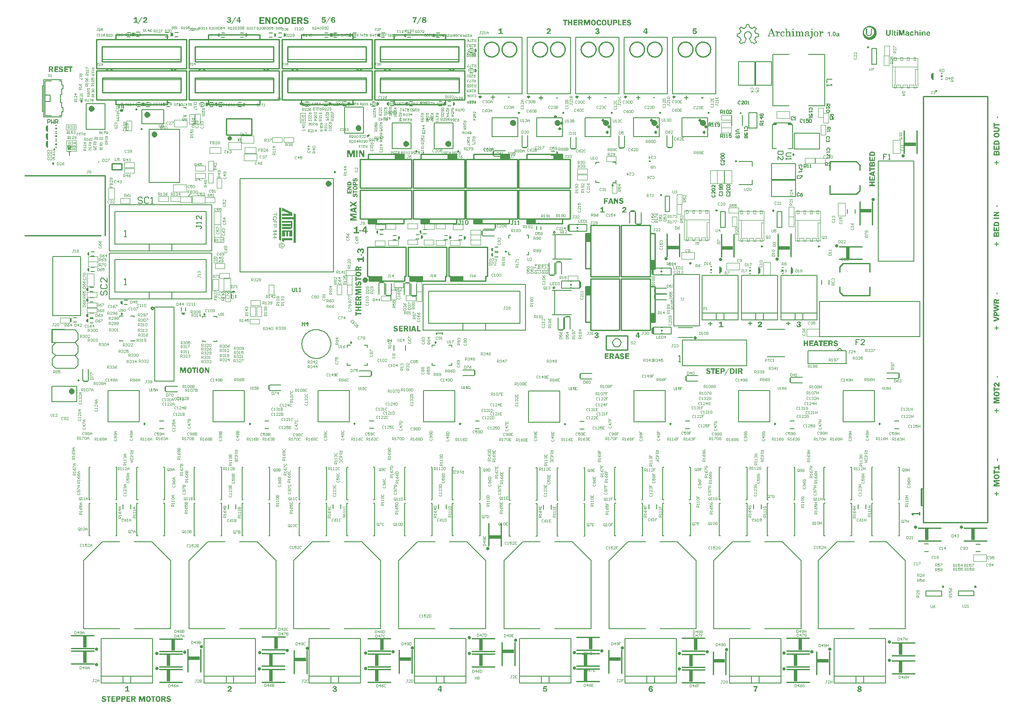
<source format=gto>
G04*
G04 #@! TF.GenerationSoftware,Altium Limited,Altium Designer,21.0.8 (223)*
G04*
G04 Layer_Color=65535*
%FSLAX25Y25*%
%MOIN*%
G70*
G04*
G04 #@! TF.SameCoordinates,5566C36B-964F-41A9-A7E5-395C2F312E01*
G04*
G04*
G04 #@! TF.FilePolarity,Positive*
G04*
G01*
G75*
%ADD10C,0.01400*%
%ADD11C,0.01000*%
%ADD12C,0.00800*%
%ADD13C,0.00984*%
%ADD14C,0.00394*%
%ADD15C,0.02362*%
%ADD16C,0.01200*%
%ADD17C,0.00984*%
%ADD18C,0.00400*%
%ADD19C,0.00500*%
%ADD20C,0.02400*%
%ADD21C,0.01378*%
%ADD22C,0.02500*%
%ADD23C,0.03500*%
%ADD24C,0.00787*%
%ADD25C,0.00600*%
%ADD26C,0.00200*%
%ADD27C,0.00197*%
%ADD28C,0.00039*%
%ADD29C,0.00700*%
%ADD30R,0.01200X0.01190*%
%ADD31R,0.01200X0.00600*%
%ADD32R,0.01200X0.00590*%
%ADD33R,0.08790X0.02953*%
%ADD34R,0.02953X0.08790*%
G36*
X-343723Y310076D02*
X-350583D01*
Y313826D01*
X-343723D01*
Y310076D01*
D02*
G37*
G36*
X-430304Y268372D02*
Y266010D01*
X-438242D01*
Y267585D01*
X-432704D01*
X-437454Y269948D01*
Y269159D01*
X-438242D01*
Y272309D01*
X-430304Y268372D01*
D02*
G37*
G36*
X-323313Y259826D02*
X-330173D01*
Y263576D01*
X-323313D01*
Y259826D01*
D02*
G37*
G36*
X-364363D02*
X-371223D01*
Y263576D01*
X-364363D01*
Y259826D01*
D02*
G37*
G36*
X-430304Y257348D02*
X-430704Y256509D01*
X-431104Y256109D01*
X-431904Y255709D01*
X-438242D01*
Y257348D01*
X-431104D01*
Y258137D01*
X-438242D01*
Y259711D01*
X-431104D01*
Y260498D01*
X-438242D01*
Y262073D01*
X-430304D01*
Y257348D01*
D02*
G37*
G36*
Y249809D02*
X-432704D01*
Y253709D01*
X-433504D01*
Y249809D01*
X-435004D01*
Y253709D01*
X-435880D01*
Y249809D01*
X-438242D01*
Y254509D01*
X-430304D01*
Y249809D01*
D02*
G37*
G36*
X-439029Y246709D02*
X-440604Y247409D01*
Y272309D01*
X-439029D01*
Y246709D01*
D02*
G37*
G36*
X-430304Y247109D02*
X-436667D01*
Y245509D01*
X-438242Y246309D01*
Y248609D01*
X-430304D01*
Y247109D01*
D02*
G37*
G36*
X-427604Y267191D02*
Y245109D01*
X-429104D01*
Y263254D01*
X-438242D01*
Y264829D01*
X-429104D01*
Y267978D01*
X-427604Y267191D01*
D02*
G37*
G36*
X-328618Y215226D02*
X-338923D01*
Y218976D01*
X-328618D01*
Y215226D01*
D02*
G37*
G36*
X-360318D02*
X-370623D01*
Y218976D01*
X-360318D01*
Y215226D01*
D02*
G37*
G36*
X-307423Y218976D02*
X-297118D01*
Y215226D01*
X-307423D01*
Y218976D01*
D02*
G37*
G36*
X-282263Y263576D02*
Y259826D01*
X-289123D01*
Y263576D01*
X-282263D01*
D02*
G37*
G36*
X-241027D02*
Y259826D01*
X-247888D01*
Y263576D01*
X-241027D01*
D02*
G37*
G36*
X-309533Y310076D02*
Y313826D01*
X-302673D01*
Y310076D01*
X-309533D01*
D02*
G37*
G36*
X-268483D02*
Y313826D01*
X-261623D01*
Y310076D01*
X-268483D01*
D02*
G37*
G36*
X-227248D02*
Y313826D01*
X-220388D01*
Y310076D01*
X-227248D01*
D02*
G37*
G36*
X-198399Y203961D02*
X-202150D01*
Y210821D01*
X-198399D01*
Y203961D01*
D02*
G37*
G36*
X-152081Y190181D02*
X-148331D01*
Y183321D01*
X-152081D01*
Y190181D01*
D02*
G37*
G36*
Y231658D02*
X-148331D01*
Y224798D01*
X-152081D01*
Y231658D01*
D02*
G37*
G36*
X-198399Y245536D02*
X-202150D01*
Y252396D01*
X-198399D01*
Y245536D01*
D02*
G37*
G36*
X20315Y413219D02*
X21266Y412825D01*
X22122Y412253D01*
X22486Y411889D01*
X22818Y411557D01*
X23340Y410776D01*
X23699Y409909D01*
X23882Y408988D01*
Y408518D01*
Y407993D01*
X23677Y406961D01*
X23275Y405990D01*
X22691Y405116D01*
X22319Y404744D01*
Y404744D01*
X22179Y404604D01*
X21865Y404290D01*
X21125Y403796D01*
X20304Y403455D01*
X19431Y403282D01*
X18448D01*
X17392Y403492D01*
X16398Y403904D01*
X15503Y404502D01*
X15122Y404883D01*
X14801Y405204D01*
X14296Y405960D01*
X13948Y406800D01*
X13770Y407692D01*
Y408147D01*
X14163Y407754D01*
X14187Y407730D01*
X14224Y407675D01*
X14249Y407613D01*
X14262Y407548D01*
Y407514D01*
X14269Y407374D01*
X14324Y407100D01*
X14431Y406842D01*
X14586Y406610D01*
X14680Y406506D01*
X15036Y406150D01*
X15381Y405837D01*
X16156Y405319D01*
X17017Y404963D01*
X17930Y404781D01*
X18396Y404758D01*
X18792Y404778D01*
X19569Y404932D01*
X20300Y405235D01*
X20959Y405675D01*
X21252Y405941D01*
X21518Y406234D01*
X21957Y406891D01*
X22259Y407620D01*
X22413Y408395D01*
X22432Y408790D01*
X22411Y409228D01*
X22240Y410086D01*
X21905Y410895D01*
X21419Y411622D01*
X21125Y411947D01*
X21125Y411947D01*
X18790Y413420D01*
X19305D01*
X20315Y413219D01*
D02*
G37*
G36*
X-333549Y419876D02*
X-333553Y419872D01*
X-333563Y419862D01*
X-333580Y419841D01*
X-333601Y419817D01*
X-333629Y419782D01*
X-333664Y419740D01*
X-333702Y419692D01*
X-333743Y419633D01*
X-333792Y419567D01*
X-333844Y419494D01*
X-333896Y419414D01*
X-333955Y419324D01*
X-334014Y419230D01*
X-334076Y419123D01*
X-334142Y419012D01*
X-334208Y418890D01*
Y418887D01*
X-334212Y418883D01*
X-334219Y418873D01*
X-334222Y418859D01*
X-334243Y418824D01*
X-334267Y418776D01*
X-334295Y418717D01*
X-334326Y418647D01*
X-334365Y418568D01*
X-334403Y418477D01*
X-334441Y418380D01*
X-334483Y418280D01*
X-334521Y418172D01*
X-334559Y418057D01*
X-334597Y417943D01*
X-334628Y417825D01*
X-334659Y417707D01*
X-334684Y417586D01*
Y417579D01*
X-334687Y417558D01*
X-334694Y417523D01*
X-334701Y417482D01*
X-334712Y417426D01*
X-334718Y417364D01*
X-334729Y417298D01*
X-334739Y417221D01*
X-334753Y417141D01*
X-334764Y417062D01*
X-334781Y416892D01*
X-334788Y416808D01*
X-334795Y416728D01*
X-334798Y416649D01*
Y416576D01*
Y416572D01*
Y416555D01*
Y416531D01*
Y416493D01*
X-334795Y416447D01*
Y416392D01*
X-334791Y416329D01*
X-334788Y416253D01*
X-335968D01*
Y416260D01*
Y416277D01*
Y416305D01*
X-335964Y416340D01*
Y416385D01*
X-335961Y416440D01*
X-335957Y416500D01*
X-335954Y416565D01*
X-335947Y416635D01*
X-335940Y416711D01*
X-335926Y416871D01*
X-335902Y417034D01*
X-335874Y417197D01*
Y417200D01*
X-335871Y417218D01*
X-335863Y417242D01*
X-335857Y417273D01*
X-335846Y417315D01*
X-335832Y417364D01*
X-335815Y417419D01*
X-335798Y417482D01*
X-335777Y417551D01*
X-335753Y417624D01*
X-335725Y417707D01*
X-335694Y417790D01*
X-335659Y417881D01*
X-335624Y417978D01*
X-335582Y418075D01*
X-335537Y418176D01*
X-335534Y418182D01*
X-335527Y418200D01*
X-335513Y418227D01*
X-335496Y418266D01*
X-335471Y418314D01*
X-335444Y418370D01*
X-335416Y418429D01*
X-335381Y418495D01*
X-335343Y418568D01*
X-335305Y418641D01*
X-335222Y418793D01*
X-335131Y418942D01*
X-335083Y419015D01*
X-335038Y419085D01*
X-335034Y419088D01*
X-335027Y419102D01*
X-335013Y419119D01*
X-334993Y419147D01*
X-334968Y419178D01*
X-334941Y419213D01*
X-334909Y419255D01*
X-334871Y419303D01*
X-334833Y419352D01*
X-334788Y419404D01*
X-334694Y419515D01*
X-334587Y419633D01*
X-334475Y419751D01*
X-336710D01*
X-336634Y420660D01*
X-333549D01*
Y419876D01*
D02*
G37*
G36*
X-327660Y420722D02*
X-327608D01*
X-327549Y420716D01*
X-327477Y420709D01*
X-327397Y420698D01*
X-327313Y420684D01*
X-327220Y420667D01*
X-327126Y420646D01*
X-327032Y420618D01*
X-326935Y420587D01*
X-326838Y420549D01*
X-326748Y420504D01*
X-326658Y420455D01*
X-326574Y420396D01*
X-326571Y420393D01*
X-326557Y420382D01*
X-326536Y420362D01*
X-326508Y420337D01*
X-326474Y420306D01*
X-326439Y420264D01*
X-326401Y420219D01*
X-326359Y420167D01*
X-326318Y420112D01*
X-326279Y420049D01*
X-326245Y419980D01*
X-326210Y419907D01*
X-326182Y419827D01*
X-326161Y419744D01*
X-326148Y419657D01*
X-326144Y419563D01*
Y419560D01*
Y419557D01*
Y419536D01*
X-326148Y419501D01*
X-326154Y419459D01*
X-326165Y419407D01*
X-326179Y419345D01*
X-326200Y419279D01*
X-326227Y419206D01*
X-326262Y419130D01*
X-326307Y419053D01*
X-326359Y418977D01*
X-326425Y418901D01*
X-326501Y418824D01*
X-326592Y418755D01*
X-326640Y418720D01*
X-326692Y418689D01*
X-326751Y418658D01*
X-326810Y418630D01*
X-326807D01*
X-326800Y418627D01*
X-326789Y418620D01*
X-326776Y418613D01*
X-326755Y418606D01*
X-326734Y418595D01*
X-326682Y418564D01*
X-326620Y418529D01*
X-326550Y418484D01*
X-326477Y418429D01*
X-326401Y418366D01*
X-326325Y418297D01*
X-326252Y418217D01*
X-326182Y418127D01*
X-326120Y418030D01*
X-326068Y417922D01*
X-326043Y417863D01*
X-326026Y417804D01*
X-326012Y417742D01*
X-326002Y417679D01*
X-325995Y417613D01*
X-325991Y417544D01*
Y417537D01*
Y417516D01*
X-325995Y417488D01*
X-325998Y417447D01*
X-326005Y417395D01*
X-326016Y417336D01*
X-326030Y417270D01*
X-326050Y417200D01*
X-326075Y417124D01*
X-326106Y417044D01*
X-326144Y416964D01*
X-326189Y416881D01*
X-326241Y416798D01*
X-326304Y416718D01*
X-326377Y416638D01*
X-326460Y416565D01*
X-326467Y416562D01*
X-326481Y416548D01*
X-326508Y416531D01*
X-326547Y416506D01*
X-326595Y416479D01*
X-326654Y416444D01*
X-326724Y416409D01*
X-326803Y416375D01*
X-326894Y416340D01*
X-326994Y416305D01*
X-327105Y416274D01*
X-327227Y416243D01*
X-327359Y416218D01*
X-327497Y416201D01*
X-327650Y416187D01*
X-327810Y416184D01*
X-327865D01*
X-327886Y416187D01*
X-327941Y416191D01*
X-328011Y416194D01*
X-328091Y416201D01*
X-328177Y416212D01*
X-328271Y416229D01*
X-328368Y416246D01*
X-328469Y416270D01*
X-328573Y416298D01*
X-328677Y416333D01*
X-328778Y416371D01*
X-328878Y416420D01*
X-328969Y416472D01*
X-329055Y416534D01*
X-329059Y416538D01*
X-329073Y416551D01*
X-329094Y416569D01*
X-329121Y416597D01*
X-329156Y416635D01*
X-329191Y416677D01*
X-329229Y416725D01*
X-329271Y416781D01*
X-329312Y416843D01*
X-329350Y416912D01*
X-329385Y416985D01*
X-329420Y417065D01*
X-329448Y417152D01*
X-329468Y417242D01*
X-329482Y417339D01*
X-329486Y417440D01*
Y417443D01*
Y417447D01*
Y417457D01*
Y417471D01*
X-329479Y417506D01*
X-329472Y417554D01*
X-329461Y417610D01*
X-329444Y417676D01*
X-329420Y417745D01*
X-329388Y417822D01*
X-329347Y417901D01*
X-329295Y417985D01*
X-329229Y418068D01*
X-329153Y418148D01*
X-329111Y418186D01*
X-329062Y418224D01*
X-329014Y418262D01*
X-328958Y418297D01*
X-328899Y418332D01*
X-328837Y418363D01*
X-328771Y418394D01*
X-328698Y418422D01*
X-328705Y418425D01*
X-328726Y418439D01*
X-328757Y418460D01*
X-328799Y418488D01*
X-328847Y418523D01*
X-328899Y418568D01*
X-328958Y418620D01*
X-329017Y418679D01*
X-329076Y418748D01*
X-329135Y418821D01*
X-329187Y418904D01*
X-329236Y418994D01*
X-329277Y419092D01*
X-329309Y419196D01*
X-329329Y419307D01*
X-329333Y419366D01*
X-329337Y419425D01*
Y419432D01*
Y419449D01*
X-329333Y419477D01*
X-329329Y419515D01*
X-329323Y419560D01*
X-329316Y419616D01*
X-329302Y419674D01*
X-329284Y419740D01*
X-329260Y419813D01*
X-329232Y419886D01*
X-329198Y419963D01*
X-329156Y420039D01*
X-329111Y420119D01*
X-329052Y420195D01*
X-328986Y420271D01*
X-328913Y420344D01*
X-328910Y420348D01*
X-328892Y420362D01*
X-328868Y420379D01*
X-328833Y420403D01*
X-328792Y420435D01*
X-328740Y420466D01*
X-328677Y420500D01*
X-328608Y420535D01*
X-328528Y420570D01*
X-328438Y420605D01*
X-328341Y420639D01*
X-328237Y420667D01*
X-328122Y420691D01*
X-327997Y420709D01*
X-327869Y420722D01*
X-327730Y420726D01*
X-327681D01*
X-327660Y420722D01*
D02*
G37*
G36*
X-332994Y415153D02*
X-333646D01*
X-330502Y420660D01*
X-329850D01*
X-332994Y415153D01*
D02*
G37*
G36*
X-479395Y420722D02*
X-479350D01*
X-479295Y420716D01*
X-479229Y420709D01*
X-479152Y420698D01*
X-479073Y420688D01*
X-478986Y420670D01*
X-478896Y420650D01*
X-478805Y420622D01*
X-478712Y420591D01*
X-478615Y420556D01*
X-478521Y420511D01*
X-478431Y420462D01*
X-478344Y420407D01*
X-478337Y420403D01*
X-478323Y420393D01*
X-478302Y420375D01*
X-478271Y420348D01*
X-478240Y420317D01*
X-478202Y420278D01*
X-478160Y420233D01*
X-478115Y420181D01*
X-478073Y420122D01*
X-478032Y420056D01*
X-477993Y419987D01*
X-477959Y419910D01*
X-477931Y419827D01*
X-477910Y419737D01*
X-477893Y419643D01*
X-477889Y419543D01*
Y419539D01*
Y419536D01*
Y419525D01*
Y419511D01*
X-477893Y419473D01*
X-477900Y419425D01*
X-477914Y419366D01*
X-477928Y419300D01*
X-477952Y419227D01*
X-477983Y419151D01*
X-478025Y419067D01*
X-478073Y418984D01*
X-478136Y418904D01*
X-478209Y418821D01*
X-478250Y418783D01*
X-478295Y418745D01*
X-478344Y418710D01*
X-478396Y418675D01*
X-478452Y418644D01*
X-478514Y418613D01*
X-478577Y418585D01*
X-478646Y418557D01*
X-478642D01*
X-478636Y418554D01*
X-478625Y418550D01*
X-478608Y418547D01*
X-478587Y418540D01*
X-478563Y418529D01*
X-478507Y418509D01*
X-478441Y418477D01*
X-478365Y418439D01*
X-478285Y418394D01*
X-478202Y418339D01*
X-478118Y418273D01*
X-478039Y418200D01*
X-477962Y418113D01*
X-477896Y418016D01*
X-477841Y417908D01*
X-477817Y417853D01*
X-477796Y417790D01*
X-477778Y417724D01*
X-477768Y417659D01*
X-477761Y417586D01*
X-477758Y417513D01*
Y417506D01*
Y417488D01*
X-477761Y417457D01*
X-477765Y417416D01*
X-477771Y417367D01*
X-477782Y417308D01*
X-477796Y417245D01*
X-477813Y417176D01*
X-477837Y417100D01*
X-477869Y417024D01*
X-477907Y416944D01*
X-477948Y416864D01*
X-478000Y416784D01*
X-478063Y416704D01*
X-478132Y416628D01*
X-478212Y416555D01*
X-478216Y416551D01*
X-478233Y416538D01*
X-478261Y416520D01*
X-478295Y416496D01*
X-478340Y416468D01*
X-478396Y416437D01*
X-478462Y416406D01*
X-478538Y416371D01*
X-478622Y416336D01*
X-478715Y416302D01*
X-478819Y416270D01*
X-478930Y416243D01*
X-479052Y416218D01*
X-479180Y416201D01*
X-479316Y416187D01*
X-479461Y416184D01*
X-479513D01*
X-479534Y416187D01*
X-479590Y416191D01*
X-479652Y416194D01*
X-479729Y416205D01*
X-479812Y416215D01*
X-479902Y416232D01*
X-479996Y416253D01*
X-480096Y416277D01*
X-480197Y416309D01*
X-480298Y416347D01*
X-480398Y416392D01*
X-480495Y416440D01*
X-480589Y416500D01*
X-480676Y416569D01*
X-480679Y416572D01*
X-480697Y416586D01*
X-480718Y416607D01*
X-480745Y416638D01*
X-480780Y416677D01*
X-480822Y416722D01*
X-480863Y416774D01*
X-480908Y416833D01*
X-480957Y416898D01*
X-481002Y416971D01*
X-481047Y417051D01*
X-481089Y417135D01*
X-481127Y417225D01*
X-481162Y417318D01*
X-481189Y417419D01*
X-481210Y417523D01*
X-480273Y417662D01*
Y417659D01*
X-480270Y417655D01*
Y417645D01*
X-480266Y417634D01*
X-480256Y417599D01*
X-480242Y417554D01*
X-480221Y417502D01*
X-480197Y417447D01*
X-480162Y417384D01*
X-480124Y417322D01*
X-480079Y417256D01*
X-480023Y417194D01*
X-479957Y417138D01*
X-479885Y417086D01*
X-479801Y417041D01*
X-479708Y417006D01*
X-479659Y416996D01*
X-479604Y416985D01*
X-479548Y416982D01*
X-479489Y416978D01*
X-479458D01*
X-479437Y416982D01*
X-479413D01*
X-479382Y416985D01*
X-479312Y416999D01*
X-479236Y417017D01*
X-479152Y417044D01*
X-479073Y417086D01*
X-479031Y417110D01*
X-478996Y417138D01*
X-478993Y417141D01*
X-478989Y417145D01*
X-478979Y417155D01*
X-478965Y417166D01*
X-478937Y417204D01*
X-478899Y417252D01*
X-478864Y417315D01*
X-478837Y417388D01*
X-478812Y417471D01*
X-478809Y417520D01*
X-478805Y417568D01*
Y417572D01*
Y417582D01*
Y417596D01*
X-478809Y417617D01*
Y417641D01*
X-478816Y417665D01*
X-478826Y417731D01*
X-478847Y417801D01*
X-478878Y417870D01*
X-478899Y417905D01*
X-478920Y417940D01*
X-478948Y417971D01*
X-478979Y417999D01*
X-478982D01*
X-478986Y418006D01*
X-479000Y418012D01*
X-479014Y418019D01*
X-479035Y418033D01*
X-479059Y418044D01*
X-479090Y418057D01*
X-479128Y418071D01*
X-479170Y418082D01*
X-479218Y418096D01*
X-479271Y418110D01*
X-479333Y418120D01*
X-479399Y418127D01*
X-479472Y418134D01*
X-479555Y418141D01*
X-480044D01*
Y418915D01*
X-479541D01*
X-479517Y418918D01*
X-479482D01*
X-479448Y418925D01*
X-479406Y418928D01*
X-479364Y418935D01*
X-479274Y418956D01*
X-479184Y418984D01*
X-479142Y419001D01*
X-479104Y419026D01*
X-479069Y419050D01*
X-479041Y419078D01*
X-479038Y419081D01*
X-479035Y419085D01*
X-479017Y419105D01*
X-478996Y419140D01*
X-478969Y419182D01*
X-478941Y419234D01*
X-478920Y419293D01*
X-478903Y419359D01*
X-478896Y419428D01*
Y419432D01*
Y419439D01*
Y419449D01*
X-478899Y419463D01*
X-478903Y419504D01*
X-478917Y419553D01*
X-478934Y419612D01*
X-478962Y419674D01*
X-479003Y419740D01*
X-479028Y419772D01*
X-479055Y419803D01*
Y419806D01*
X-479062Y419810D01*
X-479073Y419817D01*
X-479083Y419827D01*
X-479101Y419841D01*
X-479118Y419855D01*
X-479170Y419886D01*
X-479232Y419914D01*
X-479305Y419942D01*
X-479392Y419959D01*
X-479440Y419966D01*
X-479517D01*
X-479541Y419963D01*
X-479579Y419959D01*
X-479621Y419949D01*
X-479670Y419935D01*
X-479722Y419917D01*
X-479777Y419897D01*
X-479833Y419865D01*
X-479892Y419827D01*
X-479947Y419782D01*
X-480003Y419730D01*
X-480051Y419664D01*
X-480096Y419591D01*
X-480134Y419504D01*
X-480166Y419404D01*
X-481078Y419546D01*
Y419553D01*
X-481071Y419570D01*
X-481065Y419595D01*
X-481054Y419633D01*
X-481040Y419674D01*
X-481019Y419727D01*
X-480995Y419782D01*
X-480967Y419845D01*
X-480936Y419907D01*
X-480898Y419976D01*
X-480853Y420046D01*
X-480801Y420119D01*
X-480745Y420188D01*
X-480683Y420258D01*
X-480610Y420323D01*
X-480534Y420389D01*
X-480530Y420393D01*
X-480513Y420403D01*
X-480488Y420421D01*
X-480457Y420441D01*
X-480412Y420469D01*
X-480364Y420497D01*
X-480304Y420525D01*
X-480235Y420559D01*
X-480162Y420591D01*
X-480083Y420618D01*
X-479992Y420650D01*
X-479899Y420674D01*
X-479798Y420695D01*
X-479690Y420712D01*
X-479579Y420722D01*
X-479461Y420726D01*
X-479434D01*
X-479395Y420722D01*
D02*
G37*
G36*
X-470804Y418040D02*
X-470186D01*
Y417270D01*
X-470804D01*
Y416253D01*
X-471834D01*
Y417270D01*
X-473760D01*
Y418040D01*
X-471983Y420726D01*
X-470804D01*
Y418040D01*
D02*
G37*
G36*
X-477230Y415153D02*
X-477882D01*
X-474739Y420660D01*
X-474086D01*
X-477230Y415153D01*
D02*
G37*
G36*
X-398318Y420722D02*
X-398272Y420719D01*
X-398217Y420716D01*
X-398154Y420709D01*
X-398082Y420698D01*
X-398005Y420684D01*
X-397925Y420663D01*
X-397842Y420643D01*
X-397755Y420615D01*
X-397669Y420580D01*
X-397582Y420542D01*
X-397495Y420497D01*
X-397415Y420441D01*
X-397339Y420382D01*
X-397336Y420379D01*
X-397322Y420368D01*
X-397301Y420348D01*
X-397276Y420320D01*
X-397245Y420289D01*
X-397207Y420247D01*
X-397169Y420202D01*
X-397127Y420150D01*
X-397086Y420091D01*
X-397044Y420028D01*
X-397002Y419959D01*
X-396964Y419886D01*
X-396926Y419806D01*
X-396895Y419723D01*
X-396867Y419636D01*
X-396846Y419546D01*
X-397735Y419310D01*
Y419314D01*
Y419317D01*
X-397738Y419327D01*
X-397742Y419338D01*
X-397748Y419373D01*
X-397762Y419418D01*
X-397780Y419466D01*
X-397804Y419525D01*
X-397832Y419584D01*
X-397866Y419650D01*
X-397905Y419713D01*
X-397953Y419772D01*
X-398005Y419831D01*
X-398068Y419883D01*
X-398137Y419924D01*
X-398214Y419959D01*
X-398255Y419970D01*
X-398300Y419980D01*
X-398345Y419983D01*
X-398394Y419987D01*
X-398411D01*
X-398429Y419983D01*
X-398463Y419976D01*
X-398515Y419963D01*
X-398571Y419942D01*
X-398637Y419910D01*
X-398672Y419886D01*
X-398706Y419862D01*
X-398744Y419834D01*
X-398779Y419803D01*
X-398814Y419765D01*
X-398852Y419723D01*
X-398887Y419678D01*
X-398921Y419626D01*
X-398953Y419570D01*
X-398984Y419508D01*
X-399015Y419439D01*
X-399043Y419362D01*
X-399071Y419282D01*
X-399091Y419196D01*
X-399112Y419099D01*
X-399130Y418998D01*
X-399143Y418887D01*
X-399154Y418769D01*
X-399161Y418644D01*
X-399164Y418509D01*
X-399161Y418516D01*
X-399150Y418529D01*
X-399130Y418557D01*
X-399105Y418588D01*
X-399071Y418627D01*
X-399029Y418672D01*
X-398980Y418717D01*
X-398925Y418765D01*
X-398859Y418811D01*
X-398786Y418859D01*
X-398706Y418901D01*
X-398616Y418939D01*
X-398519Y418970D01*
X-398415Y418998D01*
X-398300Y419012D01*
X-398179Y419019D01*
X-398151D01*
X-398120Y419015D01*
X-398075Y419012D01*
X-398023Y419005D01*
X-397964Y418998D01*
X-397894Y418984D01*
X-397821Y418970D01*
X-397742Y418946D01*
X-397662Y418922D01*
X-397578Y418887D01*
X-397495Y418849D01*
X-397408Y418804D01*
X-397329Y418748D01*
X-397249Y418686D01*
X-397172Y418616D01*
X-397169Y418613D01*
X-397155Y418599D01*
X-397138Y418574D01*
X-397110Y418543D01*
X-397082Y418505D01*
X-397047Y418460D01*
X-397013Y418408D01*
X-396975Y418345D01*
X-396940Y418280D01*
X-396905Y418207D01*
X-396871Y418130D01*
X-396843Y418047D01*
X-396815Y417957D01*
X-396798Y417863D01*
X-396784Y417766D01*
X-396780Y417665D01*
Y417659D01*
Y417641D01*
X-396784Y417610D01*
X-396787Y417568D01*
X-396794Y417516D01*
X-396805Y417457D01*
X-396815Y417388D01*
X-396836Y417315D01*
X-396857Y417239D01*
X-396884Y417155D01*
X-396923Y417069D01*
X-396964Y416982D01*
X-397013Y416892D01*
X-397072Y416805D01*
X-397138Y416718D01*
X-397214Y416631D01*
X-397218Y416628D01*
X-397235Y416610D01*
X-397259Y416590D01*
X-397294Y416562D01*
X-397336Y416527D01*
X-397388Y416489D01*
X-397450Y416451D01*
X-397519Y416409D01*
X-397596Y416368D01*
X-397682Y416326D01*
X-397776Y416288D01*
X-397880Y416253D01*
X-397991Y416225D01*
X-398106Y416205D01*
X-398231Y416187D01*
X-398363Y416184D01*
X-398394D01*
X-398432Y416187D01*
X-398481Y416191D01*
X-398540Y416194D01*
X-398609Y416205D01*
X-398685Y416215D01*
X-398769Y416229D01*
X-398859Y416250D01*
X-398949Y416274D01*
X-399043Y416302D01*
X-399136Y416336D01*
X-399230Y416378D01*
X-399320Y416427D01*
X-399407Y416486D01*
X-399487Y416548D01*
X-399490Y416551D01*
X-399504Y416565D01*
X-399525Y416586D01*
X-399553Y416614D01*
X-399588Y416649D01*
X-399626Y416690D01*
X-399664Y416739D01*
X-399709Y416794D01*
X-399754Y416853D01*
X-399803Y416919D01*
X-399848Y416992D01*
X-399893Y417069D01*
X-399938Y417148D01*
X-399976Y417235D01*
X-400011Y417322D01*
X-400042Y417416D01*
Y417422D01*
X-400049Y417440D01*
X-400056Y417464D01*
X-400066Y417502D01*
X-400077Y417547D01*
X-400087Y417599D01*
X-400101Y417659D01*
X-400115Y417728D01*
X-400129Y417797D01*
X-400143Y417877D01*
X-400153Y417957D01*
X-400164Y418040D01*
X-400181Y418217D01*
X-400188Y418394D01*
Y418398D01*
Y418404D01*
Y418418D01*
Y418439D01*
X-400184Y418464D01*
Y418491D01*
Y418526D01*
X-400181Y418564D01*
X-400177Y418606D01*
X-400174Y418651D01*
X-400164Y418748D01*
X-400150Y418863D01*
X-400132Y418984D01*
X-400108Y419112D01*
X-400077Y419248D01*
X-400039Y419386D01*
X-399997Y419529D01*
X-399945Y419668D01*
X-399883Y419806D01*
X-399813Y419938D01*
X-399733Y420067D01*
Y420070D01*
X-399726Y420074D01*
X-399712Y420094D01*
X-399685Y420129D01*
X-399647Y420171D01*
X-399598Y420219D01*
X-399542Y420275D01*
X-399473Y420334D01*
X-399393Y420396D01*
X-399303Y420459D01*
X-399202Y420518D01*
X-399091Y420573D01*
X-398970Y420622D01*
X-398838Y420663D01*
X-398696Y420698D01*
X-398543Y420719D01*
X-398463Y420722D01*
X-398380Y420726D01*
X-398352D01*
X-398318Y420722D01*
D02*
G37*
G36*
X-404536Y419758D02*
X-406462D01*
X-406528Y418776D01*
X-406524Y418779D01*
X-406510Y418793D01*
X-406489Y418811D01*
X-406462Y418835D01*
X-406427Y418863D01*
X-406385Y418897D01*
X-406333Y418928D01*
X-406278Y418967D01*
X-406215Y419001D01*
X-406142Y419036D01*
X-406066Y419067D01*
X-405983Y419095D01*
X-405893Y419119D01*
X-405799Y419137D01*
X-405698Y419151D01*
X-405591Y419154D01*
X-405563D01*
X-405532Y419151D01*
X-405490Y419147D01*
X-405438Y419144D01*
X-405379Y419133D01*
X-405313Y419119D01*
X-405240Y419105D01*
X-405164Y419085D01*
X-405081Y419057D01*
X-404997Y419026D01*
X-404911Y418988D01*
X-404824Y418942D01*
X-404740Y418890D01*
X-404657Y418828D01*
X-404577Y418758D01*
X-404574Y418755D01*
X-404560Y418741D01*
X-404539Y418717D01*
X-404511Y418689D01*
X-404480Y418647D01*
X-404446Y418602D01*
X-404407Y418547D01*
X-404369Y418484D01*
X-404331Y418415D01*
X-404293Y418339D01*
X-404258Y418255D01*
X-404227Y418165D01*
X-404199Y418068D01*
X-404178Y417967D01*
X-404165Y417860D01*
X-404161Y417745D01*
Y417742D01*
Y417738D01*
Y417728D01*
Y417714D01*
X-404165Y417679D01*
X-404168Y417631D01*
X-404175Y417572D01*
X-404185Y417506D01*
X-404199Y417429D01*
X-404217Y417346D01*
X-404241Y417259D01*
X-404272Y417169D01*
X-404307Y417075D01*
X-404352Y416982D01*
X-404404Y416888D01*
X-404463Y416794D01*
X-404532Y416704D01*
X-404612Y416621D01*
X-404616Y416617D01*
X-404633Y416604D01*
X-404661Y416579D01*
X-404695Y416551D01*
X-404740Y416520D01*
X-404796Y416482D01*
X-404862Y416444D01*
X-404938Y416402D01*
X-405025Y416361D01*
X-405119Y416323D01*
X-405223Y416284D01*
X-405334Y416253D01*
X-405455Y416225D01*
X-405584Y416201D01*
X-405723Y416187D01*
X-405872Y416184D01*
X-405906D01*
X-405934Y416187D01*
X-405965D01*
X-406004Y416191D01*
X-406049Y416198D01*
X-406097Y416205D01*
X-406149Y416212D01*
X-406208Y416222D01*
X-406271Y416236D01*
X-406333Y416250D01*
X-406472Y416288D01*
X-406545Y416312D01*
X-406618Y416340D01*
X-406691Y416371D01*
X-406767Y416406D01*
X-406840Y416447D01*
X-406916Y416489D01*
X-406989Y416538D01*
X-407062Y416590D01*
X-407131Y416649D01*
X-407201Y416711D01*
X-407263Y416781D01*
X-407326Y416857D01*
X-407385Y416937D01*
X-407440Y417024D01*
X-407492Y417117D01*
X-407537Y417214D01*
X-407576Y417322D01*
X-407610Y417436D01*
X-406642Y417582D01*
X-406639Y417575D01*
X-406635Y417558D01*
X-406625Y417530D01*
X-406611Y417492D01*
X-406590Y417447D01*
X-406566Y417398D01*
X-406534Y417346D01*
X-406496Y417291D01*
X-406451Y417235D01*
X-406399Y417183D01*
X-406337Y417135D01*
X-406271Y417089D01*
X-406194Y417055D01*
X-406108Y417024D01*
X-406010Y417006D01*
X-405906Y416999D01*
X-405875D01*
X-405854Y417003D01*
X-405827Y417006D01*
X-405795Y417010D01*
X-405761Y417017D01*
X-405723Y417024D01*
X-405639Y417048D01*
X-405598Y417065D01*
X-405552Y417082D01*
X-405511Y417107D01*
X-405469Y417131D01*
X-405431Y417162D01*
X-405393Y417197D01*
X-405389Y417200D01*
X-405386Y417207D01*
X-405375Y417218D01*
X-405362Y417232D01*
X-405348Y417252D01*
X-405334Y417277D01*
X-405316Y417301D01*
X-405296Y417332D01*
X-405261Y417402D01*
X-405233Y417482D01*
X-405209Y417572D01*
X-405205Y417620D01*
X-405202Y417672D01*
Y417676D01*
Y417686D01*
Y417700D01*
X-405205Y417721D01*
X-405209Y417745D01*
X-405212Y417773D01*
X-405226Y417839D01*
X-405251Y417915D01*
X-405268Y417957D01*
X-405285Y417999D01*
X-405310Y418040D01*
X-405337Y418082D01*
X-405369Y418123D01*
X-405403Y418162D01*
X-405407Y418165D01*
X-405414Y418172D01*
X-405424Y418179D01*
X-405438Y418193D01*
X-405459Y418210D01*
X-405483Y418227D01*
X-405511Y418245D01*
X-405539Y418266D01*
X-405612Y418300D01*
X-405695Y418335D01*
X-405743Y418349D01*
X-405792Y418356D01*
X-405844Y418363D01*
X-405896Y418366D01*
X-405913D01*
X-405934Y418363D01*
X-405962Y418359D01*
X-405997Y418356D01*
X-406038Y418349D01*
X-406080Y418339D01*
X-406129Y418325D01*
X-406177Y418304D01*
X-406229Y418283D01*
X-406281Y418255D01*
X-406337Y418221D01*
X-406385Y418182D01*
X-406437Y418137D01*
X-406483Y418082D01*
X-406528Y418023D01*
X-407371Y418162D01*
X-407197Y420660D01*
X-404421D01*
X-404536Y419758D01*
D02*
G37*
G36*
X-403762Y415153D02*
X-404414D01*
X-401270Y420660D01*
X-400618D01*
X-403762Y415153D01*
D02*
G37*
G36*
X-544650Y420722D02*
X-544598Y420719D01*
X-544532Y420712D01*
X-544455Y420705D01*
X-544372Y420691D01*
X-544282Y420674D01*
X-544188Y420653D01*
X-544091Y420625D01*
X-543991Y420591D01*
X-543890Y420552D01*
X-543793Y420504D01*
X-543699Y420448D01*
X-543612Y420386D01*
X-543529Y420313D01*
X-543526Y420310D01*
X-543512Y420296D01*
X-543491Y420271D01*
X-543463Y420240D01*
X-543432Y420202D01*
X-543397Y420153D01*
X-543359Y420098D01*
X-543317Y420039D01*
X-543279Y419970D01*
X-543241Y419897D01*
X-543206Y419813D01*
X-543175Y419730D01*
X-543147Y419636D01*
X-543126Y419543D01*
X-543113Y419442D01*
X-543109Y419338D01*
Y419331D01*
Y419310D01*
X-543113Y419279D01*
X-543116Y419237D01*
X-543123Y419189D01*
X-543133Y419126D01*
X-543147Y419060D01*
X-543165Y418984D01*
X-543186Y418908D01*
X-543217Y418821D01*
X-543251Y418734D01*
X-543293Y418644D01*
X-543345Y418554D01*
X-543401Y418464D01*
X-543470Y418373D01*
X-543546Y418287D01*
X-543550Y418280D01*
X-543567Y418266D01*
X-543595Y418238D01*
X-543633Y418203D01*
X-543685Y418158D01*
X-543748Y418103D01*
X-543824Y418040D01*
X-543911Y417971D01*
X-543963Y417929D01*
X-544015Y417891D01*
X-544070Y417846D01*
X-544133Y417801D01*
X-544195Y417756D01*
X-544265Y417707D01*
X-544334Y417655D01*
X-544410Y417603D01*
X-544490Y417551D01*
X-544573Y417495D01*
X-544660Y417440D01*
X-544750Y417381D01*
X-544844Y417318D01*
X-544945Y417259D01*
X-545049Y417197D01*
X-545156Y417131D01*
X-543047D01*
X-543123Y416253D01*
X-546426D01*
Y417107D01*
X-546423D01*
X-546419Y417114D01*
X-546409Y417121D01*
X-546395Y417131D01*
X-546378Y417141D01*
X-546357Y417159D01*
X-546329Y417180D01*
X-546302Y417200D01*
X-546267Y417225D01*
X-546225Y417252D01*
X-546184Y417284D01*
X-546135Y417318D01*
X-546083Y417357D01*
X-546024Y417398D01*
X-545962Y417440D01*
X-545895Y417488D01*
X-545892Y417492D01*
X-545885Y417495D01*
X-545871Y417506D01*
X-545857Y417516D01*
X-545833Y417534D01*
X-545809Y417551D01*
X-545781Y417572D01*
X-545746Y417596D01*
X-545674Y417652D01*
X-545587Y417714D01*
X-545493Y417787D01*
X-545392Y417863D01*
X-545285Y417946D01*
X-545174Y418033D01*
X-544959Y418210D01*
X-544851Y418300D01*
X-544750Y418387D01*
X-544660Y418474D01*
X-544577Y418554D01*
X-544573Y418557D01*
X-544560Y418571D01*
X-544539Y418595D01*
X-544511Y418627D01*
X-544480Y418661D01*
X-544445Y418706D01*
X-544407Y418755D01*
X-544369Y418807D01*
X-544331Y418866D01*
X-544292Y418925D01*
X-544258Y418988D01*
X-544227Y419053D01*
X-544199Y419123D01*
X-544178Y419189D01*
X-544164Y419255D01*
X-544161Y419321D01*
Y419324D01*
Y419331D01*
Y419345D01*
X-544164Y419362D01*
Y419386D01*
X-544168Y419411D01*
X-544181Y419470D01*
X-544202Y419536D01*
X-544230Y419609D01*
X-544272Y419678D01*
X-544299Y419713D01*
X-544327Y419744D01*
X-544331Y419747D01*
X-544334Y419751D01*
X-544344Y419758D01*
X-544358Y419772D01*
X-544372Y419782D01*
X-544393Y419796D01*
X-544445Y419827D01*
X-544508Y419858D01*
X-544584Y419886D01*
X-544671Y419904D01*
X-544719Y419907D01*
X-544771Y419910D01*
X-544799D01*
X-544830Y419904D01*
X-544872Y419897D01*
X-544924Y419886D01*
X-544979Y419865D01*
X-545042Y419841D01*
X-545108Y419806D01*
X-545170Y419761D01*
X-545236Y419706D01*
X-545299Y419636D01*
X-545330Y419598D01*
X-545358Y419557D01*
X-545386Y419508D01*
X-545410Y419459D01*
X-545434Y419404D01*
X-545455Y419345D01*
X-545476Y419282D01*
X-545493Y419216D01*
X-545507Y419144D01*
X-545517Y419067D01*
X-546426Y419269D01*
Y419272D01*
X-546423Y419286D01*
X-546416Y419303D01*
X-546409Y419331D01*
X-546402Y419366D01*
X-546388Y419404D01*
X-546374Y419449D01*
X-546357Y419498D01*
X-546336Y419550D01*
X-546312Y419605D01*
X-546288Y419668D01*
X-546256Y419730D01*
X-546222Y419796D01*
X-546187Y419862D01*
X-546145Y419928D01*
X-546100Y419997D01*
X-546052Y420067D01*
X-545996Y420133D01*
X-545941Y420198D01*
X-545878Y420264D01*
X-545809Y420327D01*
X-545739Y420389D01*
X-545663Y420445D01*
X-545580Y420497D01*
X-545493Y420549D01*
X-545399Y420591D01*
X-545302Y420629D01*
X-545198Y420663D01*
X-545090Y420691D01*
X-544976Y420709D01*
X-544854Y420722D01*
X-544726Y420726D01*
X-544674D01*
X-544650Y420722D01*
D02*
G37*
G36*
X-551406Y417062D02*
X-550184D01*
Y416253D01*
X-553755D01*
Y417062D01*
X-552419D01*
Y419577D01*
X-552423D01*
X-552430Y419570D01*
X-552440Y419567D01*
X-552454Y419557D01*
X-552471Y419546D01*
X-552495Y419532D01*
X-552548Y419501D01*
X-552613Y419459D01*
X-552690Y419418D01*
X-552777Y419369D01*
X-552867Y419317D01*
X-552964Y419262D01*
X-553065Y419206D01*
X-553269Y419099D01*
X-553370Y419046D01*
X-553467Y419001D01*
X-553557Y418960D01*
X-553644Y418922D01*
Y419827D01*
X-553641D01*
X-553630Y419831D01*
X-553616Y419838D01*
X-553595Y419841D01*
X-553568Y419851D01*
X-553537Y419862D01*
X-553502Y419876D01*
X-553460Y419890D01*
X-553415Y419904D01*
X-553370Y419921D01*
X-553266Y419963D01*
X-553151Y420011D01*
X-553030Y420063D01*
X-552905Y420126D01*
X-552780Y420192D01*
X-552655Y420268D01*
X-552537Y420348D01*
X-552423Y420435D01*
X-552318Y420525D01*
X-552273Y420573D01*
X-552228Y420622D01*
X-552190Y420674D01*
X-552155Y420726D01*
X-551406D01*
Y417062D01*
D02*
G37*
G36*
X-549952Y415153D02*
X-550604D01*
X-547461Y420660D01*
X-546808D01*
X-549952Y415153D01*
D02*
G37*
G36*
X-419548Y420658D02*
X-419510D01*
X-419468Y420654D01*
X-419418Y420650D01*
X-419365Y420642D01*
X-419302Y420633D01*
X-419240Y420625D01*
X-419169Y420612D01*
X-419098Y420596D01*
X-418944Y420558D01*
X-418782Y420508D01*
X-418611Y420442D01*
X-418528Y420400D01*
X-418441Y420359D01*
X-418358Y420313D01*
X-418274Y420259D01*
X-418191Y420200D01*
X-418112Y420138D01*
X-418037Y420067D01*
X-417963Y419997D01*
X-417892Y419913D01*
X-417825Y419830D01*
X-417767Y419735D01*
X-417709Y419639D01*
X-417659Y419531D01*
X-417613Y419418D01*
X-418666Y419069D01*
X-418670Y419077D01*
X-418678Y419094D01*
X-418690Y419127D01*
X-418711Y419165D01*
X-418736Y419215D01*
X-418770Y419265D01*
X-418811Y419323D01*
X-418861Y419381D01*
X-418915Y419439D01*
X-418982Y419497D01*
X-419057Y419547D01*
X-419136Y419597D01*
X-419231Y419635D01*
X-419331Y419668D01*
X-419444Y419685D01*
X-419568Y419693D01*
X-419602D01*
X-419635Y419689D01*
X-419681Y419685D01*
X-419739Y419681D01*
X-419801Y419668D01*
X-419868Y419651D01*
X-419934Y419635D01*
X-420001Y419610D01*
X-420068Y419577D01*
X-420130Y419539D01*
X-420184Y419493D01*
X-420234Y419435D01*
X-420267Y419373D01*
X-420292Y419298D01*
X-420296Y419256D01*
X-420300Y419215D01*
Y419206D01*
X-420296Y419185D01*
X-420292Y419148D01*
X-420284Y419106D01*
X-420267Y419052D01*
X-420242Y419002D01*
X-420213Y418948D01*
X-420167Y418894D01*
X-420159Y418890D01*
X-420151Y418882D01*
X-420138Y418874D01*
X-420122Y418861D01*
X-420097Y418849D01*
X-420072Y418832D01*
X-420038Y418815D01*
X-420001Y418799D01*
X-419955Y418782D01*
X-419905Y418761D01*
X-419847Y418740D01*
X-419780Y418724D01*
X-419710Y418703D01*
X-419631Y418682D01*
X-419543Y418666D01*
X-419535D01*
X-419522Y418661D01*
X-419506Y418657D01*
X-419464Y418649D01*
X-419410Y418636D01*
X-419344Y418624D01*
X-419269Y418603D01*
X-419186Y418582D01*
X-419094Y418562D01*
X-418998Y418537D01*
X-418898Y418511D01*
X-418703Y418453D01*
X-418611Y418424D01*
X-418520Y418395D01*
X-418437Y418366D01*
X-418362Y418333D01*
X-418358D01*
X-418345Y418324D01*
X-418324Y418316D01*
X-418299Y418299D01*
X-418266Y418283D01*
X-418229Y418262D01*
X-418187Y418233D01*
X-418141Y418204D01*
X-418096Y418166D01*
X-418042Y418129D01*
X-417992Y418083D01*
X-417938Y418037D01*
X-417883Y417983D01*
X-417829Y417925D01*
X-417779Y417863D01*
X-417730Y417796D01*
X-417725Y417792D01*
X-417717Y417779D01*
X-417705Y417759D01*
X-417688Y417734D01*
X-417671Y417696D01*
X-417646Y417655D01*
X-417626Y417609D01*
X-417601Y417555D01*
X-417576Y417496D01*
X-417555Y417434D01*
X-417530Y417368D01*
X-417513Y417293D01*
X-417497Y417218D01*
X-417484Y417139D01*
X-417476Y417056D01*
X-417472Y416972D01*
Y416964D01*
Y416939D01*
X-417476Y416902D01*
X-417480Y416852D01*
X-417488Y416789D01*
X-417501Y416719D01*
X-417517Y416640D01*
X-417542Y416548D01*
X-417571Y416457D01*
X-417605Y416357D01*
X-417651Y416253D01*
X-417705Y416149D01*
X-417767Y416045D01*
X-417842Y415941D01*
X-417929Y415837D01*
X-418025Y415737D01*
X-418033Y415733D01*
X-418050Y415716D01*
X-418083Y415687D01*
X-418129Y415658D01*
X-418187Y415616D01*
X-418254Y415570D01*
X-418341Y415525D01*
X-418437Y415479D01*
X-418545Y415429D01*
X-418666Y415383D01*
X-418799Y415338D01*
X-418944Y415300D01*
X-419106Y415267D01*
X-419277Y415238D01*
X-419464Y415221D01*
X-419660Y415217D01*
X-419697D01*
X-419739Y415221D01*
X-419797D01*
X-419864Y415229D01*
X-419947Y415238D01*
X-420038Y415246D01*
X-420138Y415263D01*
X-420242Y415283D01*
X-420355Y415308D01*
X-420467Y415338D01*
X-420583Y415371D01*
X-420700Y415412D01*
X-420816Y415462D01*
X-420933Y415520D01*
X-421041Y415583D01*
X-421049Y415587D01*
X-421066Y415599D01*
X-421095Y415620D01*
X-421132Y415654D01*
X-421178Y415691D01*
X-421232Y415737D01*
X-421286Y415795D01*
X-421349Y415858D01*
X-421411Y415932D01*
X-421474Y416015D01*
X-421536Y416103D01*
X-421598Y416203D01*
X-421653Y416311D01*
X-421706Y416423D01*
X-421752Y416548D01*
X-421790Y416681D01*
X-420646Y416943D01*
X-420642Y416935D01*
X-420637Y416910D01*
X-420621Y416877D01*
X-420600Y416827D01*
X-420575Y416773D01*
X-420538Y416710D01*
X-420496Y416644D01*
X-420438Y416573D01*
X-420375Y416502D01*
X-420300Y416436D01*
X-420213Y416373D01*
X-420113Y416319D01*
X-420001Y416269D01*
X-419872Y416236D01*
X-419731Y416211D01*
X-419652Y416207D01*
X-419572Y416203D01*
X-419531D01*
X-419502Y416207D01*
X-419468D01*
X-419427Y416211D01*
X-419381Y416215D01*
X-419335Y416223D01*
X-419231Y416244D01*
X-419127Y416269D01*
X-419028Y416311D01*
X-418982Y416336D01*
X-418940Y416365D01*
X-418936D01*
X-418932Y416373D01*
X-418907Y416394D01*
X-418874Y416432D01*
X-418832Y416477D01*
X-418794Y416536D01*
X-418761Y416602D01*
X-418736Y416673D01*
X-418732Y416714D01*
X-418728Y416756D01*
Y416760D01*
Y416764D01*
Y416777D01*
X-418732Y416793D01*
X-418736Y416835D01*
X-418753Y416889D01*
X-418774Y416947D01*
X-418807Y417006D01*
X-418857Y417064D01*
X-418886Y417093D01*
X-418919Y417118D01*
X-418924D01*
X-418928Y417122D01*
X-418940Y417130D01*
X-418957Y417139D01*
X-418982Y417151D01*
X-419007Y417164D01*
X-419044Y417180D01*
X-419082Y417197D01*
X-419127Y417214D01*
X-419181Y417234D01*
X-419244Y417255D01*
X-419310Y417276D01*
X-419381Y417297D01*
X-419464Y417318D01*
X-419556Y417338D01*
X-419652Y417359D01*
X-419656D01*
X-419664Y417363D01*
X-419676D01*
X-419697Y417368D01*
X-419718Y417376D01*
X-419747Y417380D01*
X-419780Y417388D01*
X-419814Y417397D01*
X-419897Y417417D01*
X-419993Y417442D01*
X-420097Y417476D01*
X-420209Y417509D01*
X-420325Y417546D01*
X-420446Y417588D01*
X-420563Y417638D01*
X-420683Y417688D01*
X-420795Y417742D01*
X-420904Y417800D01*
X-420999Y417863D01*
X-421087Y417929D01*
X-421091Y417933D01*
X-421103Y417946D01*
X-421124Y417967D01*
X-421153Y417996D01*
X-421186Y418033D01*
X-421224Y418079D01*
X-421261Y418133D01*
X-421299Y418195D01*
X-421340Y418266D01*
X-421378Y418345D01*
X-421415Y418433D01*
X-421449Y418528D01*
X-421474Y418632D01*
X-421498Y418740D01*
X-421511Y418861D01*
X-421515Y418986D01*
Y418994D01*
Y419019D01*
X-421511Y419052D01*
X-421507Y419102D01*
X-421498Y419165D01*
X-421486Y419235D01*
X-421474Y419314D01*
X-421453Y419402D01*
X-421424Y419493D01*
X-421390Y419589D01*
X-421349Y419685D01*
X-421299Y419784D01*
X-421241Y419888D01*
X-421174Y419984D01*
X-421095Y420084D01*
X-421003Y420176D01*
X-420999Y420180D01*
X-420978Y420196D01*
X-420949Y420221D01*
X-420908Y420250D01*
X-420858Y420288D01*
X-420795Y420330D01*
X-420721Y420375D01*
X-420637Y420421D01*
X-420542Y420463D01*
X-420438Y420508D01*
X-420325Y420550D01*
X-420201Y420587D01*
X-420068Y420616D01*
X-419926Y420642D01*
X-419772Y420658D01*
X-419614Y420662D01*
X-419577D01*
X-419548Y420658D01*
D02*
G37*
G36*
X-443971Y420658D02*
X-443929Y420654D01*
X-443875Y420650D01*
X-443817Y420642D01*
X-443750Y420629D01*
X-443680Y420616D01*
X-443605Y420600D01*
X-443522Y420579D01*
X-443438Y420554D01*
X-443351Y420525D01*
X-443259Y420492D01*
X-443164Y420450D01*
X-443072Y420404D01*
X-442977Y420354D01*
X-442881Y420296D01*
X-442785Y420234D01*
X-442694Y420163D01*
X-442602Y420084D01*
X-442511Y419997D01*
X-442427Y419901D01*
X-442344Y419797D01*
X-442265Y419685D01*
X-442195Y419564D01*
X-442128Y419431D01*
X-442070Y419289D01*
X-442016Y419136D01*
X-441970Y418973D01*
X-441937Y418799D01*
X-441908Y418611D01*
X-443205Y418532D01*
Y418537D01*
Y418545D01*
Y418562D01*
X-443210Y418582D01*
Y418607D01*
X-443214Y418636D01*
X-443222Y418707D01*
X-443239Y418790D01*
X-443259Y418886D01*
X-443289Y418986D01*
X-443326Y419094D01*
X-443372Y419198D01*
X-443430Y419298D01*
X-443501Y419393D01*
X-443588Y419477D01*
X-443684Y419547D01*
X-443738Y419577D01*
X-443800Y419601D01*
X-443863Y419622D01*
X-443929Y419639D01*
X-444004Y419647D01*
X-444079Y419651D01*
X-444104D01*
X-444121Y419647D01*
X-444141Y419643D01*
X-444166Y419639D01*
X-444229Y419626D01*
X-444304Y419597D01*
X-444383Y419560D01*
X-444428Y419535D01*
X-444470Y419506D01*
X-444516Y419473D01*
X-444562Y419435D01*
X-444607Y419393D01*
X-444653Y419344D01*
X-444695Y419289D01*
X-444740Y419231D01*
X-444782Y419165D01*
X-444819Y419094D01*
X-444857Y419011D01*
X-444894Y418923D01*
X-444928Y418832D01*
X-444957Y418728D01*
X-444982Y418615D01*
X-445003Y418499D01*
X-445019Y418370D01*
X-445032Y418233D01*
X-445040Y418087D01*
X-445044Y417929D01*
Y417925D01*
Y417917D01*
Y417904D01*
Y417887D01*
Y417863D01*
Y417834D01*
X-445040Y417767D01*
X-445036Y417688D01*
X-445032Y417596D01*
X-445023Y417496D01*
X-445011Y417388D01*
X-444982Y417164D01*
X-444957Y417051D01*
X-444932Y416943D01*
X-444903Y416835D01*
X-444869Y416739D01*
X-444828Y416656D01*
X-444782Y416581D01*
X-444778Y416577D01*
X-444770Y416565D01*
X-444753Y416548D01*
X-444732Y416527D01*
X-444707Y416498D01*
X-444674Y416469D01*
X-444636Y416436D01*
X-444591Y416407D01*
X-444541Y416373D01*
X-444487Y416340D01*
X-444428Y416311D01*
X-444362Y416282D01*
X-444291Y416261D01*
X-444216Y416244D01*
X-444137Y416232D01*
X-444050Y416228D01*
X-444042D01*
X-444017Y416232D01*
X-443979Y416236D01*
X-443925Y416244D01*
X-443867Y416257D01*
X-443796Y416282D01*
X-443721Y416311D01*
X-443642Y416353D01*
X-443563Y416407D01*
X-443480Y416473D01*
X-443405Y416552D01*
X-443364Y416598D01*
X-443330Y416648D01*
X-443293Y416702D01*
X-443259Y416764D01*
X-443226Y416827D01*
X-443197Y416897D01*
X-443172Y416972D01*
X-443147Y417051D01*
X-443126Y417135D01*
X-443110Y417226D01*
X-441908Y417151D01*
Y417147D01*
Y417139D01*
X-441912Y417126D01*
Y417110D01*
X-441916Y417089D01*
X-441920Y417060D01*
X-441937Y416997D01*
X-441953Y416918D01*
X-441974Y416827D01*
X-442003Y416723D01*
X-442041Y416615D01*
X-442082Y416502D01*
X-442132Y416382D01*
X-442190Y416261D01*
X-442253Y416140D01*
X-442332Y416024D01*
X-442415Y415911D01*
X-442511Y415807D01*
X-442615Y415708D01*
X-442623Y415703D01*
X-442640Y415687D01*
X-442673Y415662D01*
X-442719Y415633D01*
X-442777Y415595D01*
X-442848Y415554D01*
X-442927Y415508D01*
X-443018Y415462D01*
X-443118Y415416D01*
X-443226Y415371D01*
X-443347Y415329D01*
X-443472Y415292D01*
X-443609Y415263D01*
X-443750Y415238D01*
X-443900Y415221D01*
X-444058Y415217D01*
X-444104D01*
X-444129Y415221D01*
X-444158D01*
X-444196Y415225D01*
X-444233Y415229D01*
X-444320Y415238D01*
X-444424Y415254D01*
X-444541Y415279D01*
X-444666Y415308D01*
X-444799Y415346D01*
X-444936Y415391D01*
X-445077Y415450D01*
X-445219Y415520D01*
X-445360Y415604D01*
X-445502Y415699D01*
X-445635Y415812D01*
X-445701Y415870D01*
X-445764Y415937D01*
Y415941D01*
X-445772Y415945D01*
X-445781Y415957D01*
X-445793Y415970D01*
X-445822Y416011D01*
X-445864Y416070D01*
X-445914Y416145D01*
X-445972Y416232D01*
X-446030Y416340D01*
X-446088Y416457D01*
X-446151Y416594D01*
X-446209Y416744D01*
X-446267Y416906D01*
X-446313Y417085D01*
X-446354Y417280D01*
X-446388Y417484D01*
X-446409Y417704D01*
X-446417Y417938D01*
Y417942D01*
Y417950D01*
Y417967D01*
Y417991D01*
X-446413Y418021D01*
Y418054D01*
X-446409Y418091D01*
Y418137D01*
X-446404Y418187D01*
X-446396Y418237D01*
X-446384Y418358D01*
X-446363Y418487D01*
X-446338Y418632D01*
X-446305Y418782D01*
X-446263Y418944D01*
X-446213Y419106D01*
X-446151Y419269D01*
X-446076Y419435D01*
X-445993Y419593D01*
X-445897Y419751D01*
X-445785Y419897D01*
Y419901D01*
X-445776Y419905D01*
X-445755Y419930D01*
X-445718Y419968D01*
X-445668Y420017D01*
X-445606Y420076D01*
X-445527Y420138D01*
X-445435Y420209D01*
X-445331Y420280D01*
X-445215Y420350D01*
X-445086Y420421D01*
X-444940Y420483D01*
X-444786Y420542D01*
X-444620Y420591D01*
X-444445Y420629D01*
X-444254Y420654D01*
X-444154Y420662D01*
X-444008D01*
X-443971Y420658D01*
D02*
G37*
G36*
X-447224Y415300D02*
X-448281D01*
X-450352Y418865D01*
Y418861D01*
Y418844D01*
Y418819D01*
X-450348Y418794D01*
Y418736D01*
X-450344Y418711D01*
Y418690D01*
Y418686D01*
X-450340Y418670D01*
Y418641D01*
X-450336Y418611D01*
X-450331Y418574D01*
Y418537D01*
X-450327Y418499D01*
Y418462D01*
Y415300D01*
X-451293D01*
Y420583D01*
X-449961D01*
X-448156Y417467D01*
Y417472D01*
Y417476D01*
X-448160Y417488D01*
Y417505D01*
X-448164Y417546D01*
X-448168Y417596D01*
X-448173Y417655D01*
X-448177Y417713D01*
X-448181Y417767D01*
Y417817D01*
Y420583D01*
X-447224D01*
Y415300D01*
D02*
G37*
G36*
X-424049Y420579D02*
X-423994D01*
X-423932Y420575D01*
X-423861Y420571D01*
X-423786Y420567D01*
X-423703Y420558D01*
X-423620Y420546D01*
X-423450Y420521D01*
X-423279Y420483D01*
X-423200Y420458D01*
X-423125Y420434D01*
X-423121D01*
X-423108Y420425D01*
X-423088Y420417D01*
X-423059Y420404D01*
X-423025Y420388D01*
X-422988Y420367D01*
X-422946Y420338D01*
X-422896Y420309D01*
X-422846Y420275D01*
X-422796Y420234D01*
X-422742Y420188D01*
X-422688Y420138D01*
X-422634Y420084D01*
X-422580Y420022D01*
X-422530Y419955D01*
X-422480Y419884D01*
X-422476Y419880D01*
X-422468Y419868D01*
X-422455Y419843D01*
X-422439Y419814D01*
X-422422Y419776D01*
X-422397Y419730D01*
X-422376Y419681D01*
X-422351Y419622D01*
X-422326Y419560D01*
X-422306Y419493D01*
X-422281Y419418D01*
X-422264Y419344D01*
X-422247Y419260D01*
X-422235Y419177D01*
X-422226Y419090D01*
X-422222Y418998D01*
Y418994D01*
Y418986D01*
Y418973D01*
Y418957D01*
X-422226Y418936D01*
Y418907D01*
X-422235Y418844D01*
X-422252Y418765D01*
X-422272Y418674D01*
X-422297Y418578D01*
X-422335Y418470D01*
X-422385Y418358D01*
X-422447Y418245D01*
X-422518Y418133D01*
X-422609Y418021D01*
X-422659Y417962D01*
X-422713Y417912D01*
X-422772Y417858D01*
X-422834Y417808D01*
X-422905Y417759D01*
X-422975Y417713D01*
X-423054Y417671D01*
X-423138Y417630D01*
X-422164Y415300D01*
X-423529D01*
X-424344Y417392D01*
X-425226D01*
Y415300D01*
X-426474D01*
Y420583D01*
X-424094D01*
X-424049Y420579D01*
D02*
G37*
G36*
X-427214Y419577D02*
X-429735D01*
Y418491D01*
X-427751D01*
Y417496D01*
X-429735D01*
Y416344D01*
X-427214D01*
Y415300D01*
X-430992D01*
Y420583D01*
X-427214D01*
Y419577D01*
D02*
G37*
G36*
X-434357Y420579D02*
X-434274Y420575D01*
X-434182Y420571D01*
X-434078Y420562D01*
X-433966Y420550D01*
X-433850Y420533D01*
X-433729Y420517D01*
X-433604Y420496D01*
X-433484Y420467D01*
X-433367Y420438D01*
X-433251Y420400D01*
X-433146Y420359D01*
X-433051Y420309D01*
X-433047Y420304D01*
X-433030Y420296D01*
X-433005Y420280D01*
X-432968Y420259D01*
X-432926Y420225D01*
X-432876Y420192D01*
X-432822Y420146D01*
X-432760Y420096D01*
X-432697Y420042D01*
X-432626Y419976D01*
X-432556Y419905D01*
X-432481Y419826D01*
X-432406Y419743D01*
X-432331Y419651D01*
X-432256Y419552D01*
X-432186Y419443D01*
X-432181Y419435D01*
X-432169Y419418D01*
X-432148Y419385D01*
X-432123Y419339D01*
X-432094Y419281D01*
X-432065Y419210D01*
X-432027Y419131D01*
X-431990Y419036D01*
X-431957Y418936D01*
X-431919Y418823D01*
X-431890Y418699D01*
X-431857Y418570D01*
X-431836Y418428D01*
X-431815Y418279D01*
X-431803Y418120D01*
X-431799Y417954D01*
Y417950D01*
Y417942D01*
Y417925D01*
Y417904D01*
X-431803Y417875D01*
Y417846D01*
X-431807Y417808D01*
Y417767D01*
X-431815Y417717D01*
X-431819Y417667D01*
X-431832Y417555D01*
X-431853Y417430D01*
X-431882Y417293D01*
X-431919Y417147D01*
X-431961Y416993D01*
X-432015Y416835D01*
X-432082Y416673D01*
X-432157Y416515D01*
X-432248Y416357D01*
X-432352Y416203D01*
X-432469Y416057D01*
X-432477Y416049D01*
X-432498Y416024D01*
X-432539Y415986D01*
X-432593Y415941D01*
X-432660Y415882D01*
X-432743Y415816D01*
X-432839Y415749D01*
X-432951Y415679D01*
X-433076Y415608D01*
X-433213Y415541D01*
X-433367Y415475D01*
X-433529Y415416D01*
X-433708Y415371D01*
X-433899Y415333D01*
X-434099Y415308D01*
X-434207Y415304D01*
X-434315Y415300D01*
X-436129D01*
Y420583D01*
X-434424D01*
X-434357Y420579D01*
D02*
G37*
G36*
X-452033Y419577D02*
X-454554D01*
Y418491D01*
X-452570D01*
Y417496D01*
X-454554D01*
Y416344D01*
X-452033D01*
Y415300D01*
X-455810D01*
Y420583D01*
X-452033D01*
Y419577D01*
D02*
G37*
G36*
X-439095Y420658D02*
X-439066D01*
X-439029Y420654D01*
X-438987Y420650D01*
X-438896Y420637D01*
X-438792Y420621D01*
X-438671Y420591D01*
X-438546Y420558D01*
X-438413Y420517D01*
X-438276Y420458D01*
X-438138Y420392D01*
X-438001Y420313D01*
X-437864Y420217D01*
X-437797Y420163D01*
X-437735Y420109D01*
X-437673Y420047D01*
X-437614Y419980D01*
X-437556Y419909D01*
X-437502Y419834D01*
Y419830D01*
X-437494Y419826D01*
X-437490Y419814D01*
X-437477Y419797D01*
X-437465Y419776D01*
X-437448Y419751D01*
X-437431Y419722D01*
X-437415Y419689D01*
X-437369Y419610D01*
X-437323Y419518D01*
X-437273Y419410D01*
X-437219Y419289D01*
X-437165Y419152D01*
X-437115Y419007D01*
X-437069Y418853D01*
X-437024Y418686D01*
X-436990Y418511D01*
X-436961Y418329D01*
X-436940Y418137D01*
X-436936Y417942D01*
Y417938D01*
Y417929D01*
Y417912D01*
Y417892D01*
X-436940Y417863D01*
Y417829D01*
Y417792D01*
X-436945Y417750D01*
X-436949Y417704D01*
X-436953Y417650D01*
X-436965Y417538D01*
X-436986Y417409D01*
X-437007Y417268D01*
X-437040Y417118D01*
X-437078Y416964D01*
X-437123Y416802D01*
X-437182Y416640D01*
X-437248Y416477D01*
X-437327Y416315D01*
X-437415Y416157D01*
X-437519Y416003D01*
Y415999D01*
X-437527Y415995D01*
X-437544Y415970D01*
X-437581Y415932D01*
X-437627Y415882D01*
X-437685Y415820D01*
X-437760Y415754D01*
X-437847Y415683D01*
X-437947Y415612D01*
X-438060Y415537D01*
X-438184Y415466D01*
X-438326Y415400D01*
X-438476Y415342D01*
X-438642Y415287D01*
X-438821Y415250D01*
X-439008Y415225D01*
X-439108Y415221D01*
X-439212Y415217D01*
X-439258D01*
X-439283Y415221D01*
X-439316D01*
X-439349Y415225D01*
X-439387Y415229D01*
X-439478Y415242D01*
X-439582Y415258D01*
X-439694Y415283D01*
X-439819Y415317D01*
X-439948Y415358D01*
X-440085Y415412D01*
X-440223Y415475D01*
X-440360Y415554D01*
X-440493Y415645D01*
X-440626Y415754D01*
X-440689Y415812D01*
X-440747Y415874D01*
X-440809Y415945D01*
X-440863Y416015D01*
Y416020D01*
X-440872Y416024D01*
X-440876Y416036D01*
X-440888Y416053D01*
X-440901Y416074D01*
X-440917Y416099D01*
X-440934Y416128D01*
X-440955Y416157D01*
X-440997Y416236D01*
X-441046Y416327D01*
X-441101Y416436D01*
X-441154Y416561D01*
X-441209Y416694D01*
X-441263Y416843D01*
X-441308Y417001D01*
X-441354Y417172D01*
X-441392Y417355D01*
X-441421Y417546D01*
X-441437Y417746D01*
X-441446Y417954D01*
Y417958D01*
Y417967D01*
Y417983D01*
Y418004D01*
X-441442Y418033D01*
Y418066D01*
X-441437Y418104D01*
Y418146D01*
X-441433Y418195D01*
X-441429Y418245D01*
X-441412Y418362D01*
X-441396Y418491D01*
X-441371Y418628D01*
X-441342Y418778D01*
X-441300Y418932D01*
X-441254Y419094D01*
X-441196Y419256D01*
X-441130Y419418D01*
X-441050Y419581D01*
X-440959Y419735D01*
X-440855Y419884D01*
Y419888D01*
X-440847Y419893D01*
X-440826Y419918D01*
X-440793Y419955D01*
X-440747Y420005D01*
X-440685Y420063D01*
X-440610Y420130D01*
X-440522Y420200D01*
X-440422Y420275D01*
X-440310Y420346D01*
X-440185Y420417D01*
X-440044Y420483D01*
X-439894Y420542D01*
X-439732Y420591D01*
X-439557Y420629D01*
X-439370Y420654D01*
X-439270Y420658D01*
X-439170Y420662D01*
X-439120D01*
X-439095Y420658D01*
D02*
G37*
G36*
X-494949Y143513D02*
X-495831D01*
X-497559Y146486D01*
Y146483D01*
Y146469D01*
Y146448D01*
X-497555Y146428D01*
Y146379D01*
X-497552Y146358D01*
Y146341D01*
Y146337D01*
X-497548Y146323D01*
Y146299D01*
X-497545Y146275D01*
X-497541Y146244D01*
Y146212D01*
X-497538Y146181D01*
Y146150D01*
Y143513D01*
X-498343D01*
Y147920D01*
X-497232D01*
X-495727Y145321D01*
Y145324D01*
Y145327D01*
X-495730Y145338D01*
Y145352D01*
X-495733Y145387D01*
X-495737Y145428D01*
X-495740Y145477D01*
X-495744Y145525D01*
X-495747Y145570D01*
Y145612D01*
Y147920D01*
X-494949D01*
Y143513D01*
D02*
G37*
G36*
X-512827D02*
X-513868D01*
Y147104D01*
X-514975Y143513D01*
X-515683D01*
X-516765Y147104D01*
Y143513D01*
X-517629D01*
Y147920D01*
X-516026D01*
X-515252Y145279D01*
X-514444Y147920D01*
X-512827D01*
Y143513D01*
D02*
G37*
G36*
X-503454D02*
X-504485D01*
Y147920D01*
X-503454D01*
Y143513D01*
D02*
G37*
G36*
X-504929Y147049D02*
X-506019D01*
Y143513D01*
X-507063D01*
Y147049D01*
X-508160D01*
Y147920D01*
X-504929D01*
Y147049D01*
D02*
G37*
G36*
X-500817Y147982D02*
X-500793D01*
X-500762Y147979D01*
X-500727Y147975D01*
X-500651Y147965D01*
X-500564Y147951D01*
X-500463Y147926D01*
X-500359Y147899D01*
X-500248Y147864D01*
X-500133Y147816D01*
X-500019Y147760D01*
X-499904Y147694D01*
X-499790Y147614D01*
X-499734Y147569D01*
X-499682Y147524D01*
X-499630Y147472D01*
X-499582Y147416D01*
X-499533Y147357D01*
X-499488Y147295D01*
Y147292D01*
X-499481Y147288D01*
X-499478Y147278D01*
X-499467Y147264D01*
X-499457Y147246D01*
X-499443Y147226D01*
X-499429Y147201D01*
X-499415Y147174D01*
X-499377Y147108D01*
X-499339Y147031D01*
X-499297Y146941D01*
X-499252Y146840D01*
X-499207Y146726D01*
X-499165Y146605D01*
X-499127Y146476D01*
X-499089Y146337D01*
X-499061Y146192D01*
X-499037Y146039D01*
X-499020Y145879D01*
X-499016Y145716D01*
Y145713D01*
Y145706D01*
Y145692D01*
Y145675D01*
X-499020Y145650D01*
Y145623D01*
Y145591D01*
X-499023Y145556D01*
X-499026Y145518D01*
X-499030Y145473D01*
X-499040Y145380D01*
X-499058Y145272D01*
X-499075Y145154D01*
X-499103Y145029D01*
X-499134Y144901D01*
X-499172Y144765D01*
X-499221Y144630D01*
X-499276Y144495D01*
X-499342Y144359D01*
X-499415Y144228D01*
X-499502Y144099D01*
Y144096D01*
X-499509Y144092D01*
X-499523Y144071D01*
X-499554Y144040D01*
X-499592Y143999D01*
X-499641Y143947D01*
X-499703Y143891D01*
X-499776Y143832D01*
X-499859Y143773D01*
X-499953Y143710D01*
X-500057Y143651D01*
X-500175Y143596D01*
X-500300Y143547D01*
X-500439Y143502D01*
X-500588Y143471D01*
X-500744Y143450D01*
X-500828Y143447D01*
X-500914Y143443D01*
X-500952D01*
X-500973Y143447D01*
X-501001D01*
X-501029Y143450D01*
X-501060Y143454D01*
X-501136Y143464D01*
X-501223Y143478D01*
X-501317Y143499D01*
X-501421Y143527D01*
X-501528Y143561D01*
X-501643Y143606D01*
X-501757Y143658D01*
X-501872Y143724D01*
X-501983Y143801D01*
X-502094Y143891D01*
X-502146Y143939D01*
X-502195Y143992D01*
X-502247Y144051D01*
X-502292Y144109D01*
Y144113D01*
X-502299Y144116D01*
X-502302Y144127D01*
X-502313Y144141D01*
X-502323Y144158D01*
X-502337Y144179D01*
X-502351Y144203D01*
X-502368Y144228D01*
X-502403Y144293D01*
X-502445Y144370D01*
X-502490Y144460D01*
X-502535Y144564D01*
X-502580Y144675D01*
X-502625Y144800D01*
X-502663Y144932D01*
X-502701Y145074D01*
X-502733Y145227D01*
X-502757Y145387D01*
X-502771Y145553D01*
X-502778Y145727D01*
Y145730D01*
Y145737D01*
Y145751D01*
Y145768D01*
X-502774Y145792D01*
Y145820D01*
X-502771Y145852D01*
Y145886D01*
X-502767Y145928D01*
X-502764Y145969D01*
X-502750Y146067D01*
X-502736Y146174D01*
X-502715Y146289D01*
X-502691Y146414D01*
X-502656Y146542D01*
X-502618Y146677D01*
X-502569Y146813D01*
X-502514Y146948D01*
X-502448Y147083D01*
X-502372Y147212D01*
X-502285Y147337D01*
Y147340D01*
X-502278Y147344D01*
X-502261Y147364D01*
X-502233Y147396D01*
X-502195Y147437D01*
X-502143Y147486D01*
X-502080Y147541D01*
X-502007Y147600D01*
X-501924Y147663D01*
X-501830Y147722D01*
X-501726Y147781D01*
X-501608Y147836D01*
X-501483Y147885D01*
X-501348Y147926D01*
X-501202Y147958D01*
X-501046Y147979D01*
X-500963Y147982D01*
X-500879Y147985D01*
X-500838D01*
X-500817Y147982D01*
D02*
G37*
G36*
X-510193D02*
X-510169D01*
X-510138Y147979D01*
X-510103Y147975D01*
X-510026Y147965D01*
X-509940Y147951D01*
X-509839Y147926D01*
X-509735Y147899D01*
X-509624Y147864D01*
X-509509Y147816D01*
X-509395Y147760D01*
X-509280Y147694D01*
X-509166Y147614D01*
X-509110Y147569D01*
X-509058Y147524D01*
X-509006Y147472D01*
X-508958Y147416D01*
X-508909Y147357D01*
X-508864Y147295D01*
Y147292D01*
X-508857Y147288D01*
X-508854Y147278D01*
X-508843Y147264D01*
X-508833Y147246D01*
X-508819Y147226D01*
X-508805Y147201D01*
X-508791Y147174D01*
X-508753Y147108D01*
X-508715Y147031D01*
X-508673Y146941D01*
X-508628Y146840D01*
X-508583Y146726D01*
X-508541Y146605D01*
X-508503Y146476D01*
X-508465Y146337D01*
X-508437Y146192D01*
X-508413Y146039D01*
X-508395Y145879D01*
X-508392Y145716D01*
Y145713D01*
Y145706D01*
Y145692D01*
Y145675D01*
X-508395Y145650D01*
Y145623D01*
Y145591D01*
X-508399Y145556D01*
X-508402Y145518D01*
X-508406Y145473D01*
X-508416Y145380D01*
X-508434Y145272D01*
X-508451Y145154D01*
X-508479Y145029D01*
X-508510Y144901D01*
X-508548Y144765D01*
X-508597Y144630D01*
X-508652Y144495D01*
X-508718Y144359D01*
X-508791Y144228D01*
X-508878Y144099D01*
Y144096D01*
X-508885Y144092D01*
X-508899Y144071D01*
X-508930Y144040D01*
X-508968Y143999D01*
X-509017Y143947D01*
X-509079Y143891D01*
X-509152Y143832D01*
X-509235Y143773D01*
X-509329Y143710D01*
X-509433Y143651D01*
X-509551Y143596D01*
X-509676Y143547D01*
X-509815Y143502D01*
X-509964Y143471D01*
X-510120Y143450D01*
X-510203Y143447D01*
X-510290Y143443D01*
X-510328D01*
X-510349Y143447D01*
X-510377D01*
X-510405Y143450D01*
X-510436Y143454D01*
X-510512Y143464D01*
X-510599Y143478D01*
X-510693Y143499D01*
X-510797Y143527D01*
X-510904Y143561D01*
X-511019Y143606D01*
X-511133Y143658D01*
X-511248Y143724D01*
X-511359Y143801D01*
X-511470Y143891D01*
X-511522Y143939D01*
X-511571Y143992D01*
X-511623Y144051D01*
X-511668Y144109D01*
Y144113D01*
X-511675Y144116D01*
X-511678Y144127D01*
X-511689Y144141D01*
X-511699Y144158D01*
X-511713Y144179D01*
X-511727Y144203D01*
X-511744Y144228D01*
X-511779Y144293D01*
X-511820Y144370D01*
X-511866Y144460D01*
X-511911Y144564D01*
X-511956Y144675D01*
X-512001Y144800D01*
X-512039Y144932D01*
X-512077Y145074D01*
X-512108Y145227D01*
X-512133Y145387D01*
X-512147Y145553D01*
X-512153Y145727D01*
Y145730D01*
Y145737D01*
Y145751D01*
Y145768D01*
X-512150Y145792D01*
Y145820D01*
X-512147Y145852D01*
Y145886D01*
X-512143Y145928D01*
X-512140Y145969D01*
X-512126Y146067D01*
X-512112Y146174D01*
X-512091Y146289D01*
X-512067Y146414D01*
X-512032Y146542D01*
X-511994Y146677D01*
X-511945Y146813D01*
X-511890Y146948D01*
X-511824Y147083D01*
X-511748Y147212D01*
X-511661Y147337D01*
Y147340D01*
X-511654Y147344D01*
X-511636Y147364D01*
X-511609Y147396D01*
X-511571Y147437D01*
X-511518Y147486D01*
X-511456Y147541D01*
X-511383Y147600D01*
X-511300Y147663D01*
X-511206Y147722D01*
X-511102Y147781D01*
X-510984Y147836D01*
X-510859Y147885D01*
X-510724Y147926D01*
X-510578Y147958D01*
X-510422Y147979D01*
X-510339Y147982D01*
X-510255Y147985D01*
X-510214D01*
X-510193Y147982D01*
D02*
G37*
G36*
X-106760Y147397D02*
X-106729D01*
X-106694Y147393D01*
X-106653Y147390D01*
X-106608Y147383D01*
X-106555Y147376D01*
X-106503Y147369D01*
X-106445Y147359D01*
X-106386Y147345D01*
X-106257Y147314D01*
X-106122Y147272D01*
X-105980Y147216D01*
X-105910Y147182D01*
X-105837Y147147D01*
X-105768Y147109D01*
X-105699Y147064D01*
X-105629Y147015D01*
X-105563Y146963D01*
X-105501Y146904D01*
X-105438Y146845D01*
X-105379Y146776D01*
X-105324Y146706D01*
X-105275Y146626D01*
X-105227Y146547D01*
X-105185Y146457D01*
X-105147Y146363D01*
X-106025Y146071D01*
X-106028Y146078D01*
X-106035Y146092D01*
X-106045Y146120D01*
X-106063Y146151D01*
X-106084Y146193D01*
X-106111Y146234D01*
X-106146Y146283D01*
X-106188Y146332D01*
X-106233Y146380D01*
X-106288Y146429D01*
X-106351Y146470D01*
X-106417Y146512D01*
X-106497Y146543D01*
X-106580Y146571D01*
X-106674Y146585D01*
X-106778Y146592D01*
X-106805D01*
X-106833Y146588D01*
X-106871Y146585D01*
X-106920Y146581D01*
X-106972Y146571D01*
X-107027Y146557D01*
X-107083Y146543D01*
X-107139Y146522D01*
X-107194Y146495D01*
X-107246Y146463D01*
X-107291Y146425D01*
X-107333Y146377D01*
X-107361Y146325D01*
X-107381Y146262D01*
X-107385Y146228D01*
X-107388Y146193D01*
Y146186D01*
X-107385Y146168D01*
X-107381Y146137D01*
X-107375Y146103D01*
X-107361Y146057D01*
X-107340Y146016D01*
X-107316Y145971D01*
X-107277Y145926D01*
X-107270Y145922D01*
X-107263Y145915D01*
X-107253Y145908D01*
X-107239Y145898D01*
X-107218Y145887D01*
X-107197Y145874D01*
X-107170Y145860D01*
X-107139Y145846D01*
X-107100Y145832D01*
X-107059Y145815D01*
X-107010Y145797D01*
X-106955Y145783D01*
X-106896Y145766D01*
X-106830Y145749D01*
X-106757Y145735D01*
X-106750D01*
X-106739Y145731D01*
X-106726Y145728D01*
X-106691Y145721D01*
X-106646Y145711D01*
X-106590Y145700D01*
X-106528Y145683D01*
X-106458Y145665D01*
X-106382Y145648D01*
X-106302Y145627D01*
X-106219Y145606D01*
X-106056Y145558D01*
X-105980Y145534D01*
X-105903Y145509D01*
X-105834Y145485D01*
X-105771Y145457D01*
X-105768D01*
X-105757Y145450D01*
X-105740Y145443D01*
X-105719Y145429D01*
X-105692Y145415D01*
X-105660Y145398D01*
X-105626Y145374D01*
X-105587Y145350D01*
X-105549Y145318D01*
X-105504Y145287D01*
X-105463Y145249D01*
X-105417Y145211D01*
X-105372Y145166D01*
X-105327Y145117D01*
X-105286Y145065D01*
X-105244Y145010D01*
X-105240Y145006D01*
X-105234Y144996D01*
X-105223Y144978D01*
X-105209Y144957D01*
X-105195Y144926D01*
X-105175Y144892D01*
X-105157Y144853D01*
X-105136Y144808D01*
X-105115Y144760D01*
X-105098Y144708D01*
X-105077Y144652D01*
X-105063Y144590D01*
X-105050Y144527D01*
X-105039Y144461D01*
X-105032Y144392D01*
X-105029Y144323D01*
Y144316D01*
Y144295D01*
X-105032Y144264D01*
X-105036Y144222D01*
X-105043Y144170D01*
X-105053Y144111D01*
X-105067Y144045D01*
X-105088Y143968D01*
X-105112Y143892D01*
X-105140Y143809D01*
X-105178Y143722D01*
X-105223Y143635D01*
X-105275Y143549D01*
X-105338Y143462D01*
X-105410Y143375D01*
X-105490Y143292D01*
X-105497Y143288D01*
X-105511Y143274D01*
X-105539Y143250D01*
X-105577Y143226D01*
X-105626Y143191D01*
X-105681Y143153D01*
X-105754Y143115D01*
X-105834Y143077D01*
X-105924Y143035D01*
X-106025Y142997D01*
X-106136Y142959D01*
X-106257Y142928D01*
X-106393Y142900D01*
X-106535Y142876D01*
X-106691Y142862D01*
X-106854Y142858D01*
X-106885D01*
X-106920Y142862D01*
X-106968D01*
X-107024Y142868D01*
X-107093Y142876D01*
X-107170Y142882D01*
X-107253Y142896D01*
X-107340Y142914D01*
X-107433Y142935D01*
X-107527Y142959D01*
X-107624Y142987D01*
X-107721Y143021D01*
X-107819Y143063D01*
X-107916Y143111D01*
X-108006Y143164D01*
X-108013Y143167D01*
X-108027Y143177D01*
X-108051Y143195D01*
X-108082Y143222D01*
X-108121Y143254D01*
X-108166Y143292D01*
X-108211Y143341D01*
X-108263Y143393D01*
X-108315Y143455D01*
X-108367Y143524D01*
X-108419Y143597D01*
X-108471Y143681D01*
X-108516Y143771D01*
X-108561Y143864D01*
X-108599Y143968D01*
X-108631Y144080D01*
X-107676Y144298D01*
X-107673Y144291D01*
X-107669Y144270D01*
X-107656Y144243D01*
X-107638Y144201D01*
X-107617Y144156D01*
X-107586Y144104D01*
X-107551Y144048D01*
X-107503Y143989D01*
X-107451Y143930D01*
X-107388Y143875D01*
X-107316Y143823D01*
X-107232Y143778D01*
X-107139Y143736D01*
X-107031Y143708D01*
X-106913Y143687D01*
X-106847Y143684D01*
X-106781Y143681D01*
X-106746D01*
X-106722Y143684D01*
X-106694D01*
X-106660Y143687D01*
X-106622Y143691D01*
X-106583Y143698D01*
X-106497Y143715D01*
X-106410Y143736D01*
X-106326Y143771D01*
X-106288Y143792D01*
X-106254Y143816D01*
X-106250D01*
X-106247Y143823D01*
X-106226Y143840D01*
X-106198Y143871D01*
X-106163Y143910D01*
X-106132Y143958D01*
X-106104Y144014D01*
X-106084Y144073D01*
X-106080Y144107D01*
X-106077Y144142D01*
Y144146D01*
Y144149D01*
Y144159D01*
X-106080Y144173D01*
X-106084Y144208D01*
X-106097Y144253D01*
X-106115Y144302D01*
X-106143Y144350D01*
X-106184Y144399D01*
X-106209Y144423D01*
X-106236Y144444D01*
X-106240D01*
X-106243Y144447D01*
X-106254Y144454D01*
X-106267Y144461D01*
X-106288Y144472D01*
X-106309Y144482D01*
X-106340Y144496D01*
X-106372Y144510D01*
X-106410Y144524D01*
X-106455Y144541D01*
X-106507Y144558D01*
X-106562Y144576D01*
X-106622Y144593D01*
X-106691Y144611D01*
X-106767Y144628D01*
X-106847Y144645D01*
X-106851D01*
X-106857Y144649D01*
X-106868D01*
X-106885Y144652D01*
X-106903Y144659D01*
X-106927Y144662D01*
X-106955Y144669D01*
X-106982Y144676D01*
X-107052Y144694D01*
X-107132Y144715D01*
X-107218Y144742D01*
X-107312Y144770D01*
X-107409Y144801D01*
X-107510Y144836D01*
X-107607Y144878D01*
X-107708Y144919D01*
X-107801Y144964D01*
X-107891Y145013D01*
X-107971Y145065D01*
X-108044Y145121D01*
X-108048Y145124D01*
X-108058Y145134D01*
X-108075Y145152D01*
X-108100Y145176D01*
X-108127Y145207D01*
X-108159Y145246D01*
X-108190Y145291D01*
X-108221Y145343D01*
X-108256Y145402D01*
X-108287Y145468D01*
X-108318Y145540D01*
X-108346Y145620D01*
X-108367Y145707D01*
X-108388Y145797D01*
X-108398Y145898D01*
X-108402Y146002D01*
Y146009D01*
Y146030D01*
X-108398Y146057D01*
X-108395Y146099D01*
X-108388Y146151D01*
X-108377Y146210D01*
X-108367Y146276D01*
X-108350Y146349D01*
X-108325Y146425D01*
X-108298Y146505D01*
X-108263Y146585D01*
X-108221Y146668D01*
X-108173Y146755D01*
X-108117Y146835D01*
X-108051Y146918D01*
X-107975Y146994D01*
X-107971Y146998D01*
X-107954Y147012D01*
X-107930Y147032D01*
X-107895Y147057D01*
X-107853Y147088D01*
X-107801Y147123D01*
X-107739Y147161D01*
X-107669Y147199D01*
X-107590Y147234D01*
X-107503Y147272D01*
X-107409Y147307D01*
X-107305Y147338D01*
X-107194Y147362D01*
X-107076Y147383D01*
X-106948Y147397D01*
X-106816Y147400D01*
X-106785D01*
X-106760Y147397D01*
D02*
G37*
G36*
X-81603Y147331D02*
X-81558D01*
X-81506Y147327D01*
X-81447Y147324D01*
X-81384Y147320D01*
X-81315Y147314D01*
X-81245Y147303D01*
X-81103Y147282D01*
X-80961Y147251D01*
X-80895Y147230D01*
X-80832Y147210D01*
X-80829D01*
X-80819Y147203D01*
X-80801Y147196D01*
X-80777Y147185D01*
X-80749Y147171D01*
X-80718Y147154D01*
X-80683Y147130D01*
X-80642Y147105D01*
X-80600Y147078D01*
X-80558Y147043D01*
X-80513Y147005D01*
X-80468Y146963D01*
X-80423Y146918D01*
X-80378Y146866D01*
X-80336Y146810D01*
X-80295Y146751D01*
X-80291Y146748D01*
X-80284Y146738D01*
X-80274Y146717D01*
X-80260Y146693D01*
X-80246Y146661D01*
X-80225Y146623D01*
X-80208Y146581D01*
X-80187Y146533D01*
X-80166Y146481D01*
X-80149Y146425D01*
X-80128Y146363D01*
X-80114Y146300D01*
X-80100Y146231D01*
X-80090Y146162D01*
X-80083Y146089D01*
X-80079Y146012D01*
Y146009D01*
Y146002D01*
Y145992D01*
Y145978D01*
X-80083Y145960D01*
Y145936D01*
X-80090Y145884D01*
X-80104Y145818D01*
X-80121Y145742D01*
X-80142Y145662D01*
X-80173Y145572D01*
X-80215Y145478D01*
X-80267Y145384D01*
X-80326Y145291D01*
X-80402Y145197D01*
X-80444Y145148D01*
X-80489Y145107D01*
X-80537Y145062D01*
X-80589Y145020D01*
X-80648Y144978D01*
X-80708Y144940D01*
X-80773Y144905D01*
X-80843Y144871D01*
X-80031Y142928D01*
X-81169Y142928D01*
X-81849Y144673D01*
X-82585D01*
Y142928D01*
X-83626D01*
Y147334D01*
X-81641D01*
X-81603Y147331D01*
D02*
G37*
G36*
X-84511Y142928D02*
X-85541D01*
Y147334D01*
X-84511D01*
Y142928D01*
D02*
G37*
G36*
X-88349Y147331D02*
X-88279Y147327D01*
X-88203Y147324D01*
X-88116Y147317D01*
X-88022Y147307D01*
X-87925Y147293D01*
X-87824Y147279D01*
X-87720Y147262D01*
X-87620Y147237D01*
X-87523Y147213D01*
X-87425Y147182D01*
X-87339Y147147D01*
X-87259Y147105D01*
X-87255Y147102D01*
X-87242Y147095D01*
X-87221Y147081D01*
X-87190Y147064D01*
X-87155Y147036D01*
X-87113Y147008D01*
X-87068Y146970D01*
X-87016Y146928D01*
X-86964Y146883D01*
X-86905Y146828D01*
X-86846Y146769D01*
X-86783Y146703D01*
X-86721Y146634D01*
X-86659Y146557D01*
X-86596Y146474D01*
X-86537Y146384D01*
X-86534Y146377D01*
X-86523Y146363D01*
X-86506Y146335D01*
X-86485Y146297D01*
X-86461Y146248D01*
X-86436Y146189D01*
X-86405Y146123D01*
X-86374Y146044D01*
X-86346Y145960D01*
X-86315Y145867D01*
X-86291Y145763D01*
X-86263Y145655D01*
X-86246Y145537D01*
X-86228Y145412D01*
X-86218Y145280D01*
X-86214Y145141D01*
Y145138D01*
Y145131D01*
Y145117D01*
Y145100D01*
X-86218Y145076D01*
Y145051D01*
X-86221Y145020D01*
Y144985D01*
X-86228Y144944D01*
X-86232Y144902D01*
X-86242Y144808D01*
X-86260Y144704D01*
X-86284Y144590D01*
X-86315Y144468D01*
X-86350Y144340D01*
X-86395Y144208D01*
X-86450Y144073D01*
X-86513Y143941D01*
X-86589Y143809D01*
X-86676Y143681D01*
X-86773Y143559D01*
X-86780Y143552D01*
X-86797Y143531D01*
X-86832Y143500D01*
X-86877Y143462D01*
X-86933Y143413D01*
X-87002Y143358D01*
X-87082Y143302D01*
X-87176Y143243D01*
X-87280Y143184D01*
X-87394Y143129D01*
X-87523Y143073D01*
X-87658Y143025D01*
X-87807Y142987D01*
X-87967Y142955D01*
X-88133Y142935D01*
X-88223Y142931D01*
X-88314Y142928D01*
X-89827D01*
Y147334D01*
X-88404D01*
X-88349Y147331D01*
D02*
G37*
G36*
X-95521D02*
X-95476D01*
X-95417Y147327D01*
X-95358Y147324D01*
X-95288Y147320D01*
X-95219Y147314D01*
X-95146Y147303D01*
X-95000Y147282D01*
X-94928Y147268D01*
X-94858Y147251D01*
X-94792Y147230D01*
X-94730Y147210D01*
X-94726D01*
X-94716Y147203D01*
X-94699Y147196D01*
X-94678Y147185D01*
X-94650Y147171D01*
X-94619Y147154D01*
X-94584Y147133D01*
X-94546Y147105D01*
X-94504Y147078D01*
X-94459Y147046D01*
X-94414Y147008D01*
X-94365Y146967D01*
X-94320Y146922D01*
X-94272Y146873D01*
X-94223Y146821D01*
X-94178Y146762D01*
X-94175Y146758D01*
X-94168Y146748D01*
X-94157Y146731D01*
X-94140Y146706D01*
X-94122Y146675D01*
X-94102Y146637D01*
X-94077Y146592D01*
X-94057Y146543D01*
X-94032Y146491D01*
X-94011Y146429D01*
X-93991Y146366D01*
X-93973Y146297D01*
X-93956Y146224D01*
X-93946Y146144D01*
X-93939Y146064D01*
X-93935Y145978D01*
Y145974D01*
Y145964D01*
Y145946D01*
X-93939Y145922D01*
Y145891D01*
X-93942Y145860D01*
X-93946Y145818D01*
X-93953Y145776D01*
X-93959Y145728D01*
X-93966Y145679D01*
X-93991Y145572D01*
X-94022Y145457D01*
X-94067Y145339D01*
Y145336D01*
X-94074Y145325D01*
X-94081Y145308D01*
X-94091Y145287D01*
X-94105Y145263D01*
X-94119Y145232D01*
X-94161Y145162D01*
X-94213Y145086D01*
X-94275Y145003D01*
X-94348Y144926D01*
X-94431Y144853D01*
X-94435Y144850D01*
X-94442Y144846D01*
X-94456Y144836D01*
X-94473Y144826D01*
X-94494Y144812D01*
X-94518Y144794D01*
X-94577Y144756D01*
X-94647Y144718D01*
X-94723Y144680D01*
X-94806Y144645D01*
X-94889Y144617D01*
X-94893D01*
X-94900Y144614D01*
X-94914D01*
X-94931Y144611D01*
X-94955Y144604D01*
X-94983Y144600D01*
X-95018Y144597D01*
X-95056Y144590D01*
X-95104Y144586D01*
X-95153Y144579D01*
X-95212Y144576D01*
X-95271Y144572D01*
X-95341Y144569D01*
X-95413Y144565D01*
X-95493Y144562D01*
X-96305D01*
Y142928D01*
X-97353D01*
Y147334D01*
X-95563D01*
X-95521Y147331D01*
D02*
G37*
G36*
X-97971Y146495D02*
X-100074D01*
Y145589D01*
X-98418D01*
Y144760D01*
X-100074D01*
Y143798D01*
X-97971D01*
Y142928D01*
X-101121D01*
Y147334D01*
X-97971D01*
Y146495D01*
D02*
G37*
G36*
X-101566Y146463D02*
X-102655D01*
Y142928D01*
X-103700D01*
Y146463D01*
X-104796D01*
Y147334D01*
X-101566D01*
Y146463D01*
D02*
G37*
G36*
X-93585Y141827D02*
X-94237D01*
X-91093Y147334D01*
X-90441D01*
X-93585Y141827D01*
D02*
G37*
G36*
X-44236Y182520D02*
X-42911D01*
Y181816D01*
X-44236D01*
Y180536D01*
X-44944D01*
Y181816D01*
X-46273D01*
Y182520D01*
X-44944D01*
Y183801D01*
X-44236D01*
Y182520D01*
D02*
G37*
G36*
X-73764Y182717D02*
X-72438D01*
Y182013D01*
X-73764D01*
Y180733D01*
X-74472D01*
Y182013D01*
X-75801D01*
Y182717D01*
X-74472D01*
Y183998D01*
X-73764D01*
Y182717D01*
D02*
G37*
G36*
X-104770Y182285D02*
X-103445D01*
Y181580D01*
X-104770D01*
Y180300D01*
X-105478D01*
Y181580D01*
X-106807D01*
Y182285D01*
X-105478D01*
Y183565D01*
X-104770D01*
Y182285D01*
D02*
G37*
G36*
X-151322Y-100034D02*
X-151277Y-100038D01*
X-151222Y-100041D01*
X-151159Y-100048D01*
X-151086Y-100059D01*
X-151010Y-100073D01*
X-150930Y-100093D01*
X-150847Y-100114D01*
X-150760Y-100142D01*
X-150674Y-100177D01*
X-150587Y-100215D01*
X-150500Y-100260D01*
X-150420Y-100315D01*
X-150344Y-100374D01*
X-150340Y-100378D01*
X-150327Y-100388D01*
X-150306Y-100409D01*
X-150282Y-100437D01*
X-150250Y-100468D01*
X-150212Y-100510D01*
X-150174Y-100555D01*
X-150132Y-100607D01*
X-150091Y-100666D01*
X-150049Y-100728D01*
X-150007Y-100798D01*
X-149969Y-100871D01*
X-149931Y-100950D01*
X-149900Y-101034D01*
X-149872Y-101120D01*
X-149851Y-101211D01*
X-150740Y-101447D01*
Y-101443D01*
Y-101440D01*
X-150743Y-101429D01*
X-150747Y-101419D01*
X-150753Y-101384D01*
X-150767Y-101339D01*
X-150785Y-101291D01*
X-150809Y-101232D01*
X-150837Y-101172D01*
X-150871Y-101107D01*
X-150909Y-101044D01*
X-150958Y-100985D01*
X-151010Y-100926D01*
X-151073Y-100874D01*
X-151142Y-100832D01*
X-151218Y-100798D01*
X-151260Y-100787D01*
X-151305Y-100777D01*
X-151350Y-100774D01*
X-151399Y-100770D01*
X-151416D01*
X-151434Y-100774D01*
X-151468Y-100780D01*
X-151520Y-100794D01*
X-151576Y-100815D01*
X-151642Y-100846D01*
X-151676Y-100871D01*
X-151711Y-100895D01*
X-151749Y-100923D01*
X-151784Y-100954D01*
X-151819Y-100992D01*
X-151857Y-101034D01*
X-151892Y-101079D01*
X-151926Y-101131D01*
X-151957Y-101186D01*
X-151989Y-101249D01*
X-152020Y-101318D01*
X-152048Y-101395D01*
X-152076Y-101474D01*
X-152096Y-101561D01*
X-152117Y-101658D01*
X-152135Y-101759D01*
X-152148Y-101870D01*
X-152159Y-101988D01*
X-152166Y-102113D01*
X-152169Y-102248D01*
X-152166Y-102241D01*
X-152155Y-102227D01*
X-152135Y-102200D01*
X-152110Y-102168D01*
X-152076Y-102130D01*
X-152034Y-102085D01*
X-151985Y-102040D01*
X-151930Y-101991D01*
X-151864Y-101946D01*
X-151791Y-101898D01*
X-151711Y-101856D01*
X-151621Y-101818D01*
X-151524Y-101787D01*
X-151420Y-101759D01*
X-151305Y-101745D01*
X-151184Y-101738D01*
X-151156D01*
X-151125Y-101742D01*
X-151080Y-101745D01*
X-151028Y-101752D01*
X-150969Y-101759D01*
X-150899Y-101773D01*
X-150826Y-101787D01*
X-150747Y-101811D01*
X-150667Y-101835D01*
X-150583Y-101870D01*
X-150500Y-101908D01*
X-150413Y-101953D01*
X-150333Y-102009D01*
X-150254Y-102071D01*
X-150177Y-102141D01*
X-150174Y-102144D01*
X-150160Y-102158D01*
X-150143Y-102182D01*
X-150115Y-102214D01*
X-150087Y-102252D01*
X-150052Y-102297D01*
X-150018Y-102349D01*
X-149980Y-102411D01*
X-149945Y-102477D01*
X-149910Y-102550D01*
X-149875Y-102626D01*
X-149848Y-102710D01*
X-149820Y-102800D01*
X-149803Y-102894D01*
X-149789Y-102991D01*
X-149785Y-103091D01*
Y-103098D01*
Y-103116D01*
X-149789Y-103147D01*
X-149792Y-103189D01*
X-149799Y-103241D01*
X-149810Y-103300D01*
X-149820Y-103369D01*
X-149841Y-103442D01*
X-149862Y-103518D01*
X-149889Y-103602D01*
X-149927Y-103688D01*
X-149969Y-103775D01*
X-150018Y-103865D01*
X-150077Y-103952D01*
X-150143Y-104039D01*
X-150219Y-104125D01*
X-150223Y-104129D01*
X-150240Y-104146D01*
X-150264Y-104167D01*
X-150299Y-104195D01*
X-150340Y-104230D01*
X-150392Y-104268D01*
X-150455Y-104306D01*
X-150524Y-104348D01*
X-150601Y-104389D01*
X-150688Y-104431D01*
X-150781Y-104469D01*
X-150885Y-104504D01*
X-150996Y-104532D01*
X-151111Y-104552D01*
X-151236Y-104570D01*
X-151368Y-104573D01*
X-151399D01*
X-151437Y-104570D01*
X-151486Y-104566D01*
X-151545Y-104563D01*
X-151614Y-104552D01*
X-151690Y-104542D01*
X-151774Y-104528D01*
X-151864Y-104507D01*
X-151954Y-104483D01*
X-152048Y-104455D01*
X-152141Y-104420D01*
X-152235Y-104379D01*
X-152325Y-104330D01*
X-152412Y-104271D01*
X-152492Y-104209D01*
X-152495Y-104205D01*
X-152509Y-104191D01*
X-152530Y-104171D01*
X-152558Y-104143D01*
X-152593Y-104108D01*
X-152631Y-104067D01*
X-152669Y-104018D01*
X-152714Y-103962D01*
X-152759Y-103903D01*
X-152808Y-103838D01*
X-152853Y-103765D01*
X-152898Y-103688D01*
X-152943Y-103608D01*
X-152981Y-103522D01*
X-153016Y-103435D01*
X-153047Y-103341D01*
Y-103334D01*
X-153054Y-103317D01*
X-153061Y-103293D01*
X-153071Y-103254D01*
X-153082Y-103209D01*
X-153092Y-103157D01*
X-153106Y-103098D01*
X-153120Y-103029D01*
X-153134Y-102960D01*
X-153148Y-102880D01*
X-153158Y-102800D01*
X-153168Y-102717D01*
X-153186Y-102540D01*
X-153193Y-102363D01*
Y-102359D01*
Y-102352D01*
Y-102338D01*
Y-102318D01*
X-153189Y-102293D01*
Y-102266D01*
Y-102231D01*
X-153186Y-102193D01*
X-153182Y-102151D01*
X-153179Y-102106D01*
X-153168Y-102009D01*
X-153155Y-101894D01*
X-153137Y-101773D01*
X-153113Y-101644D01*
X-153082Y-101509D01*
X-153044Y-101370D01*
X-153002Y-101228D01*
X-152950Y-101089D01*
X-152887Y-100950D01*
X-152818Y-100819D01*
X-152738Y-100690D01*
Y-100687D01*
X-152731Y-100683D01*
X-152717Y-100662D01*
X-152690Y-100628D01*
X-152652Y-100586D01*
X-152603Y-100538D01*
X-152547Y-100482D01*
X-152478Y-100423D01*
X-152398Y-100361D01*
X-152308Y-100298D01*
X-152207Y-100239D01*
X-152096Y-100184D01*
X-151975Y-100135D01*
X-151843Y-100093D01*
X-151701Y-100059D01*
X-151548Y-100038D01*
X-151468Y-100034D01*
X-151385Y-100031D01*
X-151357D01*
X-151322Y-100034D01*
D02*
G37*
G36*
X-68437Y-100815D02*
X-68441Y-100819D01*
X-68451Y-100829D01*
X-68468Y-100850D01*
X-68489Y-100874D01*
X-68517Y-100909D01*
X-68552Y-100950D01*
X-68590Y-100999D01*
X-68632Y-101058D01*
X-68680Y-101124D01*
X-68732Y-101197D01*
X-68784Y-101277D01*
X-68843Y-101367D01*
X-68902Y-101461D01*
X-68965Y-101568D01*
X-69030Y-101679D01*
X-69096Y-101801D01*
Y-101804D01*
X-69100Y-101807D01*
X-69107Y-101818D01*
X-69110Y-101832D01*
X-69131Y-101866D01*
X-69155Y-101915D01*
X-69183Y-101974D01*
X-69214Y-102043D01*
X-69253Y-102123D01*
X-69291Y-102214D01*
X-69329Y-102311D01*
X-69371Y-102411D01*
X-69409Y-102519D01*
X-69447Y-102633D01*
X-69485Y-102748D01*
X-69516Y-102866D01*
X-69548Y-102984D01*
X-69572Y-103105D01*
Y-103112D01*
X-69575Y-103133D01*
X-69582Y-103168D01*
X-69589Y-103209D01*
X-69600Y-103265D01*
X-69607Y-103327D01*
X-69617Y-103393D01*
X-69627Y-103470D01*
X-69641Y-103550D01*
X-69652Y-103629D01*
X-69669Y-103799D01*
X-69676Y-103883D01*
X-69683Y-103962D01*
X-69686Y-104042D01*
Y-104115D01*
Y-104119D01*
Y-104136D01*
Y-104160D01*
Y-104198D01*
X-69683Y-104244D01*
Y-104299D01*
X-69679Y-104361D01*
X-69676Y-104438D01*
X-70856D01*
Y-104431D01*
Y-104413D01*
Y-104386D01*
X-70852Y-104351D01*
Y-104306D01*
X-70849Y-104250D01*
X-70845Y-104191D01*
X-70842Y-104125D01*
X-70835Y-104056D01*
X-70828Y-103980D01*
X-70814Y-103820D01*
X-70790Y-103657D01*
X-70762Y-103494D01*
Y-103490D01*
X-70759Y-103473D01*
X-70752Y-103449D01*
X-70745Y-103418D01*
X-70734Y-103376D01*
X-70720Y-103327D01*
X-70703Y-103272D01*
X-70686Y-103209D01*
X-70665Y-103140D01*
X-70641Y-103067D01*
X-70613Y-102984D01*
X-70582Y-102901D01*
X-70547Y-102810D01*
X-70512Y-102713D01*
X-70471Y-102616D01*
X-70425Y-102515D01*
X-70422Y-102508D01*
X-70415Y-102491D01*
X-70401Y-102463D01*
X-70384Y-102425D01*
X-70359Y-102377D01*
X-70332Y-102321D01*
X-70304Y-102262D01*
X-70269Y-102196D01*
X-70231Y-102123D01*
X-70193Y-102050D01*
X-70110Y-101898D01*
X-70020Y-101749D01*
X-69971Y-101676D01*
X-69926Y-101606D01*
X-69922Y-101603D01*
X-69915Y-101589D01*
X-69902Y-101572D01*
X-69881Y-101544D01*
X-69856Y-101513D01*
X-69829Y-101478D01*
X-69797Y-101436D01*
X-69759Y-101388D01*
X-69721Y-101339D01*
X-69676Y-101287D01*
X-69582Y-101176D01*
X-69475Y-101058D01*
X-69364Y-100940D01*
X-71598D01*
X-71522Y-100031D01*
X-68437D01*
Y-100815D01*
D02*
G37*
G36*
X10936Y-100034D02*
X10988D01*
X11047Y-100041D01*
X11119Y-100048D01*
X11199Y-100059D01*
X11283Y-100073D01*
X11376Y-100090D01*
X11470Y-100111D01*
X11564Y-100138D01*
X11661Y-100170D01*
X11758Y-100208D01*
X11848Y-100253D01*
X11938Y-100302D01*
X12022Y-100361D01*
X12025Y-100364D01*
X12039Y-100374D01*
X12060Y-100395D01*
X12088Y-100419D01*
X12122Y-100451D01*
X12157Y-100492D01*
X12195Y-100538D01*
X12237Y-100590D01*
X12278Y-100645D01*
X12317Y-100707D01*
X12351Y-100777D01*
X12386Y-100850D01*
X12414Y-100930D01*
X12435Y-101013D01*
X12449Y-101100D01*
X12452Y-101193D01*
Y-101197D01*
Y-101200D01*
Y-101221D01*
X12449Y-101256D01*
X12442Y-101297D01*
X12431Y-101349D01*
X12417Y-101412D01*
X12396Y-101478D01*
X12369Y-101551D01*
X12334Y-101627D01*
X12289Y-101703D01*
X12237Y-101780D01*
X12171Y-101856D01*
X12094Y-101932D01*
X12004Y-102002D01*
X11956Y-102036D01*
X11904Y-102068D01*
X11845Y-102099D01*
X11786Y-102127D01*
X11789D01*
X11796Y-102130D01*
X11806Y-102137D01*
X11820Y-102144D01*
X11841Y-102151D01*
X11862Y-102162D01*
X11914Y-102193D01*
X11977Y-102227D01*
X12046Y-102272D01*
X12119Y-102328D01*
X12195Y-102391D01*
X12271Y-102460D01*
X12344Y-102540D01*
X12414Y-102630D01*
X12476Y-102727D01*
X12528Y-102835D01*
X12553Y-102894D01*
X12570Y-102953D01*
X12584Y-103015D01*
X12594Y-103077D01*
X12601Y-103144D01*
X12605Y-103213D01*
Y-103220D01*
Y-103241D01*
X12601Y-103268D01*
X12598Y-103310D01*
X12591Y-103362D01*
X12580Y-103421D01*
X12566Y-103487D01*
X12546Y-103556D01*
X12521Y-103633D01*
X12490Y-103713D01*
X12452Y-103792D01*
X12407Y-103876D01*
X12355Y-103959D01*
X12292Y-104039D01*
X12219Y-104119D01*
X12136Y-104191D01*
X12129Y-104195D01*
X12115Y-104209D01*
X12088Y-104226D01*
X12049Y-104250D01*
X12001Y-104278D01*
X11942Y-104313D01*
X11873Y-104348D01*
X11793Y-104382D01*
X11702Y-104417D01*
X11602Y-104452D01*
X11491Y-104483D01*
X11369Y-104514D01*
X11237Y-104538D01*
X11099Y-104556D01*
X10946Y-104570D01*
X10786Y-104573D01*
X10731D01*
X10710Y-104570D01*
X10655Y-104566D01*
X10585Y-104563D01*
X10505Y-104556D01*
X10419Y-104545D01*
X10325Y-104528D01*
X10228Y-104511D01*
X10127Y-104486D01*
X10023Y-104459D01*
X9919Y-104424D01*
X9818Y-104386D01*
X9718Y-104337D01*
X9627Y-104285D01*
X9541Y-104223D01*
X9537Y-104219D01*
X9523Y-104205D01*
X9503Y-104188D01*
X9475Y-104160D01*
X9440Y-104122D01*
X9405Y-104080D01*
X9367Y-104032D01*
X9325Y-103976D01*
X9284Y-103914D01*
X9246Y-103844D01*
X9211Y-103771D01*
X9176Y-103692D01*
X9149Y-103605D01*
X9128Y-103515D01*
X9114Y-103418D01*
X9110Y-103317D01*
Y-103314D01*
Y-103310D01*
Y-103300D01*
Y-103286D01*
X9117Y-103251D01*
X9124Y-103202D01*
X9135Y-103147D01*
X9152Y-103081D01*
X9176Y-103012D01*
X9207Y-102935D01*
X9249Y-102856D01*
X9301Y-102772D01*
X9367Y-102689D01*
X9443Y-102609D01*
X9485Y-102571D01*
X9534Y-102533D01*
X9582Y-102495D01*
X9638Y-102460D01*
X9697Y-102425D01*
X9759Y-102394D01*
X9825Y-102363D01*
X9898Y-102335D01*
X9891Y-102331D01*
X9870Y-102318D01*
X9839Y-102297D01*
X9797Y-102269D01*
X9749Y-102234D01*
X9697Y-102189D01*
X9638Y-102137D01*
X9579Y-102078D01*
X9520Y-102009D01*
X9461Y-101936D01*
X9409Y-101853D01*
X9360Y-101762D01*
X9319Y-101665D01*
X9287Y-101561D01*
X9267Y-101450D01*
X9263Y-101391D01*
X9260Y-101332D01*
Y-101325D01*
Y-101308D01*
X9263Y-101280D01*
X9267Y-101242D01*
X9273Y-101197D01*
X9280Y-101141D01*
X9294Y-101082D01*
X9312Y-101016D01*
X9336Y-100944D01*
X9364Y-100871D01*
X9398Y-100794D01*
X9440Y-100718D01*
X9485Y-100638D01*
X9544Y-100562D01*
X9610Y-100486D01*
X9683Y-100413D01*
X9686Y-100409D01*
X9704Y-100395D01*
X9728Y-100378D01*
X9763Y-100354D01*
X9804Y-100322D01*
X9856Y-100291D01*
X9919Y-100256D01*
X9988Y-100222D01*
X10068Y-100187D01*
X10158Y-100152D01*
X10255Y-100118D01*
X10360Y-100090D01*
X10474Y-100066D01*
X10599Y-100048D01*
X10727Y-100034D01*
X10866Y-100031D01*
X10915D01*
X10936Y-100034D01*
D02*
G37*
G36*
X-558029Y-103695D02*
X-556807D01*
Y-104504D01*
X-560378D01*
Y-103695D01*
X-559042D01*
Y-101179D01*
X-559045D01*
X-559052Y-101186D01*
X-559063Y-101190D01*
X-559077Y-101200D01*
X-559094Y-101211D01*
X-559118Y-101225D01*
X-559170Y-101256D01*
X-559236Y-101297D01*
X-559313Y-101339D01*
X-559399Y-101388D01*
X-559489Y-101440D01*
X-559587Y-101495D01*
X-559687Y-101551D01*
X-559892Y-101658D01*
X-559993Y-101710D01*
X-560090Y-101755D01*
X-560180Y-101797D01*
X-560267Y-101835D01*
Y-100930D01*
X-560263D01*
X-560253Y-100926D01*
X-560239Y-100919D01*
X-560218Y-100916D01*
X-560190Y-100905D01*
X-560159Y-100895D01*
X-560124Y-100881D01*
X-560083Y-100867D01*
X-560038Y-100853D01*
X-559993Y-100836D01*
X-559889Y-100794D01*
X-559774Y-100746D01*
X-559653Y-100694D01*
X-559528Y-100631D01*
X-559403Y-100565D01*
X-559278Y-100489D01*
X-559160Y-100409D01*
X-559045Y-100322D01*
X-558941Y-100232D01*
X-558896Y-100184D01*
X-558851Y-100135D01*
X-558813Y-100083D01*
X-558778Y-100031D01*
X-558029D01*
Y-103695D01*
D02*
G37*
G36*
X-478877Y-100034D02*
X-478825Y-100038D01*
X-478759Y-100045D01*
X-478683Y-100052D01*
X-478599Y-100066D01*
X-478509Y-100083D01*
X-478415Y-100104D01*
X-478318Y-100131D01*
X-478218Y-100166D01*
X-478117Y-100204D01*
X-478020Y-100253D01*
X-477926Y-100309D01*
X-477839Y-100371D01*
X-477756Y-100444D01*
X-477752Y-100447D01*
X-477739Y-100461D01*
X-477718Y-100486D01*
X-477690Y-100517D01*
X-477659Y-100555D01*
X-477624Y-100603D01*
X-477586Y-100659D01*
X-477544Y-100718D01*
X-477506Y-100787D01*
X-477468Y-100860D01*
X-477433Y-100944D01*
X-477402Y-101027D01*
X-477374Y-101120D01*
X-477353Y-101214D01*
X-477340Y-101315D01*
X-477336Y-101419D01*
Y-101426D01*
Y-101447D01*
X-477340Y-101478D01*
X-477343Y-101520D01*
X-477350Y-101568D01*
X-477360Y-101631D01*
X-477374Y-101697D01*
X-477392Y-101773D01*
X-477412Y-101849D01*
X-477444Y-101936D01*
X-477478Y-102023D01*
X-477520Y-102113D01*
X-477572Y-102203D01*
X-477628Y-102293D01*
X-477697Y-102383D01*
X-477773Y-102470D01*
X-477777Y-102477D01*
X-477794Y-102491D01*
X-477822Y-102519D01*
X-477860Y-102554D01*
X-477912Y-102599D01*
X-477975Y-102654D01*
X-478051Y-102717D01*
X-478138Y-102786D01*
X-478190Y-102828D01*
X-478242Y-102866D01*
X-478297Y-102911D01*
X-478360Y-102956D01*
X-478422Y-103001D01*
X-478492Y-103050D01*
X-478561Y-103102D01*
X-478637Y-103154D01*
X-478717Y-103206D01*
X-478800Y-103261D01*
X-478887Y-103317D01*
X-478977Y-103376D01*
X-479071Y-103438D01*
X-479172Y-103497D01*
X-479276Y-103560D01*
X-479383Y-103626D01*
X-477274D01*
X-477350Y-104504D01*
X-480653D01*
Y-103650D01*
X-480650D01*
X-480647Y-103643D01*
X-480636Y-103636D01*
X-480622Y-103626D01*
X-480605Y-103615D01*
X-480584Y-103598D01*
X-480556Y-103577D01*
X-480528Y-103556D01*
X-480494Y-103532D01*
X-480452Y-103504D01*
X-480410Y-103473D01*
X-480362Y-103438D01*
X-480310Y-103400D01*
X-480251Y-103359D01*
X-480189Y-103317D01*
X-480123Y-103268D01*
X-480119Y-103265D01*
X-480112Y-103261D01*
X-480098Y-103251D01*
X-480084Y-103241D01*
X-480060Y-103223D01*
X-480036Y-103206D01*
X-480008Y-103185D01*
X-479973Y-103161D01*
X-479900Y-103105D01*
X-479814Y-103043D01*
X-479720Y-102970D01*
X-479619Y-102894D01*
X-479512Y-102810D01*
X-479401Y-102724D01*
X-479186Y-102547D01*
X-479078Y-102456D01*
X-478977Y-102370D01*
X-478887Y-102283D01*
X-478804Y-102203D01*
X-478800Y-102200D01*
X-478787Y-102186D01*
X-478766Y-102162D01*
X-478738Y-102130D01*
X-478707Y-102095D01*
X-478672Y-102050D01*
X-478634Y-102002D01*
X-478596Y-101950D01*
X-478557Y-101891D01*
X-478519Y-101832D01*
X-478485Y-101769D01*
X-478453Y-101703D01*
X-478426Y-101634D01*
X-478405Y-101568D01*
X-478391Y-101502D01*
X-478387Y-101436D01*
Y-101433D01*
Y-101426D01*
Y-101412D01*
X-478391Y-101395D01*
Y-101370D01*
X-478395Y-101346D01*
X-478408Y-101287D01*
X-478429Y-101221D01*
X-478457Y-101148D01*
X-478499Y-101079D01*
X-478526Y-101044D01*
X-478554Y-101013D01*
X-478557Y-101009D01*
X-478561Y-101006D01*
X-478571Y-100999D01*
X-478585Y-100985D01*
X-478599Y-100975D01*
X-478620Y-100961D01*
X-478672Y-100930D01*
X-478734Y-100898D01*
X-478811Y-100871D01*
X-478898Y-100853D01*
X-478946Y-100850D01*
X-478998Y-100846D01*
X-479026D01*
X-479057Y-100853D01*
X-479099Y-100860D01*
X-479151Y-100871D01*
X-479206Y-100891D01*
X-479269Y-100916D01*
X-479335Y-100950D01*
X-479397Y-100996D01*
X-479463Y-101051D01*
X-479526Y-101120D01*
X-479557Y-101159D01*
X-479585Y-101200D01*
X-479612Y-101249D01*
X-479637Y-101297D01*
X-479661Y-101353D01*
X-479682Y-101412D01*
X-479703Y-101474D01*
X-479720Y-101540D01*
X-479734Y-101613D01*
X-479744Y-101690D01*
X-480653Y-101488D01*
Y-101485D01*
X-480650Y-101471D01*
X-480643Y-101454D01*
X-480636Y-101426D01*
X-480629Y-101391D01*
X-480615Y-101353D01*
X-480601Y-101308D01*
X-480584Y-101259D01*
X-480563Y-101207D01*
X-480539Y-101152D01*
X-480515Y-101089D01*
X-480483Y-101027D01*
X-480449Y-100961D01*
X-480414Y-100895D01*
X-480372Y-100829D01*
X-480327Y-100760D01*
X-480279Y-100690D01*
X-480223Y-100624D01*
X-480168Y-100558D01*
X-480105Y-100492D01*
X-480036Y-100430D01*
X-479966Y-100367D01*
X-479890Y-100312D01*
X-479807Y-100260D01*
X-479720Y-100208D01*
X-479626Y-100166D01*
X-479529Y-100128D01*
X-479425Y-100093D01*
X-479318Y-100066D01*
X-479203Y-100048D01*
X-479081Y-100034D01*
X-478953Y-100031D01*
X-478901D01*
X-478877Y-100034D01*
D02*
G37*
G36*
X-397244D02*
X-397199D01*
X-397144Y-100041D01*
X-397078Y-100048D01*
X-397001Y-100059D01*
X-396921Y-100069D01*
X-396835Y-100086D01*
X-396744Y-100107D01*
X-396654Y-100135D01*
X-396561Y-100166D01*
X-396463Y-100201D01*
X-396370Y-100246D01*
X-396280Y-100295D01*
X-396193Y-100350D01*
X-396186Y-100354D01*
X-396172Y-100364D01*
X-396151Y-100381D01*
X-396120Y-100409D01*
X-396089Y-100440D01*
X-396051Y-100478D01*
X-396009Y-100524D01*
X-395964Y-100576D01*
X-395922Y-100635D01*
X-395880Y-100701D01*
X-395842Y-100770D01*
X-395808Y-100846D01*
X-395780Y-100930D01*
X-395759Y-101020D01*
X-395742Y-101113D01*
X-395738Y-101214D01*
Y-101218D01*
Y-101221D01*
Y-101232D01*
Y-101245D01*
X-395742Y-101284D01*
X-395749Y-101332D01*
X-395762Y-101391D01*
X-395776Y-101457D01*
X-395801Y-101530D01*
X-395832Y-101606D01*
X-395873Y-101690D01*
X-395922Y-101773D01*
X-395985Y-101853D01*
X-396057Y-101936D01*
X-396099Y-101974D01*
X-396144Y-102012D01*
X-396193Y-102047D01*
X-396245Y-102082D01*
X-396300Y-102113D01*
X-396363Y-102144D01*
X-396425Y-102172D01*
X-396495Y-102200D01*
X-396491D01*
X-396484Y-102203D01*
X-396474Y-102207D01*
X-396456Y-102210D01*
X-396436Y-102217D01*
X-396411Y-102227D01*
X-396356Y-102248D01*
X-396290Y-102279D01*
X-396214Y-102318D01*
X-396134Y-102363D01*
X-396051Y-102418D01*
X-395967Y-102484D01*
X-395887Y-102557D01*
X-395811Y-102644D01*
X-395745Y-102741D01*
X-395690Y-102848D01*
X-395665Y-102904D01*
X-395644Y-102966D01*
X-395627Y-103032D01*
X-395617Y-103098D01*
X-395610Y-103171D01*
X-395606Y-103244D01*
Y-103251D01*
Y-103268D01*
X-395610Y-103300D01*
X-395613Y-103341D01*
X-395620Y-103390D01*
X-395631Y-103449D01*
X-395644Y-103511D01*
X-395662Y-103581D01*
X-395686Y-103657D01*
X-395717Y-103733D01*
X-395756Y-103813D01*
X-395797Y-103893D01*
X-395849Y-103973D01*
X-395912Y-104053D01*
X-395981Y-104129D01*
X-396061Y-104202D01*
X-396064Y-104205D01*
X-396082Y-104219D01*
X-396110Y-104236D01*
X-396144Y-104261D01*
X-396189Y-104289D01*
X-396245Y-104320D01*
X-396311Y-104351D01*
X-396387Y-104386D01*
X-396470Y-104420D01*
X-396564Y-104455D01*
X-396668Y-104486D01*
X-396779Y-104514D01*
X-396901Y-104538D01*
X-397029Y-104556D01*
X-397164Y-104570D01*
X-397310Y-104573D01*
X-397362D01*
X-397383Y-104570D01*
X-397439Y-104566D01*
X-397501Y-104563D01*
X-397577Y-104552D01*
X-397660Y-104542D01*
X-397751Y-104525D01*
X-397845Y-104504D01*
X-397945Y-104479D01*
X-398046Y-104448D01*
X-398146Y-104410D01*
X-398247Y-104365D01*
X-398344Y-104316D01*
X-398438Y-104257D01*
X-398525Y-104188D01*
X-398528Y-104184D01*
X-398545Y-104171D01*
X-398566Y-104150D01*
X-398594Y-104119D01*
X-398629Y-104080D01*
X-398670Y-104035D01*
X-398712Y-103983D01*
X-398757Y-103924D01*
X-398806Y-103858D01*
X-398851Y-103785D01*
X-398896Y-103706D01*
X-398938Y-103622D01*
X-398976Y-103532D01*
X-399010Y-103438D01*
X-399038Y-103338D01*
X-399059Y-103234D01*
X-398122Y-103095D01*
Y-103098D01*
X-398119Y-103102D01*
Y-103112D01*
X-398115Y-103123D01*
X-398105Y-103157D01*
X-398091Y-103202D01*
X-398070Y-103254D01*
X-398046Y-103310D01*
X-398011Y-103373D01*
X-397973Y-103435D01*
X-397928Y-103501D01*
X-397872Y-103563D01*
X-397806Y-103619D01*
X-397733Y-103671D01*
X-397650Y-103716D01*
X-397556Y-103751D01*
X-397508Y-103761D01*
X-397452Y-103771D01*
X-397397Y-103775D01*
X-397338Y-103779D01*
X-397307D01*
X-397286Y-103775D01*
X-397262D01*
X-397230Y-103771D01*
X-397161Y-103758D01*
X-397084Y-103740D01*
X-397001Y-103713D01*
X-396921Y-103671D01*
X-396880Y-103647D01*
X-396845Y-103619D01*
X-396842Y-103615D01*
X-396838Y-103612D01*
X-396828Y-103602D01*
X-396814Y-103591D01*
X-396786Y-103553D01*
X-396748Y-103504D01*
X-396713Y-103442D01*
X-396686Y-103369D01*
X-396661Y-103286D01*
X-396658Y-103237D01*
X-396654Y-103189D01*
Y-103185D01*
Y-103175D01*
Y-103161D01*
X-396658Y-103140D01*
Y-103116D01*
X-396665Y-103091D01*
X-396675Y-103025D01*
X-396696Y-102956D01*
X-396727Y-102887D01*
X-396748Y-102852D01*
X-396769Y-102817D01*
X-396796Y-102786D01*
X-396828Y-102758D01*
X-396831D01*
X-396835Y-102751D01*
X-396849Y-102744D01*
X-396862Y-102737D01*
X-396883Y-102724D01*
X-396907Y-102713D01*
X-396939Y-102699D01*
X-396977Y-102685D01*
X-397019Y-102675D01*
X-397067Y-102661D01*
X-397119Y-102647D01*
X-397182Y-102637D01*
X-397248Y-102630D01*
X-397321Y-102623D01*
X-397404Y-102616D01*
X-397893D01*
Y-101842D01*
X-397390D01*
X-397366Y-101839D01*
X-397331D01*
X-397296Y-101832D01*
X-397255Y-101828D01*
X-397213Y-101821D01*
X-397123Y-101801D01*
X-397032Y-101773D01*
X-396991Y-101755D01*
X-396953Y-101731D01*
X-396918Y-101707D01*
X-396890Y-101679D01*
X-396887Y-101676D01*
X-396883Y-101672D01*
X-396866Y-101651D01*
X-396845Y-101617D01*
X-396817Y-101575D01*
X-396790Y-101523D01*
X-396769Y-101464D01*
X-396751Y-101398D01*
X-396744Y-101329D01*
Y-101325D01*
Y-101318D01*
Y-101308D01*
X-396748Y-101294D01*
X-396751Y-101252D01*
X-396765Y-101204D01*
X-396783Y-101145D01*
X-396810Y-101082D01*
X-396852Y-101016D01*
X-396876Y-100985D01*
X-396904Y-100954D01*
Y-100950D01*
X-396911Y-100947D01*
X-396921Y-100940D01*
X-396932Y-100930D01*
X-396949Y-100916D01*
X-396967Y-100902D01*
X-397019Y-100871D01*
X-397081Y-100843D01*
X-397154Y-100815D01*
X-397241Y-100798D01*
X-397289Y-100791D01*
X-397366D01*
X-397390Y-100794D01*
X-397428Y-100798D01*
X-397470Y-100808D01*
X-397518Y-100822D01*
X-397570Y-100839D01*
X-397626Y-100860D01*
X-397681Y-100891D01*
X-397740Y-100930D01*
X-397796Y-100975D01*
X-397851Y-101027D01*
X-397900Y-101093D01*
X-397945Y-101166D01*
X-397983Y-101252D01*
X-398014Y-101353D01*
X-398927Y-101211D01*
Y-101204D01*
X-398920Y-101186D01*
X-398913Y-101162D01*
X-398903Y-101124D01*
X-398889Y-101082D01*
X-398868Y-101030D01*
X-398844Y-100975D01*
X-398816Y-100912D01*
X-398785Y-100850D01*
X-398747Y-100780D01*
X-398702Y-100711D01*
X-398650Y-100638D01*
X-398594Y-100569D01*
X-398532Y-100499D01*
X-398459Y-100433D01*
X-398382Y-100367D01*
X-398379Y-100364D01*
X-398361Y-100354D01*
X-398337Y-100336D01*
X-398306Y-100315D01*
X-398261Y-100288D01*
X-398212Y-100260D01*
X-398153Y-100232D01*
X-398084Y-100197D01*
X-398011Y-100166D01*
X-397931Y-100138D01*
X-397841Y-100107D01*
X-397747Y-100083D01*
X-397647Y-100062D01*
X-397539Y-100045D01*
X-397428Y-100034D01*
X-397310Y-100031D01*
X-397282D01*
X-397244Y-100034D01*
D02*
G37*
G36*
X-314410Y-102717D02*
X-313792D01*
Y-103487D01*
X-314410D01*
Y-104504D01*
X-315440D01*
Y-103487D01*
X-317366D01*
Y-102717D01*
X-315589Y-100031D01*
X-314410D01*
Y-102717D01*
D02*
G37*
G36*
X-232402Y-100933D02*
X-234328D01*
X-234394Y-101915D01*
X-234390Y-101912D01*
X-234376Y-101898D01*
X-234355Y-101880D01*
X-234328Y-101856D01*
X-234293Y-101828D01*
X-234251Y-101794D01*
X-234199Y-101762D01*
X-234144Y-101724D01*
X-234081Y-101690D01*
X-234009Y-101655D01*
X-233932Y-101624D01*
X-233849Y-101596D01*
X-233759Y-101572D01*
X-233665Y-101554D01*
X-233564Y-101540D01*
X-233457Y-101537D01*
X-233429D01*
X-233398Y-101540D01*
X-233356Y-101544D01*
X-233304Y-101547D01*
X-233245Y-101558D01*
X-233179Y-101572D01*
X-233106Y-101585D01*
X-233030Y-101606D01*
X-232947Y-101634D01*
X-232863Y-101665D01*
X-232777Y-101703D01*
X-232690Y-101749D01*
X-232607Y-101801D01*
X-232523Y-101863D01*
X-232443Y-101932D01*
X-232440Y-101936D01*
X-232426Y-101950D01*
X-232405Y-101974D01*
X-232378Y-102002D01*
X-232346Y-102043D01*
X-232312Y-102089D01*
X-232274Y-102144D01*
X-232235Y-102207D01*
X-232197Y-102276D01*
X-232159Y-102352D01*
X-232124Y-102436D01*
X-232093Y-102526D01*
X-232065Y-102623D01*
X-232044Y-102724D01*
X-232031Y-102831D01*
X-232027Y-102946D01*
Y-102949D01*
Y-102953D01*
Y-102963D01*
Y-102977D01*
X-232031Y-103012D01*
X-232034Y-103060D01*
X-232041Y-103119D01*
X-232051Y-103185D01*
X-232065Y-103261D01*
X-232083Y-103345D01*
X-232107Y-103431D01*
X-232138Y-103522D01*
X-232173Y-103615D01*
X-232218Y-103709D01*
X-232270Y-103803D01*
X-232329Y-103896D01*
X-232398Y-103987D01*
X-232478Y-104070D01*
X-232482Y-104073D01*
X-232499Y-104087D01*
X-232527Y-104112D01*
X-232561Y-104139D01*
X-232607Y-104171D01*
X-232662Y-104209D01*
X-232728Y-104247D01*
X-232804Y-104289D01*
X-232891Y-104330D01*
X-232985Y-104368D01*
X-233089Y-104406D01*
X-233200Y-104438D01*
X-233321Y-104465D01*
X-233450Y-104490D01*
X-233589Y-104504D01*
X-233738Y-104507D01*
X-233772D01*
X-233800Y-104504D01*
X-233832D01*
X-233870Y-104500D01*
X-233915Y-104493D01*
X-233963Y-104486D01*
X-234015Y-104479D01*
X-234074Y-104469D01*
X-234137Y-104455D01*
X-234199Y-104441D01*
X-234338Y-104403D01*
X-234411Y-104379D01*
X-234484Y-104351D01*
X-234557Y-104320D01*
X-234633Y-104285D01*
X-234706Y-104244D01*
X-234782Y-104202D01*
X-234855Y-104153D01*
X-234928Y-104101D01*
X-234997Y-104042D01*
X-235067Y-103980D01*
X-235129Y-103910D01*
X-235192Y-103834D01*
X-235251Y-103754D01*
X-235306Y-103667D01*
X-235358Y-103574D01*
X-235403Y-103477D01*
X-235442Y-103369D01*
X-235476Y-103254D01*
X-234508Y-103109D01*
X-234505Y-103116D01*
X-234501Y-103133D01*
X-234491Y-103161D01*
X-234477Y-103199D01*
X-234456Y-103244D01*
X-234432Y-103293D01*
X-234401Y-103345D01*
X-234362Y-103400D01*
X-234317Y-103456D01*
X-234265Y-103508D01*
X-234203Y-103556D01*
X-234137Y-103602D01*
X-234061Y-103636D01*
X-233974Y-103667D01*
X-233877Y-103685D01*
X-233772Y-103692D01*
X-233741D01*
X-233720Y-103688D01*
X-233693Y-103685D01*
X-233662Y-103681D01*
X-233627Y-103674D01*
X-233589Y-103667D01*
X-233505Y-103643D01*
X-233464Y-103626D01*
X-233419Y-103608D01*
X-233377Y-103584D01*
X-233335Y-103560D01*
X-233297Y-103529D01*
X-233259Y-103494D01*
X-233256Y-103490D01*
X-233252Y-103483D01*
X-233242Y-103473D01*
X-233228Y-103459D01*
X-233214Y-103438D01*
X-233200Y-103414D01*
X-233183Y-103390D01*
X-233162Y-103359D01*
X-233127Y-103289D01*
X-233099Y-103209D01*
X-233075Y-103119D01*
X-233072Y-103071D01*
X-233068Y-103019D01*
Y-103015D01*
Y-103005D01*
Y-102991D01*
X-233072Y-102970D01*
X-233075Y-102946D01*
X-233079Y-102918D01*
X-233092Y-102852D01*
X-233117Y-102776D01*
X-233134Y-102734D01*
X-233151Y-102692D01*
X-233176Y-102651D01*
X-233203Y-102609D01*
X-233235Y-102568D01*
X-233269Y-102529D01*
X-233273Y-102526D01*
X-233280Y-102519D01*
X-233290Y-102512D01*
X-233304Y-102498D01*
X-233325Y-102481D01*
X-233349Y-102463D01*
X-233377Y-102446D01*
X-233405Y-102425D01*
X-233478Y-102391D01*
X-233561Y-102356D01*
X-233609Y-102342D01*
X-233658Y-102335D01*
X-233710Y-102328D01*
X-233762Y-102324D01*
X-233779D01*
X-233800Y-102328D01*
X-233828Y-102331D01*
X-233863Y-102335D01*
X-233904Y-102342D01*
X-233946Y-102352D01*
X-233995Y-102366D01*
X-234043Y-102387D01*
X-234095Y-102408D01*
X-234147Y-102436D01*
X-234203Y-102470D01*
X-234251Y-102508D01*
X-234303Y-102554D01*
X-234349Y-102609D01*
X-234394Y-102668D01*
X-235237Y-102529D01*
X-235063Y-100031D01*
X-232287D01*
X-232402Y-100933D01*
D02*
G37*
G36*
X-526406Y-107824D02*
X-526374D01*
X-526340Y-107827D01*
X-526298Y-107830D01*
X-526253Y-107837D01*
X-526201Y-107844D01*
X-526149Y-107851D01*
X-526090Y-107862D01*
X-526031Y-107876D01*
X-525902Y-107907D01*
X-525767Y-107948D01*
X-525625Y-108004D01*
X-525555Y-108039D01*
X-525483Y-108073D01*
X-525413Y-108112D01*
X-525344Y-108157D01*
X-525274Y-108205D01*
X-525208Y-108257D01*
X-525146Y-108316D01*
X-525083Y-108375D01*
X-525025Y-108445D01*
X-524969Y-108514D01*
X-524920Y-108594D01*
X-524872Y-108674D01*
X-524830Y-108764D01*
X-524792Y-108858D01*
X-525670Y-109149D01*
X-525673Y-109142D01*
X-525680Y-109128D01*
X-525691Y-109100D01*
X-525708Y-109069D01*
X-525729Y-109028D01*
X-525757Y-108986D01*
X-525791Y-108937D01*
X-525833Y-108889D01*
X-525878Y-108840D01*
X-525934Y-108792D01*
X-525996Y-108750D01*
X-526062Y-108708D01*
X-526142Y-108677D01*
X-526225Y-108649D01*
X-526319Y-108635D01*
X-526423Y-108628D01*
X-526451D01*
X-526478Y-108632D01*
X-526517Y-108635D01*
X-526565Y-108639D01*
X-526617Y-108649D01*
X-526673Y-108663D01*
X-526728Y-108677D01*
X-526784Y-108698D01*
X-526839Y-108726D01*
X-526891Y-108757D01*
X-526936Y-108795D01*
X-526978Y-108844D01*
X-527006Y-108896D01*
X-527027Y-108958D01*
X-527030Y-108993D01*
X-527034Y-109028D01*
Y-109035D01*
X-527030Y-109052D01*
X-527027Y-109083D01*
X-527020Y-109118D01*
X-527006Y-109163D01*
X-526985Y-109204D01*
X-526961Y-109250D01*
X-526923Y-109295D01*
X-526916Y-109298D01*
X-526909Y-109305D01*
X-526898Y-109312D01*
X-526884Y-109323D01*
X-526864Y-109333D01*
X-526843Y-109347D01*
X-526815Y-109361D01*
X-526784Y-109375D01*
X-526746Y-109388D01*
X-526704Y-109406D01*
X-526655Y-109423D01*
X-526600Y-109437D01*
X-526541Y-109454D01*
X-526475Y-109472D01*
X-526402Y-109486D01*
X-526395D01*
X-526385Y-109489D01*
X-526371Y-109493D01*
X-526336Y-109500D01*
X-526291Y-109510D01*
X-526235Y-109520D01*
X-526173Y-109538D01*
X-526104Y-109555D01*
X-526027Y-109572D01*
X-525948Y-109593D01*
X-525864Y-109614D01*
X-525701Y-109663D01*
X-525625Y-109687D01*
X-525549Y-109711D01*
X-525479Y-109735D01*
X-525417Y-109763D01*
X-525413D01*
X-525403Y-109770D01*
X-525385Y-109777D01*
X-525364Y-109791D01*
X-525337Y-109805D01*
X-525306Y-109822D01*
X-525271Y-109846D01*
X-525233Y-109871D01*
X-525195Y-109902D01*
X-525149Y-109933D01*
X-525108Y-109971D01*
X-525063Y-110010D01*
X-525018Y-110055D01*
X-524972Y-110103D01*
X-524931Y-110155D01*
X-524889Y-110211D01*
X-524886Y-110214D01*
X-524879Y-110225D01*
X-524868Y-110242D01*
X-524855Y-110263D01*
X-524841Y-110294D01*
X-524820Y-110329D01*
X-524802Y-110367D01*
X-524782Y-110412D01*
X-524761Y-110461D01*
X-524743Y-110513D01*
X-524723Y-110568D01*
X-524709Y-110631D01*
X-524695Y-110693D01*
X-524684Y-110759D01*
X-524678Y-110828D01*
X-524674Y-110898D01*
Y-110905D01*
Y-110926D01*
X-524678Y-110957D01*
X-524681Y-110998D01*
X-524688Y-111051D01*
X-524698Y-111110D01*
X-524712Y-111176D01*
X-524733Y-111252D01*
X-524757Y-111328D01*
X-524785Y-111411D01*
X-524823Y-111498D01*
X-524868Y-111585D01*
X-524920Y-111672D01*
X-524983Y-111758D01*
X-525056Y-111845D01*
X-525136Y-111928D01*
X-525142Y-111932D01*
X-525156Y-111946D01*
X-525184Y-111970D01*
X-525222Y-111994D01*
X-525271Y-112029D01*
X-525326Y-112067D01*
X-525399Y-112105D01*
X-525479Y-112144D01*
X-525569Y-112185D01*
X-525670Y-112223D01*
X-525781Y-112262D01*
X-525902Y-112293D01*
X-526038Y-112321D01*
X-526180Y-112345D01*
X-526336Y-112359D01*
X-526499Y-112362D01*
X-526531D01*
X-526565Y-112359D01*
X-526614D01*
X-526669Y-112352D01*
X-526739Y-112345D01*
X-526815Y-112338D01*
X-526898Y-112324D01*
X-526985Y-112307D01*
X-527079Y-112286D01*
X-527172Y-112262D01*
X-527270Y-112234D01*
X-527367Y-112199D01*
X-527464Y-112157D01*
X-527561Y-112109D01*
X-527651Y-112057D01*
X-527658Y-112053D01*
X-527672Y-112043D01*
X-527696Y-112026D01*
X-527728Y-111998D01*
X-527766Y-111967D01*
X-527811Y-111928D01*
X-527856Y-111880D01*
X-527908Y-111828D01*
X-527960Y-111765D01*
X-528012Y-111696D01*
X-528064Y-111623D01*
X-528116Y-111540D01*
X-528161Y-111450D01*
X-528206Y-111356D01*
X-528245Y-111252D01*
X-528276Y-111141D01*
X-527322Y-110922D01*
X-527318Y-110929D01*
X-527315Y-110950D01*
X-527301Y-110978D01*
X-527283Y-111019D01*
X-527263Y-111065D01*
X-527231Y-111117D01*
X-527197Y-111172D01*
X-527148Y-111231D01*
X-527096Y-111290D01*
X-527034Y-111346D01*
X-526961Y-111398D01*
X-526877Y-111443D01*
X-526784Y-111484D01*
X-526676Y-111512D01*
X-526558Y-111533D01*
X-526492Y-111536D01*
X-526426Y-111540D01*
X-526392D01*
X-526367Y-111536D01*
X-526340D01*
X-526305Y-111533D01*
X-526267Y-111529D01*
X-526229Y-111522D01*
X-526142Y-111505D01*
X-526055Y-111484D01*
X-525972Y-111450D01*
X-525934Y-111429D01*
X-525899Y-111405D01*
X-525896D01*
X-525892Y-111398D01*
X-525871Y-111380D01*
X-525843Y-111349D01*
X-525809Y-111311D01*
X-525777Y-111262D01*
X-525750Y-111207D01*
X-525729Y-111148D01*
X-525725Y-111113D01*
X-525722Y-111078D01*
Y-111075D01*
Y-111071D01*
Y-111061D01*
X-525725Y-111047D01*
X-525729Y-111012D01*
X-525743Y-110967D01*
X-525760Y-110919D01*
X-525788Y-110870D01*
X-525830Y-110822D01*
X-525854Y-110797D01*
X-525882Y-110776D01*
X-525885D01*
X-525888Y-110773D01*
X-525899Y-110766D01*
X-525913Y-110759D01*
X-525934Y-110749D01*
X-525954Y-110738D01*
X-525986Y-110724D01*
X-526017Y-110711D01*
X-526055Y-110697D01*
X-526100Y-110679D01*
X-526152Y-110662D01*
X-526208Y-110645D01*
X-526267Y-110627D01*
X-526336Y-110610D01*
X-526412Y-110592D01*
X-526492Y-110575D01*
X-526496D01*
X-526503Y-110572D01*
X-526513D01*
X-526531Y-110568D01*
X-526548Y-110561D01*
X-526572Y-110558D01*
X-526600Y-110551D01*
X-526628Y-110544D01*
X-526697Y-110527D01*
X-526777Y-110506D01*
X-526864Y-110478D01*
X-526957Y-110450D01*
X-527054Y-110419D01*
X-527155Y-110384D01*
X-527252Y-110343D01*
X-527353Y-110301D01*
X-527447Y-110256D01*
X-527537Y-110207D01*
X-527617Y-110155D01*
X-527690Y-110100D01*
X-527693Y-110096D01*
X-527703Y-110086D01*
X-527721Y-110069D01*
X-527745Y-110044D01*
X-527773Y-110013D01*
X-527804Y-109975D01*
X-527835Y-109930D01*
X-527866Y-109878D01*
X-527901Y-109819D01*
X-527932Y-109753D01*
X-527964Y-109680D01*
X-527991Y-109600D01*
X-528012Y-109513D01*
X-528033Y-109423D01*
X-528043Y-109323D01*
X-528047Y-109218D01*
Y-109212D01*
Y-109191D01*
X-528043Y-109163D01*
X-528040Y-109121D01*
X-528033Y-109069D01*
X-528023Y-109010D01*
X-528012Y-108944D01*
X-527995Y-108871D01*
X-527971Y-108795D01*
X-527943Y-108715D01*
X-527908Y-108635D01*
X-527866Y-108552D01*
X-527818Y-108465D01*
X-527762Y-108386D01*
X-527696Y-108302D01*
X-527620Y-108226D01*
X-527617Y-108222D01*
X-527599Y-108209D01*
X-527575Y-108188D01*
X-527540Y-108163D01*
X-527499Y-108132D01*
X-527447Y-108098D01*
X-527384Y-108059D01*
X-527315Y-108021D01*
X-527235Y-107987D01*
X-527148Y-107948D01*
X-527054Y-107914D01*
X-526950Y-107882D01*
X-526839Y-107858D01*
X-526721Y-107837D01*
X-526593Y-107824D01*
X-526461Y-107820D01*
X-526430D01*
X-526406Y-107824D01*
D02*
G37*
G36*
X-576707Y-107824D02*
X-576675D01*
X-576641Y-107827D01*
X-576599Y-107830D01*
X-576554Y-107837D01*
X-576502Y-107844D01*
X-576450Y-107851D01*
X-576391Y-107862D01*
X-576332Y-107876D01*
X-576203Y-107907D01*
X-576068Y-107948D01*
X-575926Y-108004D01*
X-575856Y-108039D01*
X-575784Y-108073D01*
X-575714Y-108112D01*
X-575645Y-108157D01*
X-575575Y-108205D01*
X-575510Y-108257D01*
X-575447Y-108316D01*
X-575385Y-108375D01*
X-575326Y-108445D01*
X-575270Y-108514D01*
X-575221Y-108594D01*
X-575173Y-108674D01*
X-575131Y-108764D01*
X-575093Y-108858D01*
X-575971Y-109149D01*
X-575975Y-109142D01*
X-575981Y-109128D01*
X-575992Y-109100D01*
X-576009Y-109069D01*
X-576030Y-109028D01*
X-576058Y-108986D01*
X-576092Y-108937D01*
X-576134Y-108889D01*
X-576179Y-108840D01*
X-576235Y-108792D01*
X-576297Y-108750D01*
X-576363Y-108708D01*
X-576443Y-108677D01*
X-576526Y-108649D01*
X-576620Y-108635D01*
X-576724Y-108628D01*
X-576752D01*
X-576780Y-108632D01*
X-576818Y-108635D01*
X-576866Y-108639D01*
X-576918Y-108649D01*
X-576974Y-108663D01*
X-577029Y-108677D01*
X-577085Y-108698D01*
X-577140Y-108726D01*
X-577192Y-108757D01*
X-577238Y-108795D01*
X-577279Y-108844D01*
X-577307Y-108896D01*
X-577328Y-108958D01*
X-577331Y-108993D01*
X-577335Y-109028D01*
Y-109035D01*
X-577331Y-109052D01*
X-577328Y-109083D01*
X-577321Y-109118D01*
X-577307Y-109163D01*
X-577286Y-109204D01*
X-577262Y-109250D01*
X-577224Y-109295D01*
X-577217Y-109298D01*
X-577210Y-109305D01*
X-577199Y-109312D01*
X-577185Y-109323D01*
X-577165Y-109333D01*
X-577144Y-109347D01*
X-577116Y-109361D01*
X-577085Y-109375D01*
X-577047Y-109388D01*
X-577005Y-109406D01*
X-576957Y-109423D01*
X-576901Y-109437D01*
X-576842Y-109454D01*
X-576776Y-109472D01*
X-576703Y-109486D01*
X-576696D01*
X-576686Y-109489D01*
X-576672Y-109493D01*
X-576637Y-109500D01*
X-576592Y-109510D01*
X-576537Y-109520D01*
X-576474Y-109538D01*
X-576405Y-109555D01*
X-576328Y-109572D01*
X-576249Y-109593D01*
X-576165Y-109614D01*
X-576002Y-109663D01*
X-575926Y-109687D01*
X-575850Y-109711D01*
X-575780Y-109735D01*
X-575718Y-109763D01*
X-575714D01*
X-575704Y-109770D01*
X-575687Y-109777D01*
X-575666Y-109791D01*
X-575638Y-109805D01*
X-575607Y-109822D01*
X-575572Y-109846D01*
X-575534Y-109871D01*
X-575496Y-109902D01*
X-575451Y-109933D01*
X-575409Y-109971D01*
X-575364Y-110010D01*
X-575319Y-110055D01*
X-575274Y-110103D01*
X-575232Y-110155D01*
X-575190Y-110211D01*
X-575187Y-110214D01*
X-575180Y-110225D01*
X-575170Y-110242D01*
X-575156Y-110263D01*
X-575142Y-110294D01*
X-575121Y-110329D01*
X-575104Y-110367D01*
X-575083Y-110412D01*
X-575062Y-110461D01*
X-575044Y-110513D01*
X-575024Y-110568D01*
X-575010Y-110631D01*
X-574996Y-110693D01*
X-574986Y-110759D01*
X-574979Y-110828D01*
X-574975Y-110898D01*
Y-110905D01*
Y-110926D01*
X-574979Y-110957D01*
X-574982Y-110998D01*
X-574989Y-111051D01*
X-574999Y-111110D01*
X-575013Y-111176D01*
X-575034Y-111252D01*
X-575058Y-111328D01*
X-575086Y-111411D01*
X-575124Y-111498D01*
X-575170Y-111585D01*
X-575221Y-111672D01*
X-575284Y-111758D01*
X-575357Y-111845D01*
X-575437Y-111928D01*
X-575444Y-111932D01*
X-575457Y-111946D01*
X-575485Y-111970D01*
X-575523Y-111994D01*
X-575572Y-112029D01*
X-575628Y-112067D01*
X-575700Y-112106D01*
X-575780Y-112144D01*
X-575870Y-112185D01*
X-575971Y-112223D01*
X-576082Y-112262D01*
X-576203Y-112293D01*
X-576339Y-112321D01*
X-576481Y-112345D01*
X-576637Y-112359D01*
X-576800Y-112362D01*
X-576832D01*
X-576866Y-112359D01*
X-576915D01*
X-576970Y-112352D01*
X-577040Y-112345D01*
X-577116Y-112338D01*
X-577199Y-112324D01*
X-577286Y-112307D01*
X-577380Y-112286D01*
X-577473Y-112262D01*
X-577571Y-112234D01*
X-577668Y-112199D01*
X-577765Y-112157D01*
X-577862Y-112109D01*
X-577952Y-112057D01*
X-577959Y-112053D01*
X-577973Y-112043D01*
X-577997Y-112026D01*
X-578029Y-111998D01*
X-578067Y-111967D01*
X-578112Y-111928D01*
X-578157Y-111880D01*
X-578209Y-111828D01*
X-578261Y-111765D01*
X-578313Y-111696D01*
X-578365Y-111623D01*
X-578417Y-111540D01*
X-578463Y-111450D01*
X-578508Y-111356D01*
X-578546Y-111252D01*
X-578577Y-111141D01*
X-577623Y-110922D01*
X-577619Y-110929D01*
X-577616Y-110950D01*
X-577602Y-110978D01*
X-577585Y-111019D01*
X-577564Y-111065D01*
X-577532Y-111117D01*
X-577498Y-111172D01*
X-577449Y-111231D01*
X-577397Y-111290D01*
X-577335Y-111346D01*
X-577262Y-111398D01*
X-577179Y-111443D01*
X-577085Y-111484D01*
X-576977Y-111512D01*
X-576859Y-111533D01*
X-576793Y-111536D01*
X-576727Y-111540D01*
X-576693D01*
X-576669Y-111536D01*
X-576641D01*
X-576606Y-111533D01*
X-576568Y-111529D01*
X-576530Y-111522D01*
X-576443Y-111505D01*
X-576356Y-111484D01*
X-576273Y-111450D01*
X-576235Y-111429D01*
X-576200Y-111405D01*
X-576197D01*
X-576193Y-111398D01*
X-576172Y-111380D01*
X-576145Y-111349D01*
X-576110Y-111311D01*
X-576079Y-111262D01*
X-576051Y-111207D01*
X-576030Y-111148D01*
X-576027Y-111113D01*
X-576023Y-111078D01*
Y-111075D01*
Y-111071D01*
Y-111061D01*
X-576027Y-111047D01*
X-576030Y-111012D01*
X-576044Y-110967D01*
X-576061Y-110919D01*
X-576089Y-110870D01*
X-576131Y-110822D01*
X-576155Y-110797D01*
X-576183Y-110776D01*
X-576186D01*
X-576190Y-110773D01*
X-576200Y-110766D01*
X-576214Y-110759D01*
X-576235Y-110749D01*
X-576256Y-110738D01*
X-576287Y-110724D01*
X-576318Y-110711D01*
X-576356Y-110697D01*
X-576401Y-110679D01*
X-576453Y-110662D01*
X-576509Y-110645D01*
X-576568Y-110627D01*
X-576637Y-110610D01*
X-576714Y-110592D01*
X-576793Y-110575D01*
X-576797D01*
X-576804Y-110572D01*
X-576814D01*
X-576832Y-110568D01*
X-576849Y-110561D01*
X-576873Y-110558D01*
X-576901Y-110551D01*
X-576929Y-110544D01*
X-576998Y-110527D01*
X-577078Y-110506D01*
X-577165Y-110478D01*
X-577258Y-110450D01*
X-577356Y-110419D01*
X-577456Y-110384D01*
X-577553Y-110343D01*
X-577654Y-110301D01*
X-577748Y-110256D01*
X-577838Y-110207D01*
X-577918Y-110155D01*
X-577991Y-110100D01*
X-577994Y-110096D01*
X-578004Y-110086D01*
X-578022Y-110069D01*
X-578046Y-110044D01*
X-578074Y-110013D01*
X-578105Y-109975D01*
X-578136Y-109930D01*
X-578167Y-109878D01*
X-578202Y-109819D01*
X-578233Y-109753D01*
X-578265Y-109680D01*
X-578293Y-109600D01*
X-578313Y-109513D01*
X-578334Y-109423D01*
X-578344Y-109323D01*
X-578348Y-109218D01*
Y-109212D01*
Y-109191D01*
X-578344Y-109163D01*
X-578341Y-109121D01*
X-578334Y-109069D01*
X-578324Y-109010D01*
X-578313Y-108944D01*
X-578296Y-108871D01*
X-578272Y-108795D01*
X-578244Y-108715D01*
X-578209Y-108635D01*
X-578167Y-108552D01*
X-578119Y-108465D01*
X-578063Y-108386D01*
X-577997Y-108302D01*
X-577921Y-108226D01*
X-577918Y-108222D01*
X-577900Y-108209D01*
X-577876Y-108188D01*
X-577841Y-108163D01*
X-577800Y-108132D01*
X-577748Y-108098D01*
X-577685Y-108059D01*
X-577616Y-108021D01*
X-577536Y-107987D01*
X-577449Y-107948D01*
X-577356Y-107914D01*
X-577251Y-107882D01*
X-577140Y-107858D01*
X-577022Y-107837D01*
X-576894Y-107824D01*
X-576762Y-107820D01*
X-576731D01*
X-576707Y-107824D01*
D02*
G37*
G36*
X-544751Y-112293D02*
X-545792D01*
Y-108701D01*
X-546899Y-112293D01*
X-547607D01*
X-548690Y-108701D01*
Y-112293D01*
X-549554D01*
Y-107886D01*
X-547951D01*
X-547177Y-110527D01*
X-546369Y-107886D01*
X-544751D01*
Y-112293D01*
D02*
G37*
G36*
X-530160Y-107889D02*
X-530115D01*
X-530063Y-107893D01*
X-530004Y-107896D01*
X-529942Y-107900D01*
X-529872Y-107907D01*
X-529803Y-107917D01*
X-529660Y-107938D01*
X-529518Y-107969D01*
X-529452Y-107990D01*
X-529390Y-108011D01*
X-529386D01*
X-529376Y-108018D01*
X-529358Y-108025D01*
X-529334Y-108035D01*
X-529307Y-108049D01*
X-529275Y-108066D01*
X-529241Y-108091D01*
X-529199Y-108115D01*
X-529157Y-108143D01*
X-529116Y-108177D01*
X-529071Y-108216D01*
X-529025Y-108257D01*
X-528980Y-108302D01*
X-528935Y-108354D01*
X-528894Y-108410D01*
X-528852Y-108469D01*
X-528848Y-108472D01*
X-528841Y-108483D01*
X-528831Y-108504D01*
X-528817Y-108528D01*
X-528803Y-108559D01*
X-528783Y-108597D01*
X-528765Y-108639D01*
X-528744Y-108687D01*
X-528723Y-108740D01*
X-528706Y-108795D01*
X-528685Y-108858D01*
X-528672Y-108920D01*
X-528658Y-108989D01*
X-528647Y-109059D01*
X-528640Y-109132D01*
X-528637Y-109208D01*
Y-109212D01*
Y-109218D01*
Y-109229D01*
Y-109243D01*
X-528640Y-109260D01*
Y-109284D01*
X-528647Y-109336D01*
X-528661Y-109402D01*
X-528678Y-109479D01*
X-528699Y-109558D01*
X-528730Y-109649D01*
X-528772Y-109742D01*
X-528824Y-109836D01*
X-528883Y-109930D01*
X-528960Y-110023D01*
X-529001Y-110072D01*
X-529046Y-110114D01*
X-529095Y-110159D01*
X-529147Y-110200D01*
X-529206Y-110242D01*
X-529265Y-110280D01*
X-529331Y-110315D01*
X-529400Y-110350D01*
X-528588Y-112293D01*
X-529726D01*
X-530407Y-110547D01*
X-531142D01*
Y-112293D01*
X-532183D01*
Y-107886D01*
X-530198D01*
X-530160Y-107889D01*
D02*
G37*
G36*
X-536854Y-108757D02*
X-537943D01*
Y-112293D01*
X-538988D01*
Y-108757D01*
X-540084D01*
Y-107886D01*
X-536854D01*
Y-108757D01*
D02*
G37*
G36*
X-553527Y-107889D02*
X-553482D01*
X-553430Y-107893D01*
X-553371Y-107896D01*
X-553308Y-107900D01*
X-553239Y-107907D01*
X-553170Y-107917D01*
X-553027Y-107938D01*
X-552885Y-107969D01*
X-552819Y-107990D01*
X-552757Y-108011D01*
X-552753D01*
X-552743Y-108018D01*
X-552726Y-108025D01*
X-552701Y-108035D01*
X-552673Y-108049D01*
X-552642Y-108066D01*
X-552607Y-108091D01*
X-552566Y-108115D01*
X-552524Y-108143D01*
X-552483Y-108177D01*
X-552437Y-108216D01*
X-552392Y-108257D01*
X-552347Y-108302D01*
X-552302Y-108354D01*
X-552260Y-108410D01*
X-552219Y-108469D01*
X-552215Y-108472D01*
X-552209Y-108483D01*
X-552198Y-108504D01*
X-552184Y-108528D01*
X-552170Y-108559D01*
X-552149Y-108597D01*
X-552132Y-108639D01*
X-552111Y-108687D01*
X-552091Y-108740D01*
X-552073Y-108795D01*
X-552052Y-108858D01*
X-552038Y-108920D01*
X-552025Y-108989D01*
X-552014Y-109059D01*
X-552007Y-109132D01*
X-552004Y-109208D01*
Y-109212D01*
Y-109218D01*
Y-109229D01*
Y-109243D01*
X-552007Y-109260D01*
Y-109284D01*
X-552014Y-109336D01*
X-552028Y-109402D01*
X-552045Y-109479D01*
X-552066Y-109558D01*
X-552097Y-109649D01*
X-552139Y-109742D01*
X-552191Y-109836D01*
X-552250Y-109930D01*
X-552326Y-110023D01*
X-552368Y-110072D01*
X-552413Y-110114D01*
X-552462Y-110159D01*
X-552514Y-110200D01*
X-552573Y-110242D01*
X-552632Y-110280D01*
X-552698Y-110315D01*
X-552767Y-110350D01*
X-551955Y-112293D01*
X-553093D01*
X-553773Y-110547D01*
X-554509D01*
Y-112293D01*
X-555550D01*
Y-107886D01*
X-553565D01*
X-553527Y-107889D01*
D02*
G37*
G36*
X-556168Y-108726D02*
X-558271D01*
Y-109631D01*
X-556615D01*
Y-110461D01*
X-558271D01*
Y-111422D01*
X-556168D01*
Y-112293D01*
X-559318D01*
Y-107886D01*
X-556168D01*
Y-108726D01*
D02*
G37*
G36*
X-561477Y-107889D02*
X-561432D01*
X-561373Y-107893D01*
X-561314Y-107896D01*
X-561244Y-107900D01*
X-561175Y-107907D01*
X-561102Y-107917D01*
X-560956Y-107938D01*
X-560884Y-107952D01*
X-560814Y-107969D01*
X-560748Y-107990D01*
X-560686Y-108011D01*
X-560682D01*
X-560672Y-108018D01*
X-560654Y-108025D01*
X-560634Y-108035D01*
X-560606Y-108049D01*
X-560575Y-108066D01*
X-560540Y-108087D01*
X-560502Y-108115D01*
X-560460Y-108143D01*
X-560415Y-108174D01*
X-560370Y-108212D01*
X-560321Y-108254D01*
X-560276Y-108299D01*
X-560228Y-108347D01*
X-560179Y-108399D01*
X-560134Y-108458D01*
X-560131Y-108462D01*
X-560123Y-108472D01*
X-560113Y-108490D01*
X-560096Y-108514D01*
X-560078Y-108545D01*
X-560058Y-108583D01*
X-560033Y-108628D01*
X-560012Y-108677D01*
X-559988Y-108729D01*
X-559967Y-108792D01*
X-559947Y-108854D01*
X-559929Y-108923D01*
X-559912Y-108996D01*
X-559902Y-109076D01*
X-559895Y-109156D01*
X-559891Y-109243D01*
Y-109246D01*
Y-109257D01*
Y-109274D01*
X-559895Y-109298D01*
Y-109329D01*
X-559898Y-109361D01*
X-559902Y-109402D01*
X-559908Y-109444D01*
X-559915Y-109493D01*
X-559922Y-109541D01*
X-559947Y-109649D01*
X-559978Y-109763D01*
X-560023Y-109881D01*
Y-109885D01*
X-560030Y-109895D01*
X-560037Y-109912D01*
X-560047Y-109933D01*
X-560061Y-109958D01*
X-560075Y-109989D01*
X-560117Y-110058D01*
X-560169Y-110134D01*
X-560231Y-110218D01*
X-560304Y-110294D01*
X-560387Y-110367D01*
X-560391Y-110371D01*
X-560398Y-110374D01*
X-560412Y-110384D01*
X-560429Y-110395D01*
X-560450Y-110409D01*
X-560474Y-110426D01*
X-560533Y-110464D01*
X-560602Y-110502D01*
X-560679Y-110540D01*
X-560762Y-110575D01*
X-560845Y-110603D01*
X-560849D01*
X-560856Y-110606D01*
X-560870D01*
X-560887Y-110610D01*
X-560911Y-110617D01*
X-560939Y-110620D01*
X-560974Y-110624D01*
X-561012Y-110631D01*
X-561060Y-110634D01*
X-561109Y-110641D01*
X-561168Y-110645D01*
X-561227Y-110648D01*
X-561296Y-110652D01*
X-561369Y-110655D01*
X-561449Y-110659D01*
X-562261D01*
Y-112293D01*
X-563309D01*
Y-107886D01*
X-561518D01*
X-561477Y-107889D01*
D02*
G37*
G36*
X-565467D02*
X-565422D01*
X-565363Y-107893D01*
X-565304Y-107896D01*
X-565235Y-107900D01*
X-565165Y-107907D01*
X-565093Y-107917D01*
X-564947Y-107938D01*
X-564874Y-107952D01*
X-564805Y-107969D01*
X-564739Y-107990D01*
X-564676Y-108011D01*
X-564673D01*
X-564662Y-108018D01*
X-564645Y-108025D01*
X-564624Y-108035D01*
X-564596Y-108049D01*
X-564565Y-108066D01*
X-564530Y-108087D01*
X-564492Y-108115D01*
X-564451Y-108143D01*
X-564405Y-108174D01*
X-564360Y-108212D01*
X-564312Y-108254D01*
X-564267Y-108299D01*
X-564218Y-108347D01*
X-564170Y-108399D01*
X-564124Y-108458D01*
X-564121Y-108462D01*
X-564114Y-108472D01*
X-564104Y-108490D01*
X-564086Y-108514D01*
X-564069Y-108545D01*
X-564048Y-108583D01*
X-564024Y-108628D01*
X-564003Y-108677D01*
X-563979Y-108729D01*
X-563958Y-108792D01*
X-563937Y-108854D01*
X-563920Y-108923D01*
X-563902Y-108996D01*
X-563892Y-109076D01*
X-563885Y-109156D01*
X-563881Y-109243D01*
Y-109246D01*
Y-109257D01*
Y-109274D01*
X-563885Y-109298D01*
Y-109329D01*
X-563889Y-109361D01*
X-563892Y-109402D01*
X-563899Y-109444D01*
X-563906Y-109493D01*
X-563913Y-109541D01*
X-563937Y-109649D01*
X-563968Y-109763D01*
X-564013Y-109881D01*
Y-109885D01*
X-564020Y-109895D01*
X-564027Y-109912D01*
X-564038Y-109933D01*
X-564052Y-109958D01*
X-564066Y-109989D01*
X-564107Y-110058D01*
X-564159Y-110134D01*
X-564222Y-110218D01*
X-564294Y-110294D01*
X-564378Y-110367D01*
X-564381Y-110371D01*
X-564388Y-110374D01*
X-564402Y-110384D01*
X-564419Y-110395D01*
X-564440Y-110409D01*
X-564465Y-110426D01*
X-564524Y-110464D01*
X-564593Y-110502D01*
X-564669Y-110540D01*
X-564752Y-110575D01*
X-564836Y-110603D01*
X-564839D01*
X-564846Y-110606D01*
X-564860D01*
X-564877Y-110610D01*
X-564902Y-110617D01*
X-564929Y-110620D01*
X-564964Y-110624D01*
X-565002Y-110631D01*
X-565051Y-110634D01*
X-565099Y-110641D01*
X-565159Y-110645D01*
X-565217Y-110648D01*
X-565287Y-110652D01*
X-565360Y-110655D01*
X-565440Y-110659D01*
X-566252D01*
Y-112293D01*
X-567300D01*
Y-107886D01*
X-565509D01*
X-565467Y-107889D01*
D02*
G37*
G36*
X-567917Y-108726D02*
X-570020D01*
Y-109631D01*
X-568365D01*
Y-110461D01*
X-570020D01*
Y-111422D01*
X-567917D01*
Y-112293D01*
X-571068D01*
Y-107886D01*
X-567917D01*
Y-108726D01*
D02*
G37*
G36*
X-571512Y-108757D02*
X-572602D01*
Y-112293D01*
X-573646D01*
Y-108757D01*
X-574743D01*
Y-107886D01*
X-571512D01*
Y-108757D01*
D02*
G37*
G36*
X-534657Y-107824D02*
X-534633D01*
X-534602Y-107827D01*
X-534567Y-107830D01*
X-534491Y-107841D01*
X-534404Y-107855D01*
X-534303Y-107879D01*
X-534199Y-107907D01*
X-534088Y-107941D01*
X-533974Y-107990D01*
X-533859Y-108046D01*
X-533745Y-108112D01*
X-533630Y-108191D01*
X-533575Y-108236D01*
X-533523Y-108282D01*
X-533470Y-108334D01*
X-533422Y-108389D01*
X-533373Y-108448D01*
X-533328Y-108510D01*
Y-108514D01*
X-533321Y-108518D01*
X-533318Y-108528D01*
X-533307Y-108542D01*
X-533297Y-108559D01*
X-533283Y-108580D01*
X-533269Y-108604D01*
X-533255Y-108632D01*
X-533217Y-108698D01*
X-533179Y-108774D01*
X-533137Y-108864D01*
X-533092Y-108965D01*
X-533047Y-109080D01*
X-533006Y-109201D01*
X-532967Y-109329D01*
X-532929Y-109468D01*
X-532901Y-109614D01*
X-532877Y-109767D01*
X-532860Y-109926D01*
X-532856Y-110089D01*
Y-110093D01*
Y-110100D01*
Y-110114D01*
Y-110131D01*
X-532860Y-110155D01*
Y-110183D01*
Y-110214D01*
X-532863Y-110249D01*
X-532867Y-110287D01*
X-532870Y-110332D01*
X-532881Y-110426D01*
X-532898Y-110533D01*
X-532915Y-110652D01*
X-532943Y-110776D01*
X-532974Y-110905D01*
X-533012Y-111040D01*
X-533061Y-111176D01*
X-533116Y-111311D01*
X-533182Y-111446D01*
X-533255Y-111578D01*
X-533342Y-111706D01*
Y-111710D01*
X-533349Y-111713D01*
X-533363Y-111734D01*
X-533394Y-111765D01*
X-533432Y-111807D01*
X-533481Y-111859D01*
X-533543Y-111915D01*
X-533616Y-111974D01*
X-533700Y-112033D01*
X-533793Y-112095D01*
X-533897Y-112154D01*
X-534015Y-112209D01*
X-534140Y-112258D01*
X-534279Y-112303D01*
X-534428Y-112335D01*
X-534584Y-112355D01*
X-534668Y-112359D01*
X-534754Y-112362D01*
X-534793D01*
X-534813Y-112359D01*
X-534841D01*
X-534869Y-112355D01*
X-534900Y-112352D01*
X-534976Y-112341D01*
X-535063Y-112328D01*
X-535157Y-112307D01*
X-535261Y-112279D01*
X-535369Y-112244D01*
X-535483Y-112199D01*
X-535598Y-112147D01*
X-535712Y-112081D01*
X-535823Y-112005D01*
X-535934Y-111915D01*
X-535986Y-111866D01*
X-536035Y-111814D01*
X-536087Y-111755D01*
X-536132Y-111696D01*
Y-111693D01*
X-536139Y-111689D01*
X-536142Y-111679D01*
X-536153Y-111665D01*
X-536163Y-111647D01*
X-536177Y-111627D01*
X-536191Y-111602D01*
X-536208Y-111578D01*
X-536243Y-111512D01*
X-536285Y-111436D01*
X-536330Y-111346D01*
X-536375Y-111241D01*
X-536420Y-111130D01*
X-536465Y-111005D01*
X-536503Y-110874D01*
X-536541Y-110731D01*
X-536573Y-110579D01*
X-536597Y-110419D01*
X-536611Y-110252D01*
X-536618Y-110079D01*
Y-110075D01*
Y-110069D01*
Y-110055D01*
Y-110037D01*
X-536614Y-110013D01*
Y-109985D01*
X-536611Y-109954D01*
Y-109919D01*
X-536607Y-109878D01*
X-536604Y-109836D01*
X-536590Y-109739D01*
X-536576Y-109631D01*
X-536555Y-109517D01*
X-536531Y-109392D01*
X-536496Y-109264D01*
X-536458Y-109128D01*
X-536410Y-108993D01*
X-536354Y-108858D01*
X-536288Y-108722D01*
X-536212Y-108594D01*
X-536125Y-108469D01*
Y-108465D01*
X-536118Y-108462D01*
X-536101Y-108441D01*
X-536073Y-108410D01*
X-536035Y-108368D01*
X-535983Y-108320D01*
X-535920Y-108264D01*
X-535847Y-108205D01*
X-535764Y-108143D01*
X-535670Y-108084D01*
X-535566Y-108025D01*
X-535448Y-107969D01*
X-535323Y-107921D01*
X-535188Y-107879D01*
X-535042Y-107848D01*
X-534886Y-107827D01*
X-534803Y-107824D01*
X-534720Y-107820D01*
X-534678D01*
X-534657Y-107824D01*
D02*
G37*
G36*
X-542118D02*
X-542093D01*
X-542062Y-107827D01*
X-542028Y-107830D01*
X-541951Y-107841D01*
X-541864Y-107855D01*
X-541764Y-107879D01*
X-541660Y-107907D01*
X-541549Y-107941D01*
X-541434Y-107990D01*
X-541320Y-108046D01*
X-541205Y-108112D01*
X-541091Y-108191D01*
X-541035Y-108236D01*
X-540983Y-108282D01*
X-540931Y-108334D01*
X-540882Y-108389D01*
X-540834Y-108448D01*
X-540789Y-108510D01*
Y-108514D01*
X-540782Y-108518D01*
X-540778Y-108528D01*
X-540768Y-108542D01*
X-540758Y-108559D01*
X-540744Y-108580D01*
X-540730Y-108604D01*
X-540716Y-108632D01*
X-540678Y-108698D01*
X-540639Y-108774D01*
X-540598Y-108864D01*
X-540553Y-108965D01*
X-540508Y-109080D01*
X-540466Y-109201D01*
X-540428Y-109329D01*
X-540390Y-109468D01*
X-540362Y-109614D01*
X-540338Y-109767D01*
X-540320Y-109926D01*
X-540317Y-110089D01*
Y-110093D01*
Y-110100D01*
Y-110114D01*
Y-110131D01*
X-540320Y-110155D01*
Y-110183D01*
Y-110214D01*
X-540324Y-110249D01*
X-540327Y-110287D01*
X-540331Y-110332D01*
X-540341Y-110426D01*
X-540358Y-110533D01*
X-540376Y-110652D01*
X-540404Y-110776D01*
X-540435Y-110905D01*
X-540473Y-111040D01*
X-540521Y-111176D01*
X-540577Y-111311D01*
X-540643Y-111446D01*
X-540716Y-111578D01*
X-540803Y-111706D01*
Y-111710D01*
X-540809Y-111713D01*
X-540823Y-111734D01*
X-540855Y-111765D01*
X-540893Y-111807D01*
X-540941Y-111859D01*
X-541004Y-111915D01*
X-541077Y-111974D01*
X-541160Y-112033D01*
X-541254Y-112095D01*
X-541358Y-112154D01*
X-541476Y-112209D01*
X-541601Y-112258D01*
X-541740Y-112303D01*
X-541889Y-112335D01*
X-542045Y-112355D01*
X-542128Y-112359D01*
X-542215Y-112362D01*
X-542253D01*
X-542274Y-112359D01*
X-542302D01*
X-542329Y-112355D01*
X-542361Y-112352D01*
X-542437Y-112341D01*
X-542524Y-112328D01*
X-542617Y-112307D01*
X-542722Y-112279D01*
X-542829Y-112244D01*
X-542944Y-112199D01*
X-543058Y-112147D01*
X-543173Y-112081D01*
X-543284Y-112005D01*
X-543395Y-111915D01*
X-543447Y-111866D01*
X-543495Y-111814D01*
X-543547Y-111755D01*
X-543593Y-111696D01*
Y-111693D01*
X-543599Y-111689D01*
X-543603Y-111679D01*
X-543613Y-111665D01*
X-543624Y-111647D01*
X-543638Y-111627D01*
X-543651Y-111602D01*
X-543669Y-111578D01*
X-543704Y-111512D01*
X-543745Y-111436D01*
X-543790Y-111346D01*
X-543835Y-111241D01*
X-543881Y-111130D01*
X-543926Y-111005D01*
X-543964Y-110874D01*
X-544002Y-110731D01*
X-544033Y-110579D01*
X-544057Y-110419D01*
X-544071Y-110252D01*
X-544078Y-110079D01*
Y-110075D01*
Y-110069D01*
Y-110055D01*
Y-110037D01*
X-544075Y-110013D01*
Y-109985D01*
X-544071Y-109954D01*
Y-109919D01*
X-544068Y-109878D01*
X-544064Y-109836D01*
X-544051Y-109739D01*
X-544037Y-109631D01*
X-544016Y-109517D01*
X-543992Y-109392D01*
X-543957Y-109264D01*
X-543919Y-109128D01*
X-543870Y-108993D01*
X-543815Y-108858D01*
X-543749Y-108722D01*
X-543672Y-108594D01*
X-543585Y-108469D01*
Y-108465D01*
X-543579Y-108462D01*
X-543561Y-108441D01*
X-543534Y-108410D01*
X-543495Y-108368D01*
X-543443Y-108320D01*
X-543381Y-108264D01*
X-543308Y-108205D01*
X-543225Y-108143D01*
X-543131Y-108084D01*
X-543027Y-108025D01*
X-542909Y-107969D01*
X-542784Y-107921D01*
X-542649Y-107879D01*
X-542503Y-107848D01*
X-542347Y-107827D01*
X-542264Y-107824D01*
X-542180Y-107820D01*
X-542138D01*
X-542118Y-107824D01*
D02*
G37*
G36*
X-116020Y411009D02*
X-117946D01*
X-118012Y410027D01*
X-118008Y410030D01*
X-117994Y410044D01*
X-117974Y410062D01*
X-117946Y410086D01*
X-117911Y410114D01*
X-117869Y410148D01*
X-117817Y410180D01*
X-117762Y410218D01*
X-117699Y410252D01*
X-117627Y410287D01*
X-117550Y410318D01*
X-117467Y410346D01*
X-117377Y410370D01*
X-117283Y410388D01*
X-117182Y410402D01*
X-117075Y410405D01*
X-117047D01*
X-117016Y410402D01*
X-116974Y410398D01*
X-116922Y410395D01*
X-116863Y410384D01*
X-116797Y410370D01*
X-116724Y410357D01*
X-116648Y410336D01*
X-116565Y410308D01*
X-116481Y410277D01*
X-116395Y410239D01*
X-116308Y410193D01*
X-116225Y410141D01*
X-116141Y410079D01*
X-116062Y410009D01*
X-116058Y410006D01*
X-116044Y409992D01*
X-116023Y409968D01*
X-115996Y409940D01*
X-115964Y409899D01*
X-115930Y409853D01*
X-115892Y409798D01*
X-115853Y409735D01*
X-115815Y409666D01*
X-115777Y409590D01*
X-115742Y409506D01*
X-115711Y409416D01*
X-115683Y409319D01*
X-115663Y409218D01*
X-115649Y409111D01*
X-115645Y408996D01*
Y408993D01*
Y408989D01*
Y408979D01*
Y408965D01*
X-115649Y408930D01*
X-115652Y408882D01*
X-115659Y408823D01*
X-115670Y408757D01*
X-115683Y408680D01*
X-115701Y408597D01*
X-115725Y408510D01*
X-115756Y408420D01*
X-115791Y408327D01*
X-115836Y408233D01*
X-115888Y408139D01*
X-115947Y408045D01*
X-116016Y407955D01*
X-116096Y407872D01*
X-116100Y407868D01*
X-116117Y407855D01*
X-116145Y407830D01*
X-116180Y407803D01*
X-116225Y407771D01*
X-116280Y407733D01*
X-116346Y407695D01*
X-116422Y407653D01*
X-116509Y407612D01*
X-116603Y407574D01*
X-116707Y407535D01*
X-116818Y407504D01*
X-116939Y407476D01*
X-117068Y407452D01*
X-117207Y407438D01*
X-117356Y407435D01*
X-117391D01*
X-117418Y407438D01*
X-117450D01*
X-117488Y407442D01*
X-117533Y407449D01*
X-117581Y407456D01*
X-117633Y407463D01*
X-117692Y407473D01*
X-117755Y407487D01*
X-117817Y407501D01*
X-117956Y407539D01*
X-118029Y407563D01*
X-118102Y407591D01*
X-118175Y407622D01*
X-118251Y407657D01*
X-118324Y407698D01*
X-118400Y407740D01*
X-118473Y407789D01*
X-118546Y407841D01*
X-118615Y407900D01*
X-118685Y407962D01*
X-118747Y408032D01*
X-118810Y408108D01*
X-118869Y408188D01*
X-118924Y408275D01*
X-118976Y408368D01*
X-119021Y408465D01*
X-119060Y408573D01*
X-119094Y408687D01*
X-118126Y408833D01*
X-118123Y408826D01*
X-118119Y408809D01*
X-118109Y408781D01*
X-118095Y408743D01*
X-118074Y408698D01*
X-118050Y408649D01*
X-118019Y408597D01*
X-117981Y408542D01*
X-117935Y408486D01*
X-117883Y408434D01*
X-117821Y408386D01*
X-117755Y408340D01*
X-117679Y408306D01*
X-117592Y408275D01*
X-117495Y408257D01*
X-117391Y408250D01*
X-117359D01*
X-117339Y408254D01*
X-117311Y408257D01*
X-117280Y408261D01*
X-117245Y408268D01*
X-117207Y408275D01*
X-117123Y408299D01*
X-117082Y408316D01*
X-117037Y408333D01*
X-116995Y408358D01*
X-116953Y408382D01*
X-116915Y408413D01*
X-116877Y408448D01*
X-116874Y408452D01*
X-116870Y408458D01*
X-116860Y408469D01*
X-116846Y408483D01*
X-116832Y408503D01*
X-116818Y408528D01*
X-116801Y408552D01*
X-116780Y408583D01*
X-116745Y408653D01*
X-116717Y408733D01*
X-116693Y408823D01*
X-116690Y408871D01*
X-116686Y408923D01*
Y408927D01*
Y408937D01*
Y408951D01*
X-116690Y408972D01*
X-116693Y408996D01*
X-116697Y409024D01*
X-116710Y409090D01*
X-116735Y409166D01*
X-116752Y409208D01*
X-116770Y409250D01*
X-116794Y409291D01*
X-116822Y409333D01*
X-116853Y409375D01*
X-116887Y409413D01*
X-116891Y409416D01*
X-116898Y409423D01*
X-116908Y409430D01*
X-116922Y409444D01*
X-116943Y409461D01*
X-116967Y409479D01*
X-116995Y409496D01*
X-117023Y409517D01*
X-117096Y409551D01*
X-117179Y409586D01*
X-117227Y409600D01*
X-117276Y409607D01*
X-117328Y409614D01*
X-117380Y409617D01*
X-117398D01*
X-117418Y409614D01*
X-117446Y409611D01*
X-117481Y409607D01*
X-117523Y409600D01*
X-117564Y409590D01*
X-117613Y409576D01*
X-117661Y409555D01*
X-117713Y409534D01*
X-117765Y409506D01*
X-117821Y409472D01*
X-117869Y409434D01*
X-117921Y409388D01*
X-117967Y409333D01*
X-118012Y409274D01*
X-118855Y409413D01*
X-118681Y411911D01*
X-115905D01*
X-116020Y411009D01*
D02*
G37*
G36*
X-154425Y409291D02*
X-153808D01*
Y408521D01*
X-154425D01*
Y407504D01*
X-155456D01*
Y408521D01*
X-157382D01*
Y409291D01*
X-155605Y411977D01*
X-154425D01*
Y409291D01*
D02*
G37*
G36*
X-192969Y411973D02*
X-192923D01*
X-192868Y411967D01*
X-192802Y411960D01*
X-192726Y411949D01*
X-192646Y411939D01*
X-192559Y411922D01*
X-192469Y411901D01*
X-192379Y411873D01*
X-192285Y411842D01*
X-192188Y411807D01*
X-192094Y411762D01*
X-192004Y411713D01*
X-191917Y411658D01*
X-191910Y411654D01*
X-191896Y411644D01*
X-191876Y411626D01*
X-191844Y411599D01*
X-191813Y411567D01*
X-191775Y411529D01*
X-191733Y411484D01*
X-191688Y411432D01*
X-191647Y411373D01*
X-191605Y411307D01*
X-191567Y411238D01*
X-191532Y411162D01*
X-191504Y411078D01*
X-191483Y410988D01*
X-191466Y410894D01*
X-191463Y410794D01*
Y410790D01*
Y410787D01*
Y410776D01*
Y410763D01*
X-191466Y410724D01*
X-191473Y410676D01*
X-191487Y410617D01*
X-191501Y410551D01*
X-191525Y410478D01*
X-191556Y410402D01*
X-191598Y410318D01*
X-191647Y410235D01*
X-191709Y410155D01*
X-191782Y410072D01*
X-191823Y410034D01*
X-191869Y409996D01*
X-191917Y409961D01*
X-191969Y409926D01*
X-192025Y409895D01*
X-192087Y409864D01*
X-192150Y409836D01*
X-192219Y409808D01*
X-192216D01*
X-192209Y409805D01*
X-192198Y409801D01*
X-192181Y409798D01*
X-192160Y409791D01*
X-192136Y409781D01*
X-192080Y409760D01*
X-192014Y409728D01*
X-191938Y409690D01*
X-191858Y409645D01*
X-191775Y409590D01*
X-191692Y409524D01*
X-191612Y409451D01*
X-191535Y409364D01*
X-191470Y409267D01*
X-191414Y409159D01*
X-191390Y409104D01*
X-191369Y409041D01*
X-191351Y408976D01*
X-191341Y408910D01*
X-191334Y408837D01*
X-191331Y408764D01*
Y408757D01*
Y408740D01*
X-191334Y408708D01*
X-191338Y408667D01*
X-191345Y408618D01*
X-191355Y408559D01*
X-191369Y408497D01*
X-191386Y408427D01*
X-191411Y408351D01*
X-191442Y408275D01*
X-191480Y408195D01*
X-191522Y408115D01*
X-191574Y408035D01*
X-191636Y407955D01*
X-191706Y407879D01*
X-191785Y407806D01*
X-191789Y407803D01*
X-191806Y407789D01*
X-191834Y407771D01*
X-191869Y407747D01*
X-191914Y407719D01*
X-191969Y407688D01*
X-192035Y407657D01*
X-192112Y407622D01*
X-192195Y407587D01*
X-192288Y407553D01*
X-192393Y407521D01*
X-192504Y407494D01*
X-192625Y407470D01*
X-192753Y407452D01*
X-192889Y407438D01*
X-193035Y407435D01*
X-193087D01*
X-193107Y407438D01*
X-193163Y407442D01*
X-193225Y407445D01*
X-193302Y407456D01*
X-193385Y407466D01*
X-193475Y407483D01*
X-193569Y407504D01*
X-193669Y407528D01*
X-193770Y407560D01*
X-193871Y407598D01*
X-193971Y407643D01*
X-194069Y407692D01*
X-194162Y407751D01*
X-194249Y407820D01*
X-194252Y407823D01*
X-194270Y407837D01*
X-194291Y407858D01*
X-194318Y407889D01*
X-194353Y407928D01*
X-194395Y407973D01*
X-194436Y408025D01*
X-194482Y408084D01*
X-194530Y408150D01*
X-194575Y408222D01*
X-194620Y408302D01*
X-194662Y408386D01*
X-194700Y408476D01*
X-194735Y408569D01*
X-194763Y408670D01*
X-194783Y408774D01*
X-193846Y408913D01*
Y408910D01*
X-193843Y408906D01*
Y408896D01*
X-193840Y408885D01*
X-193829Y408850D01*
X-193815Y408805D01*
X-193794Y408753D01*
X-193770Y408698D01*
X-193735Y408635D01*
X-193697Y408573D01*
X-193652Y408507D01*
X-193597Y408444D01*
X-193531Y408389D01*
X-193458Y408337D01*
X-193375Y408292D01*
X-193281Y408257D01*
X-193232Y408247D01*
X-193177Y408236D01*
X-193121Y408233D01*
X-193062Y408229D01*
X-193031D01*
X-193010Y408233D01*
X-192986D01*
X-192955Y408236D01*
X-192885Y408250D01*
X-192809Y408268D01*
X-192726Y408295D01*
X-192646Y408337D01*
X-192604Y408361D01*
X-192569Y408389D01*
X-192566Y408392D01*
X-192563Y408396D01*
X-192552Y408406D01*
X-192538Y408417D01*
X-192510Y408455D01*
X-192472Y408503D01*
X-192438Y408566D01*
X-192410Y408639D01*
X-192386Y408722D01*
X-192382Y408771D01*
X-192379Y408819D01*
Y408823D01*
Y408833D01*
Y408847D01*
X-192382Y408868D01*
Y408892D01*
X-192389Y408917D01*
X-192400Y408982D01*
X-192420Y409052D01*
X-192452Y409121D01*
X-192472Y409156D01*
X-192493Y409191D01*
X-192521Y409222D01*
X-192552Y409250D01*
X-192556D01*
X-192559Y409257D01*
X-192573Y409264D01*
X-192587Y409270D01*
X-192608Y409284D01*
X-192632Y409295D01*
X-192663Y409309D01*
X-192701Y409322D01*
X-192743Y409333D01*
X-192792Y409347D01*
X-192844Y409361D01*
X-192906Y409371D01*
X-192972Y409378D01*
X-193045Y409385D01*
X-193128Y409392D01*
X-193617D01*
Y410166D01*
X-193114D01*
X-193090Y410169D01*
X-193055D01*
X-193021Y410176D01*
X-192979Y410180D01*
X-192937Y410186D01*
X-192847Y410207D01*
X-192757Y410235D01*
X-192715Y410252D01*
X-192677Y410277D01*
X-192642Y410301D01*
X-192615Y410329D01*
X-192611Y410332D01*
X-192608Y410336D01*
X-192590Y410357D01*
X-192569Y410391D01*
X-192542Y410433D01*
X-192514Y410485D01*
X-192493Y410544D01*
X-192476Y410610D01*
X-192469Y410679D01*
Y410683D01*
Y410690D01*
Y410700D01*
X-192472Y410714D01*
X-192476Y410756D01*
X-192490Y410804D01*
X-192507Y410863D01*
X-192535Y410926D01*
X-192576Y410991D01*
X-192601Y411023D01*
X-192629Y411054D01*
Y411057D01*
X-192635Y411061D01*
X-192646Y411068D01*
X-192656Y411078D01*
X-192674Y411092D01*
X-192691Y411106D01*
X-192743Y411137D01*
X-192806Y411165D01*
X-192878Y411193D01*
X-192965Y411210D01*
X-193014Y411217D01*
X-193090D01*
X-193114Y411214D01*
X-193152Y411210D01*
X-193194Y411200D01*
X-193243Y411186D01*
X-193295Y411168D01*
X-193350Y411148D01*
X-193406Y411116D01*
X-193465Y411078D01*
X-193520Y411033D01*
X-193576Y410981D01*
X-193624Y410915D01*
X-193669Y410842D01*
X-193708Y410756D01*
X-193739Y410655D01*
X-194651Y410797D01*
Y410804D01*
X-194645Y410821D01*
X-194638Y410846D01*
X-194627Y410884D01*
X-194613Y410926D01*
X-194592Y410978D01*
X-194568Y411033D01*
X-194541Y411096D01*
X-194509Y411158D01*
X-194471Y411228D01*
X-194426Y411297D01*
X-194374Y411370D01*
X-194318Y411439D01*
X-194256Y411509D01*
X-194183Y411575D01*
X-194107Y411640D01*
X-194103Y411644D01*
X-194086Y411654D01*
X-194062Y411672D01*
X-194030Y411692D01*
X-193985Y411720D01*
X-193937Y411748D01*
X-193878Y411776D01*
X-193808Y411810D01*
X-193735Y411842D01*
X-193656Y411869D01*
X-193565Y411901D01*
X-193472Y411925D01*
X-193371Y411946D01*
X-193263Y411963D01*
X-193152Y411973D01*
X-193035Y411977D01*
X-193007D01*
X-192969Y411973D01*
D02*
G37*
G36*
X-230802D02*
X-230750Y411970D01*
X-230684Y411963D01*
X-230608Y411956D01*
X-230524Y411942D01*
X-230434Y411925D01*
X-230341Y411904D01*
X-230243Y411876D01*
X-230143Y411842D01*
X-230042Y411803D01*
X-229945Y411755D01*
X-229851Y411699D01*
X-229765Y411637D01*
X-229681Y411564D01*
X-229678Y411561D01*
X-229664Y411547D01*
X-229643Y411522D01*
X-229615Y411491D01*
X-229584Y411453D01*
X-229549Y411404D01*
X-229511Y411349D01*
X-229469Y411290D01*
X-229431Y411221D01*
X-229393Y411148D01*
X-229359Y411064D01*
X-229327Y410981D01*
X-229299Y410887D01*
X-229279Y410794D01*
X-229265Y410693D01*
X-229261Y410589D01*
Y410582D01*
Y410561D01*
X-229265Y410530D01*
X-229268Y410488D01*
X-229275Y410440D01*
X-229286Y410377D01*
X-229299Y410311D01*
X-229317Y410235D01*
X-229338Y410159D01*
X-229369Y410072D01*
X-229404Y409985D01*
X-229445Y409895D01*
X-229497Y409805D01*
X-229553Y409715D01*
X-229622Y409624D01*
X-229698Y409538D01*
X-229702Y409531D01*
X-229719Y409517D01*
X-229747Y409489D01*
X-229785Y409454D01*
X-229837Y409409D01*
X-229900Y409354D01*
X-229976Y409291D01*
X-230063Y409222D01*
X-230115Y409180D01*
X-230167Y409142D01*
X-230223Y409097D01*
X-230285Y409052D01*
X-230347Y409007D01*
X-230417Y408958D01*
X-230486Y408906D01*
X-230563Y408854D01*
X-230642Y408802D01*
X-230726Y408746D01*
X-230812Y408691D01*
X-230903Y408632D01*
X-230996Y408569D01*
X-231097Y408510D01*
X-231201Y408448D01*
X-231309Y408382D01*
X-229199D01*
X-229275Y407504D01*
X-232579D01*
Y408358D01*
X-232575D01*
X-232572Y408365D01*
X-232561Y408372D01*
X-232547Y408382D01*
X-232530Y408392D01*
X-232509Y408410D01*
X-232482Y408431D01*
X-232454Y408452D01*
X-232419Y408476D01*
X-232377Y408503D01*
X-232336Y408535D01*
X-232287Y408569D01*
X-232235Y408608D01*
X-232176Y408649D01*
X-232114Y408691D01*
X-232048Y408740D01*
X-232044Y408743D01*
X-232037Y408746D01*
X-232023Y408757D01*
X-232010Y408767D01*
X-231985Y408785D01*
X-231961Y408802D01*
X-231933Y408823D01*
X-231898Y408847D01*
X-231826Y408903D01*
X-231739Y408965D01*
X-231645Y409038D01*
X-231545Y409114D01*
X-231437Y409198D01*
X-231326Y409284D01*
X-231111Y409461D01*
X-231003Y409551D01*
X-230903Y409638D01*
X-230812Y409725D01*
X-230729Y409805D01*
X-230726Y409808D01*
X-230712Y409822D01*
X-230691Y409846D01*
X-230663Y409878D01*
X-230632Y409912D01*
X-230597Y409958D01*
X-230559Y410006D01*
X-230521Y410058D01*
X-230483Y410117D01*
X-230445Y410176D01*
X-230410Y410239D01*
X-230379Y410304D01*
X-230351Y410374D01*
X-230330Y410440D01*
X-230316Y410506D01*
X-230313Y410572D01*
Y410575D01*
Y410582D01*
Y410596D01*
X-230316Y410613D01*
Y410638D01*
X-230320Y410662D01*
X-230333Y410721D01*
X-230354Y410787D01*
X-230382Y410860D01*
X-230424Y410929D01*
X-230451Y410964D01*
X-230479Y410995D01*
X-230483Y410998D01*
X-230486Y411002D01*
X-230497Y411009D01*
X-230510Y411023D01*
X-230524Y411033D01*
X-230545Y411047D01*
X-230597Y411078D01*
X-230660Y411109D01*
X-230736Y411137D01*
X-230823Y411155D01*
X-230871Y411158D01*
X-230923Y411162D01*
X-230951D01*
X-230982Y411155D01*
X-231024Y411148D01*
X-231076Y411137D01*
X-231132Y411116D01*
X-231194Y411092D01*
X-231260Y411057D01*
X-231323Y411012D01*
X-231388Y410957D01*
X-231451Y410887D01*
X-231482Y410849D01*
X-231510Y410808D01*
X-231538Y410759D01*
X-231562Y410710D01*
X-231586Y410655D01*
X-231607Y410596D01*
X-231628Y410534D01*
X-231645Y410468D01*
X-231659Y410395D01*
X-231669Y410318D01*
X-232579Y410520D01*
Y410523D01*
X-232575Y410537D01*
X-232568Y410554D01*
X-232561Y410582D01*
X-232554Y410617D01*
X-232540Y410655D01*
X-232527Y410700D01*
X-232509Y410749D01*
X-232488Y410801D01*
X-232464Y410856D01*
X-232440Y410919D01*
X-232409Y410981D01*
X-232374Y411047D01*
X-232339Y411113D01*
X-232298Y411179D01*
X-232252Y411248D01*
X-232204Y411318D01*
X-232148Y411384D01*
X-232093Y411450D01*
X-232030Y411516D01*
X-231961Y411578D01*
X-231892Y411640D01*
X-231815Y411696D01*
X-231732Y411748D01*
X-231645Y411800D01*
X-231552Y411842D01*
X-231454Y411880D01*
X-231350Y411914D01*
X-231243Y411942D01*
X-231128Y411960D01*
X-231007Y411973D01*
X-230878Y411977D01*
X-230826D01*
X-230802Y411973D01*
D02*
G37*
G36*
X-267533Y408313D02*
X-266311D01*
Y407504D01*
X-269882D01*
Y408313D01*
X-268546D01*
Y410828D01*
X-268549D01*
X-268556Y410821D01*
X-268567Y410818D01*
X-268581Y410808D01*
X-268598Y410797D01*
X-268622Y410783D01*
X-268674Y410752D01*
X-268740Y410710D01*
X-268816Y410669D01*
X-268903Y410620D01*
X-268993Y410568D01*
X-269091Y410513D01*
X-269191Y410457D01*
X-269396Y410350D01*
X-269497Y410297D01*
X-269594Y410252D01*
X-269684Y410211D01*
X-269771Y410173D01*
Y411078D01*
X-269767D01*
X-269757Y411082D01*
X-269743Y411089D01*
X-269722Y411092D01*
X-269694Y411103D01*
X-269663Y411113D01*
X-269629Y411127D01*
X-269587Y411141D01*
X-269542Y411155D01*
X-269497Y411172D01*
X-269392Y411214D01*
X-269278Y411262D01*
X-269157Y411314D01*
X-269032Y411377D01*
X-268907Y411443D01*
X-268782Y411519D01*
X-268664Y411599D01*
X-268549Y411686D01*
X-268445Y411776D01*
X-268400Y411824D01*
X-268355Y411873D01*
X-268317Y411925D01*
X-268282Y411977D01*
X-267533D01*
Y408313D01*
D02*
G37*
G36*
X-7658Y168969D02*
X-7627D01*
X-7592Y168966D01*
X-7551Y168962D01*
X-7505Y168956D01*
X-7453Y168949D01*
X-7401Y168942D01*
X-7342Y168931D01*
X-7283Y168917D01*
X-7155Y168886D01*
X-7020Y168844D01*
X-6877Y168789D01*
X-6808Y168754D01*
X-6735Y168719D01*
X-6666Y168681D01*
X-6596Y168636D01*
X-6527Y168588D01*
X-6461Y168536D01*
X-6398Y168477D01*
X-6336Y168418D01*
X-6277Y168348D01*
X-6222Y168279D01*
X-6173Y168199D01*
X-6124Y168119D01*
X-6083Y168029D01*
X-6044Y167935D01*
X-6922Y167644D01*
X-6926Y167651D01*
X-6933Y167665D01*
X-6943Y167692D01*
X-6961Y167724D01*
X-6981Y167765D01*
X-7009Y167807D01*
X-7044Y167856D01*
X-7085Y167904D01*
X-7131Y167953D01*
X-7186Y168001D01*
X-7249Y168043D01*
X-7315Y168085D01*
X-7394Y168116D01*
X-7478Y168143D01*
X-7571Y168157D01*
X-7675Y168164D01*
X-7703D01*
X-7731Y168161D01*
X-7769Y168157D01*
X-7818Y168154D01*
X-7870Y168143D01*
X-7925Y168130D01*
X-7981Y168116D01*
X-8036Y168095D01*
X-8092Y168067D01*
X-8144Y168036D01*
X-8189Y167998D01*
X-8231Y167949D01*
X-8258Y167897D01*
X-8279Y167835D01*
X-8283Y167800D01*
X-8286Y167765D01*
Y167758D01*
X-8283Y167741D01*
X-8279Y167710D01*
X-8272Y167675D01*
X-8258Y167630D01*
X-8238Y167588D01*
X-8213Y167543D01*
X-8175Y167498D01*
X-8168Y167495D01*
X-8161Y167488D01*
X-8151Y167481D01*
X-8137Y167470D01*
X-8116Y167460D01*
X-8095Y167446D01*
X-8067Y167432D01*
X-8036Y167418D01*
X-7998Y167404D01*
X-7957Y167387D01*
X-7908Y167370D01*
X-7852Y167356D01*
X-7793Y167339D01*
X-7728Y167321D01*
X-7655Y167307D01*
X-7648D01*
X-7637Y167304D01*
X-7623Y167300D01*
X-7589Y167293D01*
X-7544Y167283D01*
X-7488Y167273D01*
X-7426Y167255D01*
X-7356Y167238D01*
X-7280Y167220D01*
X-7200Y167200D01*
X-7117Y167179D01*
X-6954Y167130D01*
X-6877Y167106D01*
X-6801Y167082D01*
X-6732Y167057D01*
X-6669Y167030D01*
X-6666D01*
X-6655Y167023D01*
X-6638Y167016D01*
X-6617Y167002D01*
X-6589Y166988D01*
X-6558Y166971D01*
X-6523Y166946D01*
X-6485Y166922D01*
X-6447Y166891D01*
X-6402Y166860D01*
X-6360Y166822D01*
X-6315Y166783D01*
X-6270Y166738D01*
X-6225Y166690D01*
X-6183Y166638D01*
X-6142Y166582D01*
X-6138Y166578D01*
X-6131Y166568D01*
X-6121Y166551D01*
X-6107Y166530D01*
X-6093Y166499D01*
X-6072Y166464D01*
X-6055Y166426D01*
X-6034Y166381D01*
X-6013Y166332D01*
X-5996Y166280D01*
X-5975Y166225D01*
X-5961Y166162D01*
X-5947Y166100D01*
X-5937Y166034D01*
X-5930Y165964D01*
X-5926Y165895D01*
Y165888D01*
Y165867D01*
X-5930Y165836D01*
X-5934Y165794D01*
X-5940Y165742D01*
X-5951Y165683D01*
X-5965Y165617D01*
X-5985Y165541D01*
X-6010Y165465D01*
X-6038Y165381D01*
X-6076Y165295D01*
X-6121Y165208D01*
X-6173Y165121D01*
X-6235Y165034D01*
X-6308Y164948D01*
X-6388Y164864D01*
X-6395Y164861D01*
X-6409Y164847D01*
X-6437Y164823D01*
X-6475Y164798D01*
X-6523Y164764D01*
X-6579Y164726D01*
X-6652Y164687D01*
X-6732Y164649D01*
X-6822Y164608D01*
X-6922Y164569D01*
X-7034Y164531D01*
X-7155Y164500D01*
X-7290Y164472D01*
X-7433Y164448D01*
X-7589Y164434D01*
X-7752Y164431D01*
X-7783D01*
X-7818Y164434D01*
X-7866D01*
X-7922Y164441D01*
X-7991Y164448D01*
X-8067Y164455D01*
X-8151Y164469D01*
X-8238Y164486D01*
X-8331Y164507D01*
X-8425Y164531D01*
X-8522Y164559D01*
X-8619Y164594D01*
X-8716Y164635D01*
X-8814Y164684D01*
X-8904Y164736D01*
X-8911Y164740D01*
X-8925Y164750D01*
X-8949Y164767D01*
X-8980Y164795D01*
X-9018Y164826D01*
X-9063Y164864D01*
X-9109Y164913D01*
X-9161Y164965D01*
X-9213Y165027D01*
X-9265Y165097D01*
X-9317Y165170D01*
X-9369Y165253D01*
X-9414Y165343D01*
X-9459Y165437D01*
X-9497Y165541D01*
X-9528Y165652D01*
X-8574Y165871D01*
X-8571Y165864D01*
X-8567Y165843D01*
X-8553Y165815D01*
X-8536Y165773D01*
X-8515Y165728D01*
X-8484Y165676D01*
X-8449Y165621D01*
X-8401Y165562D01*
X-8349Y165503D01*
X-8286Y165447D01*
X-8213Y165395D01*
X-8130Y165350D01*
X-8036Y165308D01*
X-7929Y165281D01*
X-7811Y165260D01*
X-7745Y165257D01*
X-7679Y165253D01*
X-7644D01*
X-7620Y165257D01*
X-7592D01*
X-7557Y165260D01*
X-7519Y165263D01*
X-7481Y165270D01*
X-7394Y165288D01*
X-7308Y165308D01*
X-7224Y165343D01*
X-7186Y165364D01*
X-7151Y165388D01*
X-7148D01*
X-7145Y165395D01*
X-7124Y165413D01*
X-7096Y165444D01*
X-7061Y165482D01*
X-7030Y165531D01*
X-7002Y165586D01*
X-6981Y165645D01*
X-6978Y165680D01*
X-6974Y165715D01*
Y165718D01*
Y165721D01*
Y165732D01*
X-6978Y165746D01*
X-6981Y165780D01*
X-6995Y165826D01*
X-7013Y165874D01*
X-7040Y165923D01*
X-7082Y165971D01*
X-7106Y165996D01*
X-7134Y166016D01*
X-7138D01*
X-7141Y166020D01*
X-7151Y166027D01*
X-7165Y166034D01*
X-7186Y166044D01*
X-7207Y166055D01*
X-7238Y166068D01*
X-7269Y166082D01*
X-7308Y166096D01*
X-7353Y166114D01*
X-7405Y166131D01*
X-7460Y166148D01*
X-7519Y166166D01*
X-7589Y166183D01*
X-7665Y166200D01*
X-7745Y166218D01*
X-7748D01*
X-7755Y166221D01*
X-7766D01*
X-7783Y166225D01*
X-7800Y166232D01*
X-7825Y166235D01*
X-7852Y166242D01*
X-7880Y166249D01*
X-7950Y166266D01*
X-8029Y166287D01*
X-8116Y166315D01*
X-8210Y166343D01*
X-8307Y166374D01*
X-8408Y166409D01*
X-8505Y166450D01*
X-8605Y166492D01*
X-8699Y166537D01*
X-8789Y166586D01*
X-8869Y166638D01*
X-8942Y166693D01*
X-8945Y166697D01*
X-8956Y166707D01*
X-8973Y166724D01*
X-8997Y166749D01*
X-9025Y166780D01*
X-9057Y166818D01*
X-9088Y166863D01*
X-9119Y166915D01*
X-9154Y166974D01*
X-9185Y167040D01*
X-9216Y167113D01*
X-9244Y167193D01*
X-9265Y167280D01*
X-9285Y167370D01*
X-9296Y167470D01*
X-9299Y167574D01*
Y167581D01*
Y167602D01*
X-9296Y167630D01*
X-9292Y167672D01*
X-9285Y167724D01*
X-9275Y167783D01*
X-9265Y167849D01*
X-9247Y167921D01*
X-9223Y167998D01*
X-9195Y168078D01*
X-9161Y168157D01*
X-9119Y168241D01*
X-9070Y168327D01*
X-9015Y168407D01*
X-8949Y168491D01*
X-8873Y168567D01*
X-8869Y168570D01*
X-8852Y168584D01*
X-8828Y168605D01*
X-8793Y168629D01*
X-8751Y168660D01*
X-8699Y168695D01*
X-8637Y168733D01*
X-8567Y168772D01*
X-8487Y168806D01*
X-8401Y168844D01*
X-8307Y168879D01*
X-8203Y168910D01*
X-8092Y168935D01*
X-7974Y168956D01*
X-7845Y168969D01*
X-7714Y168973D01*
X-7682D01*
X-7658Y168969D01*
D02*
G37*
G36*
X-29106Y164500D02*
X-30119D01*
Y166318D01*
X-31497D01*
Y164500D01*
X-32510D01*
Y168907D01*
X-31497D01*
Y167189D01*
X-30119D01*
Y168907D01*
X-29106D01*
Y164500D01*
D02*
G37*
G36*
X-11413Y168903D02*
X-11367D01*
X-11315Y168900D01*
X-11257Y168896D01*
X-11194Y168893D01*
X-11125Y168886D01*
X-11055Y168876D01*
X-10913Y168855D01*
X-10771Y168824D01*
X-10705Y168803D01*
X-10642Y168782D01*
X-10639D01*
X-10628Y168775D01*
X-10611Y168768D01*
X-10587Y168758D01*
X-10559Y168744D01*
X-10528Y168727D01*
X-10493Y168702D01*
X-10451Y168678D01*
X-10410Y168650D01*
X-10368Y168615D01*
X-10323Y168577D01*
X-10278Y168536D01*
X-10233Y168491D01*
X-10188Y168438D01*
X-10146Y168383D01*
X-10104Y168324D01*
X-10101Y168321D01*
X-10094Y168310D01*
X-10084Y168289D01*
X-10070Y168265D01*
X-10056Y168234D01*
X-10035Y168196D01*
X-10018Y168154D01*
X-9997Y168105D01*
X-9976Y168053D01*
X-9959Y167998D01*
X-9938Y167935D01*
X-9924Y167873D01*
X-9910Y167804D01*
X-9900Y167734D01*
X-9893Y167661D01*
X-9889Y167585D01*
Y167581D01*
Y167574D01*
Y167564D01*
Y167550D01*
X-9893Y167533D01*
Y167508D01*
X-9900Y167456D01*
X-9914Y167391D01*
X-9931Y167314D01*
X-9952Y167234D01*
X-9983Y167144D01*
X-10025Y167051D01*
X-10077Y166957D01*
X-10136Y166863D01*
X-10212Y166769D01*
X-10254Y166721D01*
X-10299Y166679D01*
X-10347Y166634D01*
X-10399Y166592D01*
X-10458Y166551D01*
X-10517Y166513D01*
X-10583Y166478D01*
X-10653Y166443D01*
X-9841Y164500D01*
X-10979D01*
X-11659Y166245D01*
X-12395D01*
Y164500D01*
X-13436D01*
Y168907D01*
X-11451D01*
X-11413Y168903D01*
D02*
G37*
G36*
X-14053Y168067D02*
X-16156D01*
Y167162D01*
X-14501D01*
Y166332D01*
X-16156D01*
Y165371D01*
X-14053D01*
Y164500D01*
X-17204D01*
Y168907D01*
X-14053D01*
Y168067D01*
D02*
G37*
G36*
X-17648Y168036D02*
X-18738D01*
Y164500D01*
X-19782D01*
Y168036D01*
X-20879D01*
Y168907D01*
X-17648D01*
Y168036D01*
D02*
G37*
G36*
X-20910Y164500D02*
X-22020D01*
X-22295Y165409D01*
X-23717D01*
X-23995Y164500D01*
X-24897D01*
X-23488Y168907D01*
X-22288D01*
X-20910Y164500D01*
D02*
G37*
G36*
X-25074Y168067D02*
X-27177D01*
Y167162D01*
X-25522D01*
Y166332D01*
X-27177D01*
Y165371D01*
X-25074D01*
Y164500D01*
X-28225D01*
Y168907D01*
X-25074D01*
Y168067D01*
D02*
G37*
G36*
X-168418Y418666D02*
X-168387D01*
X-168352Y418663D01*
X-168310Y418659D01*
X-168265Y418653D01*
X-168213Y418646D01*
X-168161Y418639D01*
X-168102Y418628D01*
X-168043Y418614D01*
X-167915Y418583D01*
X-167779Y418541D01*
X-167637Y418486D01*
X-167568Y418451D01*
X-167495Y418417D01*
X-167426Y418378D01*
X-167356Y418333D01*
X-167287Y418285D01*
X-167221Y418233D01*
X-167158Y418174D01*
X-167096Y418115D01*
X-167037Y418045D01*
X-166981Y417976D01*
X-166933Y417896D01*
X-166884Y417816D01*
X-166842Y417726D01*
X-166804Y417632D01*
X-167682Y417341D01*
X-167686Y417348D01*
X-167693Y417362D01*
X-167703Y417389D01*
X-167720Y417421D01*
X-167741Y417462D01*
X-167769Y417504D01*
X-167804Y417553D01*
X-167845Y417601D01*
X-167891Y417650D01*
X-167946Y417698D01*
X-168008Y417740D01*
X-168074Y417782D01*
X-168154Y417813D01*
X-168237Y417841D01*
X-168331Y417854D01*
X-168435Y417861D01*
X-168463D01*
X-168491Y417858D01*
X-168529Y417854D01*
X-168578Y417851D01*
X-168630Y417841D01*
X-168685Y417827D01*
X-168741Y417813D01*
X-168796Y417792D01*
X-168852Y417764D01*
X-168904Y417733D01*
X-168949Y417695D01*
X-168990Y417646D01*
X-169018Y417594D01*
X-169039Y417532D01*
X-169043Y417497D01*
X-169046Y417462D01*
Y417455D01*
X-169043Y417438D01*
X-169039Y417407D01*
X-169032Y417372D01*
X-169018Y417327D01*
X-168997Y417285D01*
X-168973Y417240D01*
X-168935Y417195D01*
X-168928Y417192D01*
X-168921Y417185D01*
X-168911Y417178D01*
X-168897Y417167D01*
X-168876Y417157D01*
X-168855Y417143D01*
X-168827Y417129D01*
X-168796Y417115D01*
X-168758Y417101D01*
X-168716Y417084D01*
X-168668Y417067D01*
X-168612Y417053D01*
X-168553Y417035D01*
X-168487Y417018D01*
X-168414Y417004D01*
X-168407D01*
X-168397Y417001D01*
X-168383Y416997D01*
X-168349Y416990D01*
X-168303Y416980D01*
X-168248Y416970D01*
X-168185Y416952D01*
X-168116Y416935D01*
X-168040Y416918D01*
X-167960Y416897D01*
X-167877Y416876D01*
X-167713Y416827D01*
X-167637Y416803D01*
X-167561Y416779D01*
X-167491Y416754D01*
X-167429Y416727D01*
X-167426D01*
X-167415Y416720D01*
X-167398Y416713D01*
X-167377Y416699D01*
X-167349Y416685D01*
X-167318Y416668D01*
X-167283Y416643D01*
X-167245Y416619D01*
X-167207Y416588D01*
X-167162Y416557D01*
X-167120Y416518D01*
X-167075Y416480D01*
X-167030Y416435D01*
X-166985Y416387D01*
X-166943Y416335D01*
X-166902Y416279D01*
X-166898Y416276D01*
X-166891Y416265D01*
X-166881Y416248D01*
X-166867Y416227D01*
X-166853Y416196D01*
X-166832Y416161D01*
X-166815Y416123D01*
X-166794Y416078D01*
X-166773Y416029D01*
X-166756Y415977D01*
X-166735Y415922D01*
X-166721Y415859D01*
X-166707Y415797D01*
X-166697Y415731D01*
X-166690Y415661D01*
X-166686Y415592D01*
Y415585D01*
Y415564D01*
X-166690Y415533D01*
X-166693Y415491D01*
X-166700Y415439D01*
X-166711Y415380D01*
X-166725Y415314D01*
X-166745Y415238D01*
X-166770Y415162D01*
X-166797Y415078D01*
X-166836Y414992D01*
X-166881Y414905D01*
X-166933Y414818D01*
X-166995Y414732D01*
X-167068Y414645D01*
X-167148Y414561D01*
X-167155Y414558D01*
X-167169Y414544D01*
X-167197Y414520D01*
X-167235Y414496D01*
X-167283Y414461D01*
X-167339Y414423D01*
X-167412Y414385D01*
X-167491Y414346D01*
X-167582Y414305D01*
X-167682Y414266D01*
X-167793Y414228D01*
X-167915Y414197D01*
X-168050Y414169D01*
X-168192Y414145D01*
X-168349Y414131D01*
X-168512Y414128D01*
X-168543D01*
X-168578Y414131D01*
X-168626D01*
X-168682Y414138D01*
X-168751Y414145D01*
X-168827Y414152D01*
X-168911Y414166D01*
X-168997Y414183D01*
X-169091Y414204D01*
X-169185Y414228D01*
X-169282Y414256D01*
X-169379Y414291D01*
X-169476Y414332D01*
X-169573Y414381D01*
X-169664Y414433D01*
X-169671Y414436D01*
X-169684Y414447D01*
X-169709Y414464D01*
X-169740Y414492D01*
X-169778Y414523D01*
X-169823Y414561D01*
X-169868Y414610D01*
X-169920Y414662D01*
X-169973Y414724D01*
X-170025Y414794D01*
X-170077Y414867D01*
X-170129Y414950D01*
X-170174Y415040D01*
X-170219Y415134D01*
X-170257Y415238D01*
X-170288Y415349D01*
X-169334Y415568D01*
X-169331Y415561D01*
X-169327Y415540D01*
X-169313Y415512D01*
X-169296Y415471D01*
X-169275Y415425D01*
X-169244Y415373D01*
X-169209Y415318D01*
X-169160Y415259D01*
X-169108Y415200D01*
X-169046Y415144D01*
X-168973Y415092D01*
X-168890Y415047D01*
X-168796Y415006D01*
X-168689Y414978D01*
X-168571Y414957D01*
X-168505Y414954D01*
X-168439Y414950D01*
X-168404D01*
X-168380Y414954D01*
X-168352D01*
X-168317Y414957D01*
X-168279Y414960D01*
X-168241Y414967D01*
X-168154Y414985D01*
X-168067Y415006D01*
X-167984Y415040D01*
X-167946Y415061D01*
X-167911Y415085D01*
X-167908D01*
X-167904Y415092D01*
X-167884Y415110D01*
X-167856Y415141D01*
X-167821Y415179D01*
X-167790Y415228D01*
X-167762Y415283D01*
X-167741Y415342D01*
X-167738Y415377D01*
X-167734Y415412D01*
Y415415D01*
Y415418D01*
Y415429D01*
X-167738Y415443D01*
X-167741Y415478D01*
X-167755Y415523D01*
X-167772Y415571D01*
X-167800Y415620D01*
X-167842Y415668D01*
X-167866Y415693D01*
X-167894Y415714D01*
X-167897D01*
X-167901Y415717D01*
X-167911Y415724D01*
X-167925Y415731D01*
X-167946Y415741D01*
X-167967Y415752D01*
X-167998Y415765D01*
X-168029Y415779D01*
X-168067Y415793D01*
X-168113Y415811D01*
X-168165Y415828D01*
X-168220Y415845D01*
X-168279Y415863D01*
X-168349Y415880D01*
X-168425Y415897D01*
X-168505Y415915D01*
X-168508D01*
X-168515Y415918D01*
X-168526D01*
X-168543Y415922D01*
X-168560Y415929D01*
X-168584Y415932D01*
X-168612Y415939D01*
X-168640Y415946D01*
X-168709Y415963D01*
X-168789Y415984D01*
X-168876Y416012D01*
X-168970Y416040D01*
X-169067Y416071D01*
X-169167Y416106D01*
X-169265Y416147D01*
X-169365Y416189D01*
X-169459Y416234D01*
X-169549Y416283D01*
X-169629Y416335D01*
X-169702Y416390D01*
X-169705Y416394D01*
X-169716Y416404D01*
X-169733Y416421D01*
X-169757Y416446D01*
X-169785Y416477D01*
X-169816Y416515D01*
X-169848Y416560D01*
X-169879Y416612D01*
X-169913Y416671D01*
X-169945Y416737D01*
X-169976Y416810D01*
X-170004Y416890D01*
X-170025Y416977D01*
X-170045Y417067D01*
X-170056Y417167D01*
X-170059Y417272D01*
Y417278D01*
Y417299D01*
X-170056Y417327D01*
X-170052Y417369D01*
X-170045Y417421D01*
X-170035Y417480D01*
X-170025Y417546D01*
X-170007Y417619D01*
X-169983Y417695D01*
X-169955Y417775D01*
X-169920Y417854D01*
X-169879Y417938D01*
X-169830Y418024D01*
X-169775Y418104D01*
X-169709Y418188D01*
X-169632Y418264D01*
X-169629Y418267D01*
X-169612Y418281D01*
X-169587Y418302D01*
X-169553Y418326D01*
X-169511Y418358D01*
X-169459Y418392D01*
X-169396Y418431D01*
X-169327Y418469D01*
X-169247Y418503D01*
X-169160Y418541D01*
X-169067Y418576D01*
X-168963Y418608D01*
X-168852Y418632D01*
X-168734Y418653D01*
X-168605Y418666D01*
X-168473Y418670D01*
X-168442D01*
X-168418Y418666D01*
D02*
G37*
G36*
X-191771Y418666D02*
X-191736Y418663D01*
X-191691Y418659D01*
X-191643Y418653D01*
X-191587Y418642D01*
X-191528Y418632D01*
X-191466Y418618D01*
X-191396Y418601D01*
X-191327Y418580D01*
X-191254Y418555D01*
X-191178Y418528D01*
X-191098Y418493D01*
X-191022Y418455D01*
X-190942Y418413D01*
X-190862Y418365D01*
X-190782Y418313D01*
X-190706Y418254D01*
X-190629Y418188D01*
X-190553Y418115D01*
X-190484Y418035D01*
X-190414Y417948D01*
X-190348Y417854D01*
X-190289Y417754D01*
X-190234Y417643D01*
X-190185Y417525D01*
X-190140Y417396D01*
X-190102Y417261D01*
X-190074Y417115D01*
X-190050Y416959D01*
X-191132Y416893D01*
Y416897D01*
Y416904D01*
Y416918D01*
X-191136Y416935D01*
Y416956D01*
X-191139Y416980D01*
X-191146Y417039D01*
X-191160Y417108D01*
X-191178Y417188D01*
X-191202Y417272D01*
X-191233Y417362D01*
X-191271Y417449D01*
X-191320Y417532D01*
X-191379Y417612D01*
X-191452Y417681D01*
X-191532Y417740D01*
X-191577Y417764D01*
X-191629Y417785D01*
X-191681Y417802D01*
X-191736Y417816D01*
X-191799Y417823D01*
X-191861Y417827D01*
X-191882D01*
X-191896Y417823D01*
X-191913Y417820D01*
X-191934Y417816D01*
X-191986Y417806D01*
X-192049Y417782D01*
X-192114Y417750D01*
X-192153Y417730D01*
X-192187Y417705D01*
X-192226Y417677D01*
X-192264Y417646D01*
X-192302Y417612D01*
X-192340Y417570D01*
X-192375Y417525D01*
X-192413Y417476D01*
X-192448Y417421D01*
X-192479Y417362D01*
X-192510Y417292D01*
X-192541Y417219D01*
X-192569Y417143D01*
X-192593Y417056D01*
X-192614Y416963D01*
X-192631Y416865D01*
X-192645Y416758D01*
X-192656Y416643D01*
X-192663Y416522D01*
X-192666Y416390D01*
Y416387D01*
Y416380D01*
Y416369D01*
Y416355D01*
Y416335D01*
Y416310D01*
X-192663Y416255D01*
X-192659Y416189D01*
X-192656Y416113D01*
X-192649Y416029D01*
X-192639Y415939D01*
X-192614Y415752D01*
X-192593Y415658D01*
X-192573Y415568D01*
X-192548Y415478D01*
X-192520Y415398D01*
X-192486Y415328D01*
X-192448Y415266D01*
X-192444Y415262D01*
X-192437Y415252D01*
X-192423Y415238D01*
X-192406Y415221D01*
X-192385Y415196D01*
X-192357Y415172D01*
X-192326Y415144D01*
X-192288Y415120D01*
X-192246Y415092D01*
X-192201Y415065D01*
X-192153Y415040D01*
X-192097Y415016D01*
X-192038Y414999D01*
X-191976Y414985D01*
X-191910Y414974D01*
X-191837Y414971D01*
X-191830D01*
X-191809Y414974D01*
X-191778Y414978D01*
X-191733Y414985D01*
X-191684Y414995D01*
X-191625Y415016D01*
X-191563Y415040D01*
X-191497Y415075D01*
X-191431Y415120D01*
X-191361Y415176D01*
X-191299Y415242D01*
X-191264Y415280D01*
X-191237Y415321D01*
X-191205Y415367D01*
X-191178Y415418D01*
X-191150Y415471D01*
X-191126Y415530D01*
X-191105Y415592D01*
X-191084Y415658D01*
X-191067Y415727D01*
X-191053Y415804D01*
X-190050Y415741D01*
Y415738D01*
Y415731D01*
X-190053Y415720D01*
Y415706D01*
X-190057Y415689D01*
X-190060Y415665D01*
X-190074Y415613D01*
X-190088Y415547D01*
X-190105Y415471D01*
X-190130Y415384D01*
X-190161Y415294D01*
X-190196Y415200D01*
X-190237Y415099D01*
X-190286Y414999D01*
X-190338Y414898D01*
X-190404Y414801D01*
X-190473Y414707D01*
X-190553Y414620D01*
X-190640Y414537D01*
X-190647Y414534D01*
X-190661Y414520D01*
X-190688Y414499D01*
X-190726Y414475D01*
X-190775Y414443D01*
X-190834Y414409D01*
X-190900Y414371D01*
X-190976Y414332D01*
X-191060Y414294D01*
X-191150Y414256D01*
X-191251Y414221D01*
X-191355Y414190D01*
X-191469Y414166D01*
X-191587Y414145D01*
X-191712Y414131D01*
X-191844Y414128D01*
X-191882D01*
X-191903Y414131D01*
X-191927D01*
X-191958Y414135D01*
X-191990Y414138D01*
X-192062Y414145D01*
X-192149Y414159D01*
X-192246Y414180D01*
X-192350Y414204D01*
X-192462Y414235D01*
X-192576Y414273D01*
X-192694Y414322D01*
X-192812Y414381D01*
X-192930Y414450D01*
X-193048Y414530D01*
X-193159Y414624D01*
X-193214Y414673D01*
X-193267Y414728D01*
Y414732D01*
X-193273Y414735D01*
X-193280Y414745D01*
X-193291Y414756D01*
X-193315Y414790D01*
X-193350Y414839D01*
X-193392Y414901D01*
X-193440Y414974D01*
X-193489Y415065D01*
X-193537Y415162D01*
X-193589Y415276D01*
X-193638Y415401D01*
X-193686Y415536D01*
X-193725Y415686D01*
X-193759Y415849D01*
X-193787Y416019D01*
X-193804Y416203D01*
X-193811Y416397D01*
Y416400D01*
Y416407D01*
Y416421D01*
Y416442D01*
X-193808Y416467D01*
Y416494D01*
X-193804Y416526D01*
Y416564D01*
X-193801Y416605D01*
X-193794Y416647D01*
X-193784Y416748D01*
X-193766Y416855D01*
X-193745Y416977D01*
X-193718Y417101D01*
X-193683Y417237D01*
X-193641Y417372D01*
X-193589Y417508D01*
X-193527Y417646D01*
X-193457Y417778D01*
X-193378Y417910D01*
X-193284Y418031D01*
Y418035D01*
X-193277Y418038D01*
X-193260Y418059D01*
X-193228Y418090D01*
X-193187Y418132D01*
X-193135Y418181D01*
X-193069Y418233D01*
X-192992Y418292D01*
X-192906Y418351D01*
X-192808Y418410D01*
X-192701Y418469D01*
X-192579Y418521D01*
X-192451Y418569D01*
X-192312Y418611D01*
X-192167Y418642D01*
X-192007Y418663D01*
X-191924Y418670D01*
X-191802D01*
X-191771Y418666D01*
D02*
G37*
G36*
X-212508Y414197D02*
X-213521D01*
Y416015D01*
X-214898D01*
Y414197D01*
X-215912D01*
Y418604D01*
X-214898D01*
Y416886D01*
X-213521D01*
Y418604D01*
X-212508D01*
Y414197D01*
D02*
G37*
G36*
X-198711D02*
X-199752D01*
Y417789D01*
X-200859Y414197D01*
X-201567D01*
X-202649Y417789D01*
Y414197D01*
X-203514D01*
Y418604D01*
X-201910D01*
X-201136Y415963D01*
X-200328Y418604D01*
X-198711D01*
Y414197D01*
D02*
G37*
G36*
X-181757Y415856D02*
Y415852D01*
Y415849D01*
Y415838D01*
Y415828D01*
Y415793D01*
X-181760Y415748D01*
Y415693D01*
X-181764Y415630D01*
X-181771Y415557D01*
X-181774Y415485D01*
X-181784Y415405D01*
X-181795Y415325D01*
X-181823Y415158D01*
X-181840Y415078D01*
X-181857Y415002D01*
X-181881Y414933D01*
X-181909Y414867D01*
Y414863D01*
X-181916Y414853D01*
X-181927Y414836D01*
X-181940Y414815D01*
X-181958Y414787D01*
X-181979Y414752D01*
X-182006Y414718D01*
X-182038Y414679D01*
X-182072Y414638D01*
X-182114Y414596D01*
X-182159Y414551D01*
X-182211Y414506D01*
X-182267Y414461D01*
X-182329Y414419D01*
X-182398Y414377D01*
X-182471Y414336D01*
X-182475Y414332D01*
X-182489Y414326D01*
X-182513Y414315D01*
X-182544Y414305D01*
X-182586Y414287D01*
X-182634Y414270D01*
X-182690Y414253D01*
X-182753Y414232D01*
X-182825Y414211D01*
X-182905Y414194D01*
X-182992Y414176D01*
X-183082Y414159D01*
X-183183Y414149D01*
X-183287Y414138D01*
X-183398Y414131D01*
X-183516Y414128D01*
X-183578D01*
X-183620Y414131D01*
X-183676Y414135D01*
X-183738Y414138D01*
X-183807Y414142D01*
X-183880Y414152D01*
X-183960Y414159D01*
X-184043Y414173D01*
X-184210Y414204D01*
X-184297Y414225D01*
X-184376Y414253D01*
X-184456Y414280D01*
X-184529Y414312D01*
X-184533Y414315D01*
X-184546Y414322D01*
X-184564Y414332D01*
X-184592Y414346D01*
X-184623Y414367D01*
X-184658Y414388D01*
X-184696Y414416D01*
X-184741Y414450D01*
X-184786Y414485D01*
X-184831Y414523D01*
X-184876Y414568D01*
X-184925Y414617D01*
X-184970Y414669D01*
X-185015Y414724D01*
X-185053Y414783D01*
X-185091Y414846D01*
X-185095Y414849D01*
X-185098Y414863D01*
X-185109Y414884D01*
X-185119Y414912D01*
X-185133Y414947D01*
X-185150Y414992D01*
X-185168Y415044D01*
X-185181Y415103D01*
X-185199Y415169D01*
X-185216Y415245D01*
X-185233Y415328D01*
X-185247Y415418D01*
X-185258Y415516D01*
X-185268Y415623D01*
X-185272Y415734D01*
X-185275Y415856D01*
Y418604D01*
X-184154D01*
Y415856D01*
Y415852D01*
Y415842D01*
Y415821D01*
Y415797D01*
X-184151Y415769D01*
Y415734D01*
Y415696D01*
X-184147Y415658D01*
X-184141Y415571D01*
X-184130Y415485D01*
X-184116Y415405D01*
X-184106Y415367D01*
X-184095Y415332D01*
Y415328D01*
X-184092Y415325D01*
X-184085Y415304D01*
X-184068Y415273D01*
X-184043Y415238D01*
X-184012Y415193D01*
X-183970Y415151D01*
X-183922Y415106D01*
X-183859Y415068D01*
X-183856D01*
X-183852Y415065D01*
X-183842Y415058D01*
X-183828Y415054D01*
X-183811Y415047D01*
X-183790Y415037D01*
X-183738Y415020D01*
X-183672Y415002D01*
X-183596Y414985D01*
X-183512Y414974D01*
X-183419Y414971D01*
X-183370D01*
X-183346Y414974D01*
X-183318D01*
X-183249Y414981D01*
X-183176Y414995D01*
X-183096Y415009D01*
X-183020Y415033D01*
X-182947Y415065D01*
X-182943D01*
X-182940Y415068D01*
X-182916Y415082D01*
X-182884Y415103D01*
X-182846Y415134D01*
X-182808Y415169D01*
X-182766Y415214D01*
X-182732Y415266D01*
X-182704Y415321D01*
Y415325D01*
X-182700Y415328D01*
X-182697Y415339D01*
X-182694Y415353D01*
X-182690Y415370D01*
X-182683Y415391D01*
X-182680Y415418D01*
X-182673Y415450D01*
X-182666Y415485D01*
X-182662Y415523D01*
X-182655Y415564D01*
X-182652Y415613D01*
X-182648Y415668D01*
X-182645Y415724D01*
X-182641Y415790D01*
Y415856D01*
Y418604D01*
X-181757D01*
Y415856D01*
D02*
G37*
G36*
X-170469Y417764D02*
X-172572D01*
Y416859D01*
X-170916D01*
Y416029D01*
X-172572D01*
Y415068D01*
X-170469D01*
Y414197D01*
X-173619D01*
Y418604D01*
X-170469D01*
Y417764D01*
D02*
G37*
G36*
X-175903Y415068D02*
X-174147D01*
Y414197D01*
X-176947D01*
Y418604D01*
X-175903D01*
Y415068D01*
D02*
G37*
G36*
X-179105Y418601D02*
X-179060D01*
X-179001Y418597D01*
X-178942Y418594D01*
X-178873Y418590D01*
X-178804Y418583D01*
X-178731Y418573D01*
X-178585Y418552D01*
X-178512Y418538D01*
X-178443Y418521D01*
X-178377Y418500D01*
X-178314Y418479D01*
X-178311D01*
X-178300Y418472D01*
X-178283Y418465D01*
X-178262Y418455D01*
X-178235Y418441D01*
X-178203Y418424D01*
X-178169Y418403D01*
X-178130Y418375D01*
X-178089Y418347D01*
X-178044Y418316D01*
X-177999Y418278D01*
X-177950Y418236D01*
X-177905Y418191D01*
X-177856Y418143D01*
X-177808Y418090D01*
X-177763Y418031D01*
X-177759Y418028D01*
X-177752Y418018D01*
X-177742Y418000D01*
X-177724Y417976D01*
X-177707Y417945D01*
X-177686Y417907D01*
X-177662Y417861D01*
X-177641Y417813D01*
X-177617Y417761D01*
X-177596Y417698D01*
X-177575Y417636D01*
X-177558Y417566D01*
X-177541Y417494D01*
X-177530Y417414D01*
X-177523Y417334D01*
X-177520Y417247D01*
Y417244D01*
Y417233D01*
Y417216D01*
X-177523Y417192D01*
Y417161D01*
X-177527Y417129D01*
X-177530Y417088D01*
X-177537Y417046D01*
X-177544Y416997D01*
X-177551Y416949D01*
X-177575Y416841D01*
X-177606Y416727D01*
X-177652Y416609D01*
Y416605D01*
X-177658Y416595D01*
X-177665Y416577D01*
X-177676Y416557D01*
X-177690Y416532D01*
X-177704Y416501D01*
X-177745Y416432D01*
X-177797Y416355D01*
X-177860Y416272D01*
X-177933Y416196D01*
X-178016Y416123D01*
X-178019Y416119D01*
X-178026Y416116D01*
X-178040Y416106D01*
X-178058Y416095D01*
X-178078Y416081D01*
X-178103Y416064D01*
X-178162Y416026D01*
X-178231Y415988D01*
X-178307Y415949D01*
X-178391Y415915D01*
X-178474Y415887D01*
X-178477D01*
X-178484Y415883D01*
X-178498D01*
X-178516Y415880D01*
X-178540Y415873D01*
X-178568Y415870D01*
X-178602Y415866D01*
X-178640Y415859D01*
X-178689Y415856D01*
X-178738Y415849D01*
X-178797Y415845D01*
X-178856Y415842D01*
X-178925Y415838D01*
X-178998Y415835D01*
X-179078Y415832D01*
X-179890D01*
Y414197D01*
X-180938D01*
Y418604D01*
X-179147D01*
X-179105Y418601D01*
D02*
G37*
G36*
X-205835Y418601D02*
X-205790D01*
X-205738Y418597D01*
X-205679Y418594D01*
X-205616Y418590D01*
X-205547Y418583D01*
X-205477Y418573D01*
X-205335Y418552D01*
X-205193Y418521D01*
X-205127Y418500D01*
X-205065Y418479D01*
X-205061D01*
X-205051Y418472D01*
X-205033Y418465D01*
X-205009Y418455D01*
X-204981Y418441D01*
X-204950Y418424D01*
X-204915Y418399D01*
X-204874Y418375D01*
X-204832Y418347D01*
X-204790Y418313D01*
X-204745Y418274D01*
X-204700Y418233D01*
X-204655Y418188D01*
X-204610Y418135D01*
X-204568Y418080D01*
X-204527Y418021D01*
X-204523Y418018D01*
X-204516Y418007D01*
X-204506Y417986D01*
X-204492Y417962D01*
X-204478Y417931D01*
X-204457Y417893D01*
X-204440Y417851D01*
X-204419Y417802D01*
X-204398Y417750D01*
X-204381Y417695D01*
X-204360Y417632D01*
X-204346Y417570D01*
X-204332Y417500D01*
X-204322Y417431D01*
X-204315Y417358D01*
X-204312Y417282D01*
Y417278D01*
Y417272D01*
Y417261D01*
Y417247D01*
X-204315Y417230D01*
Y417206D01*
X-204322Y417154D01*
X-204336Y417088D01*
X-204353Y417011D01*
X-204374Y416931D01*
X-204405Y416841D01*
X-204447Y416748D01*
X-204499Y416654D01*
X-204558Y416560D01*
X-204634Y416467D01*
X-204676Y416418D01*
X-204721Y416376D01*
X-204770Y416331D01*
X-204822Y416290D01*
X-204881Y416248D01*
X-204940Y416210D01*
X-205006Y416175D01*
X-205075Y416140D01*
X-204263Y414197D01*
X-205401D01*
X-206081Y415942D01*
X-206817D01*
Y414197D01*
X-207858D01*
Y418604D01*
X-205873D01*
X-205835Y418601D01*
D02*
G37*
G36*
X-208476Y417764D02*
X-210578D01*
Y416859D01*
X-208923D01*
Y416029D01*
X-210578D01*
Y415068D01*
X-208476D01*
Y414197D01*
X-211626D01*
Y418604D01*
X-208476D01*
Y417764D01*
D02*
G37*
G36*
X-216356Y417733D02*
X-217445D01*
Y414197D01*
X-218490D01*
Y417733D01*
X-219586D01*
Y418604D01*
X-216356D01*
Y417733D01*
D02*
G37*
G36*
X-187704Y418666D02*
X-187680D01*
X-187649Y418663D01*
X-187614Y418659D01*
X-187538Y418649D01*
X-187451Y418635D01*
X-187350Y418611D01*
X-187246Y418583D01*
X-187135Y418548D01*
X-187021Y418500D01*
X-186906Y418444D01*
X-186792Y418378D01*
X-186677Y418299D01*
X-186621Y418254D01*
X-186569Y418208D01*
X-186517Y418156D01*
X-186469Y418101D01*
X-186420Y418042D01*
X-186375Y417979D01*
Y417976D01*
X-186368Y417973D01*
X-186365Y417962D01*
X-186354Y417948D01*
X-186344Y417931D01*
X-186330Y417910D01*
X-186316Y417886D01*
X-186302Y417858D01*
X-186264Y417792D01*
X-186226Y417716D01*
X-186184Y417626D01*
X-186139Y417525D01*
X-186094Y417410D01*
X-186052Y417289D01*
X-186014Y417161D01*
X-185976Y417022D01*
X-185948Y416876D01*
X-185924Y416723D01*
X-185907Y416564D01*
X-185903Y416400D01*
Y416397D01*
Y416390D01*
Y416376D01*
Y416359D01*
X-185907Y416335D01*
Y416307D01*
Y416276D01*
X-185910Y416241D01*
X-185914Y416203D01*
X-185917Y416158D01*
X-185927Y416064D01*
X-185945Y415956D01*
X-185962Y415838D01*
X-185990Y415714D01*
X-186021Y415585D01*
X-186059Y415450D01*
X-186108Y415314D01*
X-186163Y415179D01*
X-186229Y415044D01*
X-186302Y414912D01*
X-186389Y414783D01*
Y414780D01*
X-186396Y414777D01*
X-186410Y414756D01*
X-186441Y414724D01*
X-186479Y414683D01*
X-186528Y414631D01*
X-186590Y414575D01*
X-186663Y414516D01*
X-186746Y414457D01*
X-186840Y414395D01*
X-186944Y414336D01*
X-187062Y414280D01*
X-187187Y414232D01*
X-187326Y414187D01*
X-187475Y414155D01*
X-187631Y414135D01*
X-187715Y414131D01*
X-187801Y414128D01*
X-187839D01*
X-187860Y414131D01*
X-187888D01*
X-187916Y414135D01*
X-187947Y414138D01*
X-188023Y414149D01*
X-188110Y414162D01*
X-188204Y414183D01*
X-188308Y414211D01*
X-188416Y414246D01*
X-188530Y414291D01*
X-188645Y414343D01*
X-188759Y414409D01*
X-188870Y414485D01*
X-188981Y414575D01*
X-189033Y414624D01*
X-189082Y414676D01*
X-189134Y414735D01*
X-189179Y414794D01*
Y414797D01*
X-189186Y414801D01*
X-189189Y414811D01*
X-189200Y414825D01*
X-189210Y414843D01*
X-189224Y414863D01*
X-189238Y414888D01*
X-189255Y414912D01*
X-189290Y414978D01*
X-189332Y415054D01*
X-189377Y415144D01*
X-189422Y415248D01*
X-189467Y415359D01*
X-189512Y415485D01*
X-189550Y415616D01*
X-189588Y415759D01*
X-189620Y415911D01*
X-189644Y416071D01*
X-189658Y416237D01*
X-189665Y416411D01*
Y416414D01*
Y416421D01*
Y416435D01*
Y416453D01*
X-189661Y416477D01*
Y416505D01*
X-189658Y416536D01*
Y416571D01*
X-189654Y416612D01*
X-189651Y416654D01*
X-189637Y416751D01*
X-189623Y416859D01*
X-189602Y416973D01*
X-189578Y417098D01*
X-189543Y417226D01*
X-189505Y417362D01*
X-189456Y417497D01*
X-189401Y417632D01*
X-189335Y417768D01*
X-189259Y417896D01*
X-189172Y418021D01*
Y418024D01*
X-189165Y418028D01*
X-189148Y418049D01*
X-189120Y418080D01*
X-189082Y418122D01*
X-189030Y418170D01*
X-188967Y418226D01*
X-188894Y418285D01*
X-188811Y418347D01*
X-188717Y418406D01*
X-188613Y418465D01*
X-188495Y418521D01*
X-188370Y418569D01*
X-188235Y418611D01*
X-188089Y418642D01*
X-187933Y418663D01*
X-187850Y418666D01*
X-187767Y418670D01*
X-187725D01*
X-187704Y418666D01*
D02*
G37*
G36*
X-196077Y418666D02*
X-196053D01*
X-196022Y418663D01*
X-195987Y418659D01*
X-195911Y418649D01*
X-195824Y418635D01*
X-195723Y418611D01*
X-195619Y418583D01*
X-195508Y418548D01*
X-195394Y418500D01*
X-195279Y418444D01*
X-195165Y418378D01*
X-195050Y418299D01*
X-194995Y418254D01*
X-194943Y418208D01*
X-194890Y418156D01*
X-194842Y418101D01*
X-194793Y418042D01*
X-194748Y417979D01*
Y417976D01*
X-194741Y417972D01*
X-194738Y417962D01*
X-194727Y417948D01*
X-194717Y417931D01*
X-194703Y417910D01*
X-194689Y417886D01*
X-194675Y417858D01*
X-194637Y417792D01*
X-194599Y417716D01*
X-194557Y417625D01*
X-194512Y417525D01*
X-194467Y417410D01*
X-194425Y417289D01*
X-194387Y417161D01*
X-194349Y417022D01*
X-194321Y416876D01*
X-194297Y416723D01*
X-194280Y416564D01*
X-194276Y416400D01*
Y416397D01*
Y416390D01*
Y416376D01*
Y416359D01*
X-194280Y416335D01*
Y416307D01*
Y416276D01*
X-194283Y416241D01*
X-194287Y416203D01*
X-194290Y416158D01*
X-194301Y416064D01*
X-194318Y415956D01*
X-194335Y415838D01*
X-194363Y415714D01*
X-194394Y415585D01*
X-194432Y415450D01*
X-194481Y415314D01*
X-194537Y415179D01*
X-194603Y415044D01*
X-194675Y414912D01*
X-194762Y414783D01*
Y414780D01*
X-194769Y414777D01*
X-194783Y414756D01*
X-194814Y414724D01*
X-194852Y414683D01*
X-194901Y414631D01*
X-194963Y414575D01*
X-195036Y414516D01*
X-195120Y414457D01*
X-195213Y414395D01*
X-195317Y414336D01*
X-195435Y414280D01*
X-195560Y414232D01*
X-195699Y414187D01*
X-195848Y414155D01*
X-196004Y414135D01*
X-196088Y414131D01*
X-196174Y414128D01*
X-196213D01*
X-196233Y414131D01*
X-196261D01*
X-196289Y414135D01*
X-196320Y414138D01*
X-196397Y414149D01*
X-196483Y414162D01*
X-196577Y414183D01*
X-196681Y414211D01*
X-196789Y414246D01*
X-196903Y414291D01*
X-197018Y414343D01*
X-197132Y414409D01*
X-197243Y414485D01*
X-197354Y414575D01*
X-197406Y414624D01*
X-197455Y414676D01*
X-197507Y414735D01*
X-197552Y414794D01*
Y414797D01*
X-197559Y414801D01*
X-197562Y414811D01*
X-197573Y414825D01*
X-197583Y414843D01*
X-197597Y414863D01*
X-197611Y414888D01*
X-197628Y414912D01*
X-197663Y414978D01*
X-197705Y415054D01*
X-197750Y415144D01*
X-197795Y415248D01*
X-197840Y415359D01*
X-197885Y415485D01*
X-197923Y415616D01*
X-197961Y415759D01*
X-197993Y415911D01*
X-198017Y416071D01*
X-198031Y416237D01*
X-198038Y416411D01*
Y416414D01*
Y416421D01*
Y416435D01*
Y416453D01*
X-198034Y416477D01*
Y416505D01*
X-198031Y416536D01*
Y416571D01*
X-198027Y416612D01*
X-198024Y416654D01*
X-198010Y416751D01*
X-197996Y416859D01*
X-197975Y416973D01*
X-197951Y417098D01*
X-197916Y417226D01*
X-197878Y417362D01*
X-197830Y417497D01*
X-197774Y417632D01*
X-197708Y417768D01*
X-197632Y417896D01*
X-197545Y418021D01*
Y418024D01*
X-197538Y418028D01*
X-197521Y418049D01*
X-197493Y418080D01*
X-197455Y418122D01*
X-197403Y418170D01*
X-197340Y418226D01*
X-197267Y418285D01*
X-197184Y418347D01*
X-197090Y418406D01*
X-196986Y418465D01*
X-196868Y418521D01*
X-196744Y418569D01*
X-196608Y418611D01*
X-196462Y418642D01*
X-196306Y418663D01*
X-196223Y418666D01*
X-196140Y418670D01*
X-196098D01*
X-196077Y418666D01*
D02*
G37*
G36*
X-123476Y358320D02*
X-122196D01*
Y357612D01*
X-123476D01*
Y356287D01*
X-124181D01*
Y357612D01*
X-125461D01*
Y358320D01*
X-124181D01*
Y359649D01*
X-123476D01*
Y358320D01*
D02*
G37*
G36*
X-110657Y357458D02*
X-112201D01*
Y358159D01*
X-110657D01*
Y357458D01*
D02*
G37*
G36*
X-160994Y358398D02*
X-159714D01*
Y357691D01*
X-160994D01*
Y356365D01*
X-161699D01*
Y357691D01*
X-162979D01*
Y358398D01*
X-161699D01*
Y359727D01*
X-160994D01*
Y358398D01*
D02*
G37*
G36*
X-148175Y357536D02*
X-149719D01*
Y358237D01*
X-148175D01*
Y357536D01*
D02*
G37*
G36*
X-198824Y358398D02*
X-197544D01*
Y357691D01*
X-198824D01*
Y356365D01*
X-199529D01*
Y357691D01*
X-200809D01*
Y358398D01*
X-199529D01*
Y359727D01*
X-198824D01*
Y358398D01*
D02*
G37*
G36*
X-186005Y357536D02*
X-187549D01*
Y358237D01*
X-186005D01*
Y357536D01*
D02*
G37*
G36*
X-236498Y358164D02*
X-235218D01*
Y357456D01*
X-236498D01*
Y356131D01*
X-237203D01*
Y357456D01*
X-238483D01*
Y358164D01*
X-237203D01*
Y359493D01*
X-236498D01*
Y358164D01*
D02*
G37*
G36*
X-223679Y357302D02*
X-225223D01*
Y358003D01*
X-223679D01*
Y357302D01*
D02*
G37*
G36*
X-261197Y357926D02*
X-262741D01*
Y358627D01*
X-261197D01*
Y357926D01*
D02*
G37*
G36*
X-274016Y358788D02*
X-272736D01*
Y358081D01*
X-274016D01*
Y356755D01*
X-274721D01*
Y358081D01*
X-276001D01*
Y358788D01*
X-274721D01*
Y360117D01*
X-274016D01*
Y358788D01*
D02*
G37*
G36*
X118295Y341809D02*
X117594D01*
Y343353D01*
X118295D01*
Y341809D01*
D02*
G37*
G36*
X116085Y337336D02*
X119621D01*
Y336292D01*
X116085D01*
Y335195D01*
X115214D01*
Y338426D01*
X116085D01*
Y337336D01*
D02*
G37*
G36*
X118070Y334814D02*
X118125D01*
X118188Y334810D01*
X118261Y334803D01*
X118333Y334800D01*
X118413Y334789D01*
X118493Y334779D01*
X118660Y334751D01*
X118739Y334734D01*
X118816Y334717D01*
X118885Y334692D01*
X118951Y334665D01*
X118955D01*
X118965Y334658D01*
X118982Y334647D01*
X119003Y334633D01*
X119031Y334616D01*
X119066Y334595D01*
X119100Y334567D01*
X119139Y334536D01*
X119180Y334502D01*
X119222Y334460D01*
X119267Y334415D01*
X119312Y334363D01*
X119357Y334307D01*
X119399Y334245D01*
X119440Y334175D01*
X119482Y334102D01*
X119485Y334099D01*
X119492Y334085D01*
X119503Y334061D01*
X119513Y334030D01*
X119531Y333988D01*
X119548Y333939D01*
X119565Y333884D01*
X119586Y333821D01*
X119607Y333749D01*
X119624Y333669D01*
X119642Y333582D01*
X119659Y333492D01*
X119669Y333391D01*
X119680Y333287D01*
X119687Y333176D01*
X119690Y333058D01*
Y332996D01*
X119687Y332954D01*
X119683Y332898D01*
X119680Y332836D01*
X119676Y332767D01*
X119666Y332694D01*
X119659Y332614D01*
X119645Y332530D01*
X119614Y332364D01*
X119593Y332277D01*
X119565Y332197D01*
X119538Y332118D01*
X119506Y332045D01*
X119503Y332041D01*
X119496Y332027D01*
X119485Y332010D01*
X119472Y331982D01*
X119451Y331951D01*
X119430Y331916D01*
X119402Y331878D01*
X119368Y331833D01*
X119333Y331788D01*
X119295Y331743D01*
X119249Y331698D01*
X119201Y331649D01*
X119149Y331604D01*
X119093Y331559D01*
X119034Y331521D01*
X118972Y331483D01*
X118968Y331479D01*
X118955Y331476D01*
X118934Y331465D01*
X118906Y331455D01*
X118871Y331441D01*
X118826Y331424D01*
X118774Y331406D01*
X118715Y331392D01*
X118649Y331375D01*
X118573Y331358D01*
X118490Y331340D01*
X118399Y331326D01*
X118302Y331316D01*
X118195Y331306D01*
X118084Y331302D01*
X117962Y331299D01*
X115214D01*
Y332419D01*
X117962D01*
X117966D01*
X117976D01*
X117997D01*
X118021D01*
X118049Y332423D01*
X118084D01*
X118122D01*
X118160Y332426D01*
X118247Y332433D01*
X118333Y332444D01*
X118413Y332458D01*
X118451Y332468D01*
X118486Y332478D01*
X118490D01*
X118493Y332482D01*
X118514Y332489D01*
X118545Y332506D01*
X118580Y332530D01*
X118625Y332562D01*
X118667Y332603D01*
X118712Y332652D01*
X118750Y332714D01*
Y332718D01*
X118753Y332721D01*
X118760Y332732D01*
X118764Y332746D01*
X118771Y332763D01*
X118781Y332784D01*
X118798Y332836D01*
X118816Y332902D01*
X118833Y332978D01*
X118844Y333061D01*
X118847Y333155D01*
Y333204D01*
X118844Y333228D01*
Y333256D01*
X118837Y333325D01*
X118823Y333398D01*
X118809Y333478D01*
X118785Y333554D01*
X118753Y333627D01*
Y333630D01*
X118750Y333634D01*
X118736Y333658D01*
X118715Y333689D01*
X118684Y333728D01*
X118649Y333766D01*
X118604Y333807D01*
X118552Y333842D01*
X118497Y333870D01*
X118493D01*
X118490Y333873D01*
X118479Y333877D01*
X118465Y333880D01*
X118448Y333884D01*
X118427Y333891D01*
X118399Y333894D01*
X118368Y333901D01*
X118333Y333908D01*
X118295Y333912D01*
X118254Y333918D01*
X118205Y333922D01*
X118150Y333925D01*
X118094Y333929D01*
X118028Y333932D01*
X117962D01*
X115214D01*
Y334817D01*
X117962D01*
X117966D01*
X117969D01*
X117980D01*
X117990D01*
X118025D01*
X118070Y334814D01*
D02*
G37*
G36*
X117483Y330667D02*
X117511D01*
X117542D01*
X117577Y330664D01*
X117615Y330660D01*
X117660Y330657D01*
X117754Y330646D01*
X117862Y330629D01*
X117980Y330612D01*
X118104Y330584D01*
X118233Y330553D01*
X118368Y330514D01*
X118503Y330466D01*
X118639Y330410D01*
X118774Y330344D01*
X118906Y330272D01*
X119034Y330185D01*
X119038D01*
X119041Y330178D01*
X119062Y330164D01*
X119093Y330133D01*
X119135Y330095D01*
X119187Y330046D01*
X119243Y329983D01*
X119302Y329911D01*
X119361Y329827D01*
X119423Y329734D01*
X119482Y329630D01*
X119538Y329512D01*
X119586Y329387D01*
X119631Y329248D01*
X119662Y329099D01*
X119683Y328942D01*
X119687Y328859D01*
X119690Y328772D01*
Y328734D01*
X119687Y328713D01*
Y328686D01*
X119683Y328658D01*
X119680Y328627D01*
X119669Y328550D01*
X119656Y328464D01*
X119635Y328370D01*
X119607Y328266D01*
X119572Y328158D01*
X119527Y328044D01*
X119475Y327929D01*
X119409Y327815D01*
X119333Y327704D01*
X119243Y327593D01*
X119194Y327541D01*
X119142Y327492D01*
X119083Y327440D01*
X119024Y327395D01*
X119020D01*
X119017Y327388D01*
X119007Y327384D01*
X118993Y327374D01*
X118975Y327364D01*
X118955Y327350D01*
X118930Y327336D01*
X118906Y327319D01*
X118840Y327284D01*
X118764Y327242D01*
X118674Y327197D01*
X118569Y327152D01*
X118458Y327107D01*
X118333Y327062D01*
X118202Y327024D01*
X118059Y326985D01*
X117907Y326954D01*
X117747Y326930D01*
X117580Y326916D01*
X117407Y326909D01*
X117403D01*
X117397D01*
X117383D01*
X117365D01*
X117341Y326913D01*
X117313D01*
X117282Y326916D01*
X117247D01*
X117206Y326920D01*
X117164Y326923D01*
X117067Y326937D01*
X116959Y326951D01*
X116845Y326972D01*
X116720Y326996D01*
X116592Y327030D01*
X116456Y327069D01*
X116321Y327117D01*
X116185Y327173D01*
X116050Y327239D01*
X115922Y327315D01*
X115797Y327402D01*
X115793D01*
X115790Y327409D01*
X115769Y327426D01*
X115738Y327454D01*
X115696Y327492D01*
X115648Y327544D01*
X115592Y327607D01*
X115533Y327679D01*
X115471Y327763D01*
X115412Y327856D01*
X115353Y327960D01*
X115297Y328079D01*
X115249Y328203D01*
X115207Y328339D01*
X115176Y328485D01*
X115155Y328641D01*
X115152Y328724D01*
X115148Y328807D01*
Y328849D01*
X115152Y328870D01*
Y328894D01*
X115155Y328925D01*
X115158Y328960D01*
X115169Y329036D01*
X115183Y329123D01*
X115207Y329224D01*
X115235Y329328D01*
X115269Y329439D01*
X115318Y329553D01*
X115374Y329668D01*
X115439Y329782D01*
X115519Y329897D01*
X115564Y329952D01*
X115610Y330004D01*
X115662Y330056D01*
X115717Y330105D01*
X115776Y330153D01*
X115839Y330199D01*
X115842D01*
X115846Y330206D01*
X115856Y330209D01*
X115870Y330220D01*
X115887Y330230D01*
X115908Y330244D01*
X115932Y330258D01*
X115960Y330272D01*
X116026Y330310D01*
X116102Y330348D01*
X116192Y330389D01*
X116293Y330435D01*
X116408Y330480D01*
X116529Y330521D01*
X116657Y330559D01*
X116796Y330598D01*
X116942Y330626D01*
X117095Y330650D01*
X117254Y330667D01*
X117417Y330671D01*
X117421D01*
X117428D01*
X117442D01*
X117459D01*
X117483Y330667D01*
D02*
G37*
G36*
X117473Y324789D02*
X117497D01*
X117528Y324785D01*
X117563D01*
X117605Y324779D01*
X117646Y324775D01*
X117740Y324765D01*
X117844Y324747D01*
X117959Y324723D01*
X118080Y324692D01*
X118209Y324657D01*
X118340Y324612D01*
X118476Y324556D01*
X118608Y324494D01*
X118739Y324418D01*
X118868Y324331D01*
X118989Y324234D01*
X118996Y324227D01*
X119017Y324209D01*
X119048Y324175D01*
X119087Y324130D01*
X119135Y324074D01*
X119191Y324005D01*
X119246Y323925D01*
X119305Y323831D01*
X119364Y323727D01*
X119420Y323613D01*
X119475Y323484D01*
X119524Y323349D01*
X119562Y323200D01*
X119593Y323040D01*
X119614Y322873D01*
X119617Y322783D01*
X119621Y322693D01*
Y321180D01*
X115214D01*
Y322603D01*
X115217Y322658D01*
X115221Y322728D01*
X115224Y322804D01*
X115231Y322891D01*
X115242Y322985D01*
X115256Y323082D01*
X115269Y323182D01*
X115287Y323286D01*
X115311Y323387D01*
X115335Y323484D01*
X115367Y323581D01*
X115401Y323668D01*
X115443Y323748D01*
X115446Y323751D01*
X115453Y323765D01*
X115467Y323786D01*
X115485Y323817D01*
X115512Y323852D01*
X115540Y323894D01*
X115578Y323939D01*
X115620Y323991D01*
X115665Y324043D01*
X115721Y324102D01*
X115779Y324161D01*
X115846Y324223D01*
X115915Y324286D01*
X115991Y324348D01*
X116075Y324411D01*
X116165Y324470D01*
X116172Y324473D01*
X116185Y324484D01*
X116213Y324501D01*
X116252Y324522D01*
X116300Y324546D01*
X116359Y324570D01*
X116425Y324602D01*
X116505Y324633D01*
X116588Y324660D01*
X116682Y324692D01*
X116786Y324716D01*
X116893Y324744D01*
X117011Y324761D01*
X117136Y324779D01*
X117268Y324789D01*
X117407Y324792D01*
X117410D01*
X117417D01*
X117431D01*
X117449D01*
X117473Y324789D01*
D02*
G37*
G36*
X119621Y317412D02*
X115214D01*
Y320563D01*
X116054D01*
Y318460D01*
X116959D01*
Y320115D01*
X117789D01*
Y318460D01*
X118750D01*
Y320563D01*
X119621D01*
Y317412D01*
D02*
G37*
G36*
X118455Y316749D02*
X118490Y316745D01*
X118531Y316742D01*
X118583Y316732D01*
X118639Y316721D01*
X118698Y316707D01*
X118764Y316687D01*
X118833Y316662D01*
X118906Y316631D01*
X118975Y316593D01*
X119052Y316551D01*
X119121Y316503D01*
X119194Y316444D01*
X119263Y316378D01*
X119267Y316374D01*
X119277Y316360D01*
X119295Y316336D01*
X119319Y316305D01*
X119347Y316267D01*
X119378Y316215D01*
X119409Y316156D01*
X119440Y316086D01*
X119475Y316006D01*
X119506Y315916D01*
X119538Y315815D01*
X119565Y315704D01*
X119586Y315586D01*
X119607Y315455D01*
X119617Y315312D01*
X119621Y315160D01*
Y313105D01*
X115214D01*
Y315212D01*
X115217Y315250D01*
Y315295D01*
X115221Y315351D01*
X115224Y315406D01*
X115231Y315472D01*
X115249Y315604D01*
X115273Y315743D01*
X115287Y315809D01*
X115308Y315875D01*
X115328Y315933D01*
X115353Y315989D01*
Y315992D01*
X115360Y316003D01*
X115367Y316017D01*
X115377Y316034D01*
X115391Y316058D01*
X115408Y316086D01*
X115450Y316152D01*
X115505Y316221D01*
X115571Y316298D01*
X115651Y316374D01*
X115738Y316447D01*
X115741Y316451D01*
X115748Y316454D01*
X115762Y316464D01*
X115783Y316475D01*
X115807Y316489D01*
X115835Y316506D01*
X115870Y316523D01*
X115908Y316541D01*
X115950Y316555D01*
X115998Y316572D01*
X116047Y316589D01*
X116102Y316603D01*
X116161Y316614D01*
X116220Y316624D01*
X116286Y316628D01*
X116352Y316631D01*
X116356D01*
X116359D01*
X116369D01*
X116383D01*
X116421Y316628D01*
X116470Y316617D01*
X116529Y316607D01*
X116595Y316589D01*
X116668Y316565D01*
X116748Y316530D01*
X116827Y316489D01*
X116911Y316437D01*
X116991Y316374D01*
X117032Y316336D01*
X117070Y316294D01*
X117109Y316253D01*
X117147Y316204D01*
X117181Y316152D01*
X117216Y316100D01*
X117247Y316041D01*
X117275Y315975D01*
X117303Y315909D01*
X117327Y315836D01*
Y315843D01*
X117331Y315857D01*
X117338Y315881D01*
X117348Y315913D01*
X117362Y315951D01*
X117376Y315992D01*
X117397Y316041D01*
X117417Y316093D01*
X117445Y316149D01*
X117473Y316204D01*
X117508Y316263D01*
X117546Y316319D01*
X117587Y316374D01*
X117632Y316430D01*
X117685Y316478D01*
X117740Y316523D01*
X117744Y316527D01*
X117754Y316534D01*
X117771Y316544D01*
X117792Y316558D01*
X117823Y316575D01*
X117855Y316596D01*
X117893Y316617D01*
X117938Y316638D01*
X117987Y316659D01*
X118038Y316680D01*
X118091Y316700D01*
X118150Y316718D01*
X118212Y316732D01*
X118274Y316742D01*
X118340Y316749D01*
X118406Y316752D01*
X118413D01*
X118427D01*
X118455Y316749D01*
D02*
G37*
G36*
X117751Y307775D02*
X119076D01*
Y307071D01*
X117751D01*
Y305791D01*
X117043D01*
Y307071D01*
X115714D01*
Y307775D01*
X117043D01*
Y309056D01*
X117751D01*
Y307775D01*
D02*
G37*
G36*
X118229Y272905D02*
X117528D01*
Y274449D01*
X118229D01*
Y272905D01*
D02*
G37*
G36*
X119555Y268203D02*
X116581Y266475D01*
X116585D01*
X116598D01*
X116619D01*
X116640Y266479D01*
X116689D01*
X116709Y266482D01*
X116727D01*
X116730D01*
X116744Y266486D01*
X116769D01*
X116793Y266489D01*
X116824Y266493D01*
X116855D01*
X116886Y266496D01*
X116918D01*
X119555D01*
Y265691D01*
X115148D01*
Y266802D01*
X117747Y268307D01*
X117744D01*
X117740D01*
X117730Y268304D01*
X117716D01*
X117681Y268301D01*
X117640Y268297D01*
X117591Y268294D01*
X117542Y268290D01*
X117497Y268287D01*
X117456D01*
X115148D01*
Y269085D01*
X119555D01*
Y268203D01*
D02*
G37*
G36*
Y263776D02*
X115148D01*
Y264806D01*
X119555D01*
Y263776D01*
D02*
G37*
G36*
X117407Y261447D02*
X117431D01*
X117463Y261444D01*
X117497D01*
X117539Y261437D01*
X117580Y261433D01*
X117674Y261423D01*
X117778Y261406D01*
X117893Y261381D01*
X118014Y261350D01*
X118143Y261315D01*
X118274Y261270D01*
X118410Y261215D01*
X118542Y261152D01*
X118674Y261076D01*
X118802Y260989D01*
X118923Y260892D01*
X118930Y260885D01*
X118951Y260868D01*
X118982Y260833D01*
X119020Y260788D01*
X119069Y260733D01*
X119125Y260663D01*
X119180Y260583D01*
X119239Y260490D01*
X119298Y260385D01*
X119354Y260271D01*
X119409Y260143D01*
X119458Y260007D01*
X119496Y259858D01*
X119527Y259698D01*
X119548Y259532D01*
X119551Y259442D01*
X119555Y259351D01*
Y257839D01*
X115148D01*
Y259261D01*
X115152Y259317D01*
X115155Y259386D01*
X115158Y259462D01*
X115165Y259549D01*
X115176Y259643D01*
X115190Y259740D01*
X115203Y259841D01*
X115221Y259945D01*
X115245Y260045D01*
X115269Y260143D01*
X115301Y260240D01*
X115335Y260327D01*
X115377Y260406D01*
X115381Y260410D01*
X115387Y260424D01*
X115401Y260444D01*
X115419Y260476D01*
X115446Y260510D01*
X115474Y260552D01*
X115512Y260597D01*
X115554Y260649D01*
X115599Y260701D01*
X115655Y260760D01*
X115714Y260819D01*
X115779Y260882D01*
X115849Y260944D01*
X115925Y261007D01*
X116009Y261069D01*
X116099Y261128D01*
X116106Y261132D01*
X116120Y261142D01*
X116147Y261159D01*
X116185Y261180D01*
X116234Y261204D01*
X116293Y261229D01*
X116359Y261260D01*
X116439Y261291D01*
X116522Y261319D01*
X116616Y261350D01*
X116720Y261374D01*
X116827Y261402D01*
X116946Y261420D01*
X117070Y261437D01*
X117202Y261447D01*
X117341Y261451D01*
X117344D01*
X117351D01*
X117365D01*
X117383D01*
X117407Y261447D01*
D02*
G37*
G36*
X119555Y254070D02*
X115148D01*
Y257221D01*
X115988D01*
Y255118D01*
X116893D01*
Y256773D01*
X117723D01*
Y255118D01*
X118684D01*
Y257221D01*
X119555D01*
Y254070D01*
D02*
G37*
G36*
X118389Y253407D02*
X118424Y253404D01*
X118465Y253400D01*
X118517Y253390D01*
X118573Y253380D01*
X118632Y253366D01*
X118698Y253345D01*
X118767Y253321D01*
X118840Y253289D01*
X118910Y253251D01*
X118986Y253209D01*
X119055Y253161D01*
X119128Y253102D01*
X119197Y253036D01*
X119201Y253033D01*
X119211Y253019D01*
X119229Y252994D01*
X119253Y252963D01*
X119281Y252925D01*
X119312Y252873D01*
X119343Y252814D01*
X119375Y252745D01*
X119409Y252665D01*
X119440Y252574D01*
X119472Y252474D01*
X119499Y252363D01*
X119520Y252245D01*
X119541Y252113D01*
X119551Y251971D01*
X119555Y251818D01*
Y249764D01*
X115148D01*
Y251870D01*
X115152Y251908D01*
Y251953D01*
X115155Y252009D01*
X115158Y252064D01*
X115165Y252130D01*
X115183Y252262D01*
X115207Y252401D01*
X115221Y252467D01*
X115242Y252533D01*
X115262Y252592D01*
X115287Y252647D01*
Y252651D01*
X115294Y252661D01*
X115301Y252675D01*
X115311Y252693D01*
X115325Y252717D01*
X115342Y252745D01*
X115384Y252811D01*
X115439Y252880D01*
X115505Y252956D01*
X115585Y253033D01*
X115672Y253105D01*
X115675Y253109D01*
X115682Y253112D01*
X115696Y253123D01*
X115717Y253133D01*
X115741Y253147D01*
X115769Y253164D01*
X115804Y253182D01*
X115842Y253199D01*
X115884Y253213D01*
X115932Y253230D01*
X115981Y253248D01*
X116036Y253262D01*
X116095Y253272D01*
X116154Y253282D01*
X116220Y253286D01*
X116286Y253289D01*
X116290D01*
X116293D01*
X116304D01*
X116317D01*
X116356Y253286D01*
X116404Y253275D01*
X116463Y253265D01*
X116529Y253248D01*
X116602Y253223D01*
X116682Y253189D01*
X116762Y253147D01*
X116845Y253095D01*
X116925Y253033D01*
X116966Y252994D01*
X117005Y252953D01*
X117043Y252911D01*
X117081Y252863D01*
X117115Y252811D01*
X117150Y252758D01*
X117181Y252699D01*
X117209Y252634D01*
X117237Y252568D01*
X117261Y252495D01*
Y252502D01*
X117265Y252516D01*
X117272Y252540D01*
X117282Y252571D01*
X117296Y252609D01*
X117310Y252651D01*
X117331Y252699D01*
X117351Y252751D01*
X117379Y252807D01*
X117407Y252863D01*
X117442Y252922D01*
X117480Y252977D01*
X117522Y253033D01*
X117567Y253088D01*
X117619Y253137D01*
X117674Y253182D01*
X117678Y253185D01*
X117688Y253192D01*
X117705Y253203D01*
X117726Y253217D01*
X117757Y253234D01*
X117789Y253255D01*
X117827Y253275D01*
X117872Y253296D01*
X117920Y253317D01*
X117973Y253338D01*
X118025Y253359D01*
X118084Y253376D01*
X118146Y253390D01*
X118209Y253400D01*
X118274Y253407D01*
X118340Y253411D01*
X118347D01*
X118361D01*
X118389Y253407D01*
D02*
G37*
G36*
X117685Y244434D02*
X119010D01*
Y243729D01*
X117685D01*
Y242449D01*
X116977D01*
Y243729D01*
X115648D01*
Y244434D01*
X116977D01*
Y245714D01*
X117685D01*
Y244434D01*
D02*
G37*
G36*
X118229Y204922D02*
X117528D01*
Y206467D01*
X118229D01*
Y204922D01*
D02*
G37*
G36*
X119555Y200096D02*
X117809Y199416D01*
Y198680D01*
X119555D01*
Y197639D01*
X115148D01*
Y199624D01*
X115152Y199662D01*
Y199707D01*
X115155Y199759D01*
X115158Y199818D01*
X115162Y199880D01*
X115169Y199950D01*
X115179Y200019D01*
X115200Y200162D01*
X115231Y200304D01*
X115252Y200370D01*
X115273Y200432D01*
Y200436D01*
X115280Y200446D01*
X115287Y200463D01*
X115297Y200488D01*
X115311Y200515D01*
X115328Y200547D01*
X115353Y200581D01*
X115377Y200623D01*
X115405Y200665D01*
X115439Y200706D01*
X115478Y200751D01*
X115519Y200797D01*
X115564Y200842D01*
X115617Y200887D01*
X115672Y200928D01*
X115731Y200970D01*
X115734Y200974D01*
X115745Y200980D01*
X115766Y200991D01*
X115790Y201005D01*
X115821Y201019D01*
X115859Y201039D01*
X115901Y201057D01*
X115950Y201078D01*
X116002Y201098D01*
X116057Y201116D01*
X116120Y201137D01*
X116182Y201150D01*
X116252Y201164D01*
X116321Y201175D01*
X116394Y201182D01*
X116470Y201185D01*
X116474D01*
X116481D01*
X116491D01*
X116505D01*
X116522Y201182D01*
X116546D01*
X116598Y201175D01*
X116664Y201161D01*
X116741Y201144D01*
X116821Y201123D01*
X116911Y201092D01*
X117005Y201050D01*
X117098Y200998D01*
X117192Y200939D01*
X117286Y200862D01*
X117334Y200821D01*
X117376Y200776D01*
X117421Y200727D01*
X117463Y200675D01*
X117504Y200616D01*
X117542Y200557D01*
X117577Y200491D01*
X117612Y200422D01*
X119555Y201234D01*
Y200096D01*
D02*
G37*
G36*
Y196046D02*
Y195036D01*
X116640Y194308D01*
X119555Y193610D01*
Y192600D01*
X115148Y191473D01*
Y192524D01*
X117841Y193131D01*
X117844D01*
X117851Y193135D01*
X117865Y193138D01*
X117882Y193142D01*
X117907Y193149D01*
X117938Y193156D01*
X117980Y193166D01*
X117983D01*
X117987Y193169D01*
X118000Y193173D01*
X118014Y193176D01*
X118032Y193180D01*
X118056Y193187D01*
X118084Y193194D01*
X118118Y193201D01*
X115148Y193919D01*
Y194873D01*
X118118Y195616D01*
X118115D01*
X118101Y195619D01*
X118080Y195626D01*
X118052Y195633D01*
X118011Y195644D01*
X117966Y195654D01*
X117907Y195668D01*
X117841Y195682D01*
X115148Y196306D01*
Y197157D01*
X119555Y196046D01*
D02*
G37*
G36*
X116560Y191292D02*
X116592D01*
X116623Y191289D01*
X116664Y191285D01*
X116706Y191278D01*
X116755Y191271D01*
X116803Y191264D01*
X116911Y191240D01*
X117025Y191209D01*
X117143Y191164D01*
X117147D01*
X117157Y191157D01*
X117174Y191150D01*
X117195Y191139D01*
X117220Y191126D01*
X117251Y191112D01*
X117320Y191070D01*
X117397Y191018D01*
X117480Y190956D01*
X117556Y190883D01*
X117629Y190799D01*
X117632Y190796D01*
X117636Y190789D01*
X117646Y190775D01*
X117657Y190758D01*
X117671Y190737D01*
X117688Y190713D01*
X117726Y190654D01*
X117764Y190584D01*
X117803Y190508D01*
X117837Y190425D01*
X117865Y190341D01*
Y190338D01*
X117868Y190331D01*
Y190317D01*
X117872Y190300D01*
X117879Y190276D01*
X117882Y190248D01*
X117886Y190213D01*
X117893Y190175D01*
X117896Y190126D01*
X1179
... [950210 chars truncated]
</source>
